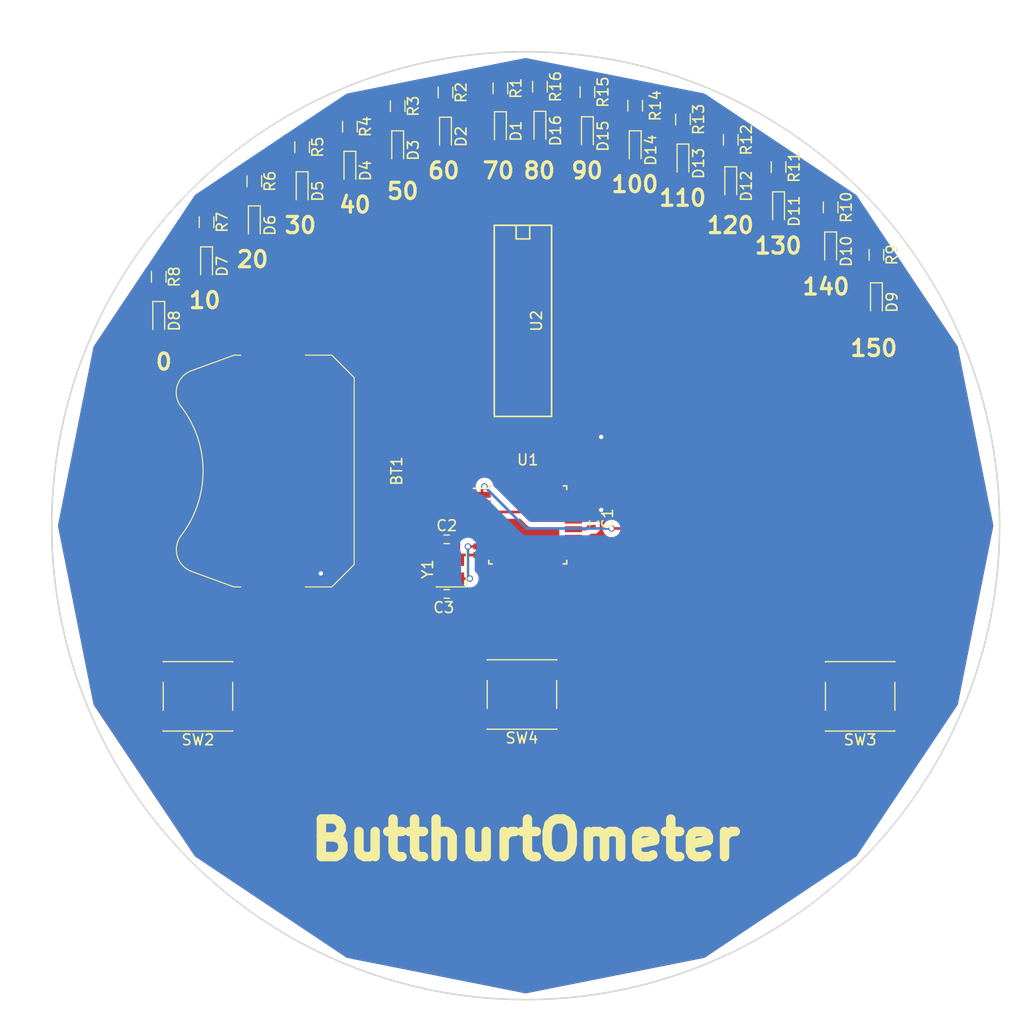
<source format=kicad_pcb>
(kicad_pcb (version 4) (host pcbnew 4.0.7-e2-6376~58~ubuntu16.04.1)

  (general
    (links 82)
    (no_connects 0)
    (area 55.534349 36.484349 143.855651 124.805651)
    (thickness 1.6)
    (drawings 18)
    (tracks 273)
    (zones 0)
    (modules 42)
    (nets 43)
  )

  (page A4)
  (layers
    (0 F.Cu signal)
    (31 B.Cu signal)
    (32 B.Adhes user)
    (33 F.Adhes user)
    (34 B.Paste user)
    (35 F.Paste user)
    (36 B.SilkS user)
    (37 F.SilkS user)
    (38 B.Mask user)
    (39 F.Mask user)
    (40 Dwgs.User user)
    (41 Cmts.User user)
    (42 Eco1.User user)
    (43 Eco2.User user)
    (44 Edge.Cuts user)
    (45 Margin user)
    (46 B.CrtYd user)
    (47 F.CrtYd user)
    (48 B.Fab user)
    (49 F.Fab user)
  )

  (setup
    (last_trace_width 0.25)
    (trace_clearance 0.2)
    (zone_clearance 0.508)
    (zone_45_only no)
    (trace_min 0.2)
    (segment_width 0.2)
    (edge_width 0.15)
    (via_size 0.6)
    (via_drill 0.4)
    (via_min_size 0.4)
    (via_min_drill 0.3)
    (uvia_size 0.3)
    (uvia_drill 0.1)
    (uvias_allowed no)
    (uvia_min_size 0.2)
    (uvia_min_drill 0.1)
    (pcb_text_width 0.3)
    (pcb_text_size 1.5 1.5)
    (mod_edge_width 0.15)
    (mod_text_size 1 1)
    (mod_text_width 0.15)
    (pad_size 1.524 1.524)
    (pad_drill 0.762)
    (pad_to_mask_clearance 0.2)
    (aux_axis_origin 0 0)
    (visible_elements FFFFFF7F)
    (pcbplotparams
      (layerselection 0x00030_80000001)
      (usegerberextensions false)
      (excludeedgelayer true)
      (linewidth 0.100000)
      (plotframeref false)
      (viasonmask false)
      (mode 1)
      (useauxorigin false)
      (hpglpennumber 1)
      (hpglpenspeed 20)
      (hpglpendiameter 15)
      (hpglpenoverlay 2)
      (psnegative false)
      (psa4output false)
      (plotreference true)
      (plotvalue true)
      (plotinvisibletext false)
      (padsonsilk false)
      (subtractmaskfromsilk false)
      (outputformat 1)
      (mirror false)
      (drillshape 1)
      (scaleselection 1)
      (outputdirectory ""))
  )

  (net 0 "")
  (net 1 "Net-(C1-Pad1)")
  (net 2 GND)
  (net 3 /TOSC2)
  (net 4 /TOSC1)
  (net 5 "Net-(D1-Pad1)")
  (net 6 "Net-(D1-Pad2)")
  (net 7 "Net-(D2-Pad1)")
  (net 8 "Net-(D2-Pad2)")
  (net 9 "Net-(D3-Pad1)")
  (net 10 "Net-(D3-Pad2)")
  (net 11 "Net-(D4-Pad1)")
  (net 12 "Net-(D4-Pad2)")
  (net 13 "Net-(D5-Pad1)")
  (net 14 "Net-(D5-Pad2)")
  (net 15 "Net-(D6-Pad1)")
  (net 16 "Net-(D6-Pad2)")
  (net 17 "Net-(D7-Pad1)")
  (net 18 "Net-(D7-Pad2)")
  (net 19 "Net-(D8-Pad1)")
  (net 20 "Net-(D8-Pad2)")
  (net 21 "Net-(D9-Pad1)")
  (net 22 "Net-(D9-Pad2)")
  (net 23 "Net-(D10-Pad1)")
  (net 24 "Net-(D10-Pad2)")
  (net 25 "Net-(D11-Pad1)")
  (net 26 "Net-(D11-Pad2)")
  (net 27 "Net-(D12-Pad1)")
  (net 28 "Net-(D12-Pad2)")
  (net 29 "Net-(D13-Pad1)")
  (net 30 "Net-(D13-Pad2)")
  (net 31 "Net-(D14-Pad1)")
  (net 32 "Net-(D14-Pad2)")
  (net 33 "Net-(D15-Pad1)")
  (net 34 "Net-(D15-Pad2)")
  (net 35 "Net-(D16-Pad1)")
  (net 36 "Net-(D16-Pad2)")
  (net 37 "Net-(SW2-Pad1)")
  (net 38 "Net-(SW3-Pad1)")
  (net 39 "Net-(SW4-Pad1)")
  (net 40 /SDA)
  (net 41 /SCL)
  (net 42 +3V3)

  (net_class Default "This is the default net class."
    (clearance 0.2)
    (trace_width 0.25)
    (via_dia 0.6)
    (via_drill 0.4)
    (uvia_dia 0.3)
    (uvia_drill 0.1)
    (add_net +3V3)
    (add_net /SCL)
    (add_net /SDA)
    (add_net /TOSC1)
    (add_net /TOSC2)
    (add_net GND)
    (add_net "Net-(C1-Pad1)")
    (add_net "Net-(D1-Pad1)")
    (add_net "Net-(D1-Pad2)")
    (add_net "Net-(D10-Pad1)")
    (add_net "Net-(D10-Pad2)")
    (add_net "Net-(D11-Pad1)")
    (add_net "Net-(D11-Pad2)")
    (add_net "Net-(D12-Pad1)")
    (add_net "Net-(D12-Pad2)")
    (add_net "Net-(D13-Pad1)")
    (add_net "Net-(D13-Pad2)")
    (add_net "Net-(D14-Pad1)")
    (add_net "Net-(D14-Pad2)")
    (add_net "Net-(D15-Pad1)")
    (add_net "Net-(D15-Pad2)")
    (add_net "Net-(D16-Pad1)")
    (add_net "Net-(D16-Pad2)")
    (add_net "Net-(D2-Pad1)")
    (add_net "Net-(D2-Pad2)")
    (add_net "Net-(D3-Pad1)")
    (add_net "Net-(D3-Pad2)")
    (add_net "Net-(D4-Pad1)")
    (add_net "Net-(D4-Pad2)")
    (add_net "Net-(D5-Pad1)")
    (add_net "Net-(D5-Pad2)")
    (add_net "Net-(D6-Pad1)")
    (add_net "Net-(D6-Pad2)")
    (add_net "Net-(D7-Pad1)")
    (add_net "Net-(D7-Pad2)")
    (add_net "Net-(D8-Pad1)")
    (add_net "Net-(D8-Pad2)")
    (add_net "Net-(D9-Pad1)")
    (add_net "Net-(D9-Pad2)")
    (add_net "Net-(SW2-Pad1)")
    (add_net "Net-(SW3-Pad1)")
    (add_net "Net-(SW4-Pad1)")
  )

  (module Capacitors_SMD:C_0201 (layer F.Cu) (tedit 58AA83DF) (tstamp 5B25A664)
    (at 106.045 80.44 90)
    (descr "Capacitor SMD 0201, reflow soldering, AVX (see smccp.pdf)")
    (tags "capacitor 0201")
    (path /5B259F88)
    (attr smd)
    (fp_text reference C1 (at 0.43 1.27 90) (layer F.SilkS)
      (effects (font (size 1 1) (thickness 0.15)))
    )
    (fp_text value C (at 0 1.27 90) (layer F.Fab)
      (effects (font (size 1 1) (thickness 0.15)))
    )
    (fp_text user %R (at 0.43 1.27 90) (layer F.Fab)
      (effects (font (size 1 1) (thickness 0.15)))
    )
    (fp_line (start -0.3 0.15) (end -0.3 -0.15) (layer F.Fab) (width 0.1))
    (fp_line (start 0.3 0.15) (end -0.3 0.15) (layer F.Fab) (width 0.1))
    (fp_line (start 0.3 -0.15) (end 0.3 0.15) (layer F.Fab) (width 0.1))
    (fp_line (start -0.3 -0.15) (end 0.3 -0.15) (layer F.Fab) (width 0.1))
    (fp_line (start 0.25 0.4) (end -0.25 0.4) (layer F.SilkS) (width 0.12))
    (fp_line (start -0.25 -0.4) (end 0.25 -0.4) (layer F.SilkS) (width 0.12))
    (fp_line (start -0.58 -0.33) (end 0.58 -0.33) (layer F.CrtYd) (width 0.05))
    (fp_line (start -0.58 -0.33) (end -0.58 0.32) (layer F.CrtYd) (width 0.05))
    (fp_line (start 0.58 0.32) (end 0.58 -0.33) (layer F.CrtYd) (width 0.05))
    (fp_line (start 0.58 0.32) (end -0.58 0.32) (layer F.CrtYd) (width 0.05))
    (pad 1 smd rect (at -0.28 0 90) (size 0.3 0.35) (layers F.Cu F.Paste F.Mask)
      (net 1 "Net-(C1-Pad1)"))
    (pad 2 smd rect (at 0.28 0 90) (size 0.3 0.35) (layers F.Cu F.Paste F.Mask)
      (net 2 GND))
    (model Capacitors_SMD.3dshapes/C_0201.wrl
      (at (xyz 0 0 0))
      (scale (xyz 1 1 1))
      (rotate (xyz 0 0 0))
    )
  )

  (module Capacitors_SMD:C_0201 (layer F.Cu) (tedit 58AA83DF) (tstamp 5B25A66A)
    (at 92.355 81.915)
    (descr "Capacitor SMD 0201, reflow soldering, AVX (see smccp.pdf)")
    (tags "capacitor 0201")
    (path /5B259F86)
    (attr smd)
    (fp_text reference C2 (at 0 -1.27) (layer F.SilkS)
      (effects (font (size 1 1) (thickness 0.15)))
    )
    (fp_text value C (at -1.27 0) (layer F.Fab)
      (effects (font (size 1 1) (thickness 0.15)))
    )
    (fp_text user %R (at 0 -1.27) (layer F.Fab)
      (effects (font (size 1 1) (thickness 0.15)))
    )
    (fp_line (start -0.3 0.15) (end -0.3 -0.15) (layer F.Fab) (width 0.1))
    (fp_line (start 0.3 0.15) (end -0.3 0.15) (layer F.Fab) (width 0.1))
    (fp_line (start 0.3 -0.15) (end 0.3 0.15) (layer F.Fab) (width 0.1))
    (fp_line (start -0.3 -0.15) (end 0.3 -0.15) (layer F.Fab) (width 0.1))
    (fp_line (start 0.25 0.4) (end -0.25 0.4) (layer F.SilkS) (width 0.12))
    (fp_line (start -0.25 -0.4) (end 0.25 -0.4) (layer F.SilkS) (width 0.12))
    (fp_line (start -0.58 -0.33) (end 0.58 -0.33) (layer F.CrtYd) (width 0.05))
    (fp_line (start -0.58 -0.33) (end -0.58 0.32) (layer F.CrtYd) (width 0.05))
    (fp_line (start 0.58 0.32) (end 0.58 -0.33) (layer F.CrtYd) (width 0.05))
    (fp_line (start 0.58 0.32) (end -0.58 0.32) (layer F.CrtYd) (width 0.05))
    (pad 1 smd rect (at -0.28 0) (size 0.3 0.35) (layers F.Cu F.Paste F.Mask)
      (net 2 GND))
    (pad 2 smd rect (at 0.28 0) (size 0.3 0.35) (layers F.Cu F.Paste F.Mask)
      (net 3 /TOSC2))
    (model Capacitors_SMD.3dshapes/C_0201.wrl
      (at (xyz 0 0 0))
      (scale (xyz 1 1 1))
      (rotate (xyz 0 0 0))
    )
  )

  (module Capacitors_SMD:C_0201 (layer F.Cu) (tedit 58AA83DF) (tstamp 5B25A670)
    (at 92.355 86.995)
    (descr "Capacitor SMD 0201, reflow soldering, AVX (see smccp.pdf)")
    (tags "capacitor 0201")
    (path /5B259F85)
    (attr smd)
    (fp_text reference C3 (at -0.28 1.27) (layer F.SilkS)
      (effects (font (size 1 1) (thickness 0.15)))
    )
    (fp_text value C (at -1.55 0) (layer F.Fab)
      (effects (font (size 1 1) (thickness 0.15)))
    )
    (fp_text user %R (at -0.28 1.27) (layer F.Fab)
      (effects (font (size 1 1) (thickness 0.15)))
    )
    (fp_line (start -0.3 0.15) (end -0.3 -0.15) (layer F.Fab) (width 0.1))
    (fp_line (start 0.3 0.15) (end -0.3 0.15) (layer F.Fab) (width 0.1))
    (fp_line (start 0.3 -0.15) (end 0.3 0.15) (layer F.Fab) (width 0.1))
    (fp_line (start -0.3 -0.15) (end 0.3 -0.15) (layer F.Fab) (width 0.1))
    (fp_line (start 0.25 0.4) (end -0.25 0.4) (layer F.SilkS) (width 0.12))
    (fp_line (start -0.25 -0.4) (end 0.25 -0.4) (layer F.SilkS) (width 0.12))
    (fp_line (start -0.58 -0.33) (end 0.58 -0.33) (layer F.CrtYd) (width 0.05))
    (fp_line (start -0.58 -0.33) (end -0.58 0.32) (layer F.CrtYd) (width 0.05))
    (fp_line (start 0.58 0.32) (end 0.58 -0.33) (layer F.CrtYd) (width 0.05))
    (fp_line (start 0.58 0.32) (end -0.58 0.32) (layer F.CrtYd) (width 0.05))
    (pad 1 smd rect (at -0.28 0) (size 0.3 0.35) (layers F.Cu F.Paste F.Mask)
      (net 2 GND))
    (pad 2 smd rect (at 0.28 0) (size 0.3 0.35) (layers F.Cu F.Paste F.Mask)
      (net 4 /TOSC1))
    (model Capacitors_SMD.3dshapes/C_0201.wrl
      (at (xyz 0 0 0))
      (scale (xyz 1 1 1))
      (rotate (xyz 0 0 0))
    )
  )

  (module LEDs:LED_0603_HandSoldering (layer F.Cu) (tedit 595FC9C0) (tstamp 5B25A676)
    (at 97.3462 43.945 270)
    (descr "LED SMD 0603, hand soldering")
    (tags "LED 0603")
    (path /5B259FDD)
    (attr smd)
    (fp_text reference D1 (at 0 -1.45 270) (layer F.SilkS)
      (effects (font (size 1 1) (thickness 0.15)))
    )
    (fp_text value LED (at 0 1.55 270) (layer F.Fab)
      (effects (font (size 1 1) (thickness 0.15)))
    )
    (fp_line (start -1.8 -0.55) (end -1.8 0.55) (layer F.SilkS) (width 0.12))
    (fp_line (start -0.2 -0.2) (end -0.2 0.2) (layer F.Fab) (width 0.1))
    (fp_line (start -0.15 0) (end 0.15 -0.2) (layer F.Fab) (width 0.1))
    (fp_line (start 0.15 0.2) (end -0.15 0) (layer F.Fab) (width 0.1))
    (fp_line (start 0.15 -0.2) (end 0.15 0.2) (layer F.Fab) (width 0.1))
    (fp_line (start 0.8 0.4) (end -0.8 0.4) (layer F.Fab) (width 0.1))
    (fp_line (start 0.8 -0.4) (end 0.8 0.4) (layer F.Fab) (width 0.1))
    (fp_line (start -0.8 -0.4) (end 0.8 -0.4) (layer F.Fab) (width 0.1))
    (fp_line (start -1.8 0.55) (end 0.8 0.55) (layer F.SilkS) (width 0.12))
    (fp_line (start -1.8 -0.55) (end 0.8 -0.55) (layer F.SilkS) (width 0.12))
    (fp_line (start -1.96 -0.7) (end 1.95 -0.7) (layer F.CrtYd) (width 0.05))
    (fp_line (start -1.96 -0.7) (end -1.96 0.7) (layer F.CrtYd) (width 0.05))
    (fp_line (start 1.95 0.7) (end 1.95 -0.7) (layer F.CrtYd) (width 0.05))
    (fp_line (start 1.95 0.7) (end -1.96 0.7) (layer F.CrtYd) (width 0.05))
    (fp_line (start -0.8 -0.4) (end -0.8 0.4) (layer F.Fab) (width 0.1))
    (pad 1 smd rect (at -1.1 0 270) (size 1.2 0.9) (layers F.Cu F.Paste F.Mask)
      (net 5 "Net-(D1-Pad1)"))
    (pad 2 smd rect (at 1.1 0 270) (size 1.2 0.9) (layers F.Cu F.Paste F.Mask)
      (net 6 "Net-(D1-Pad2)"))
    (model ${KISYS3DMOD}/LEDs.3dshapes/LED_0603.wrl
      (at (xyz 0 0 0))
      (scale (xyz 1 1 1))
      (rotate (xyz 0 0 180))
    )
  )

  (module LEDs:LED_0603_HandSoldering (layer F.Cu) (tedit 595FC9C0) (tstamp 5B25A67C)
    (at 92.2371 44.4502 270)
    (descr "LED SMD 0603, hand soldering")
    (tags "LED 0603")
    (path /5B25A76C)
    (attr smd)
    (fp_text reference D2 (at 0 -1.45 270) (layer F.SilkS)
      (effects (font (size 1 1) (thickness 0.15)))
    )
    (fp_text value LED (at 0 1.55 270) (layer F.Fab)
      (effects (font (size 1 1) (thickness 0.15)))
    )
    (fp_line (start -1.8 -0.55) (end -1.8 0.55) (layer F.SilkS) (width 0.12))
    (fp_line (start -0.2 -0.2) (end -0.2 0.2) (layer F.Fab) (width 0.1))
    (fp_line (start -0.15 0) (end 0.15 -0.2) (layer F.Fab) (width 0.1))
    (fp_line (start 0.15 0.2) (end -0.15 0) (layer F.Fab) (width 0.1))
    (fp_line (start 0.15 -0.2) (end 0.15 0.2) (layer F.Fab) (width 0.1))
    (fp_line (start 0.8 0.4) (end -0.8 0.4) (layer F.Fab) (width 0.1))
    (fp_line (start 0.8 -0.4) (end 0.8 0.4) (layer F.Fab) (width 0.1))
    (fp_line (start -0.8 -0.4) (end 0.8 -0.4) (layer F.Fab) (width 0.1))
    (fp_line (start -1.8 0.55) (end 0.8 0.55) (layer F.SilkS) (width 0.12))
    (fp_line (start -1.8 -0.55) (end 0.8 -0.55) (layer F.SilkS) (width 0.12))
    (fp_line (start -1.96 -0.7) (end 1.95 -0.7) (layer F.CrtYd) (width 0.05))
    (fp_line (start -1.96 -0.7) (end -1.96 0.7) (layer F.CrtYd) (width 0.05))
    (fp_line (start 1.95 0.7) (end 1.95 -0.7) (layer F.CrtYd) (width 0.05))
    (fp_line (start 1.95 0.7) (end -1.96 0.7) (layer F.CrtYd) (width 0.05))
    (fp_line (start -0.8 -0.4) (end -0.8 0.4) (layer F.Fab) (width 0.1))
    (pad 1 smd rect (at -1.1 0 270) (size 1.2 0.9) (layers F.Cu F.Paste F.Mask)
      (net 7 "Net-(D2-Pad1)"))
    (pad 2 smd rect (at 1.1 0 270) (size 1.2 0.9) (layers F.Cu F.Paste F.Mask)
      (net 8 "Net-(D2-Pad2)"))
    (model ${KISYS3DMOD}/LEDs.3dshapes/LED_0603.wrl
      (at (xyz 0 0 0))
      (scale (xyz 1 1 1))
      (rotate (xyz 0 0 180))
    )
  )

  (module LEDs:LED_0603_HandSoldering (layer F.Cu) (tedit 595FC9C0) (tstamp 5B25A682)
    (at 87.7921 45.7202 270)
    (descr "LED SMD 0603, hand soldering")
    (tags "LED 0603")
    (path /5B25A88A)
    (attr smd)
    (fp_text reference D3 (at 0 -1.45 270) (layer F.SilkS)
      (effects (font (size 1 1) (thickness 0.15)))
    )
    (fp_text value LED (at 0 1.55 270) (layer F.Fab)
      (effects (font (size 1 1) (thickness 0.15)))
    )
    (fp_line (start -1.8 -0.55) (end -1.8 0.55) (layer F.SilkS) (width 0.12))
    (fp_line (start -0.2 -0.2) (end -0.2 0.2) (layer F.Fab) (width 0.1))
    (fp_line (start -0.15 0) (end 0.15 -0.2) (layer F.Fab) (width 0.1))
    (fp_line (start 0.15 0.2) (end -0.15 0) (layer F.Fab) (width 0.1))
    (fp_line (start 0.15 -0.2) (end 0.15 0.2) (layer F.Fab) (width 0.1))
    (fp_line (start 0.8 0.4) (end -0.8 0.4) (layer F.Fab) (width 0.1))
    (fp_line (start 0.8 -0.4) (end 0.8 0.4) (layer F.Fab) (width 0.1))
    (fp_line (start -0.8 -0.4) (end 0.8 -0.4) (layer F.Fab) (width 0.1))
    (fp_line (start -1.8 0.55) (end 0.8 0.55) (layer F.SilkS) (width 0.12))
    (fp_line (start -1.8 -0.55) (end 0.8 -0.55) (layer F.SilkS) (width 0.12))
    (fp_line (start -1.96 -0.7) (end 1.95 -0.7) (layer F.CrtYd) (width 0.05))
    (fp_line (start -1.96 -0.7) (end -1.96 0.7) (layer F.CrtYd) (width 0.05))
    (fp_line (start 1.95 0.7) (end 1.95 -0.7) (layer F.CrtYd) (width 0.05))
    (fp_line (start 1.95 0.7) (end -1.96 0.7) (layer F.CrtYd) (width 0.05))
    (fp_line (start -0.8 -0.4) (end -0.8 0.4) (layer F.Fab) (width 0.1))
    (pad 1 smd rect (at -1.1 0 270) (size 1.2 0.9) (layers F.Cu F.Paste F.Mask)
      (net 9 "Net-(D3-Pad1)"))
    (pad 2 smd rect (at 1.1 0 270) (size 1.2 0.9) (layers F.Cu F.Paste F.Mask)
      (net 10 "Net-(D3-Pad2)"))
    (model ${KISYS3DMOD}/LEDs.3dshapes/LED_0603.wrl
      (at (xyz 0 0 0))
      (scale (xyz 1 1 1))
      (rotate (xyz 0 0 180))
    )
  )

  (module LEDs:LED_0603_HandSoldering (layer F.Cu) (tedit 595FC9C0) (tstamp 5B25A688)
    (at 83.3471 47.6252 270)
    (descr "LED SMD 0603, hand soldering")
    (tags "LED 0603")
    (path /5B25A897)
    (attr smd)
    (fp_text reference D4 (at 0 -1.45 270) (layer F.SilkS)
      (effects (font (size 1 1) (thickness 0.15)))
    )
    (fp_text value LED (at 0 1.55 270) (layer F.Fab)
      (effects (font (size 1 1) (thickness 0.15)))
    )
    (fp_line (start -1.8 -0.55) (end -1.8 0.55) (layer F.SilkS) (width 0.12))
    (fp_line (start -0.2 -0.2) (end -0.2 0.2) (layer F.Fab) (width 0.1))
    (fp_line (start -0.15 0) (end 0.15 -0.2) (layer F.Fab) (width 0.1))
    (fp_line (start 0.15 0.2) (end -0.15 0) (layer F.Fab) (width 0.1))
    (fp_line (start 0.15 -0.2) (end 0.15 0.2) (layer F.Fab) (width 0.1))
    (fp_line (start 0.8 0.4) (end -0.8 0.4) (layer F.Fab) (width 0.1))
    (fp_line (start 0.8 -0.4) (end 0.8 0.4) (layer F.Fab) (width 0.1))
    (fp_line (start -0.8 -0.4) (end 0.8 -0.4) (layer F.Fab) (width 0.1))
    (fp_line (start -1.8 0.55) (end 0.8 0.55) (layer F.SilkS) (width 0.12))
    (fp_line (start -1.8 -0.55) (end 0.8 -0.55) (layer F.SilkS) (width 0.12))
    (fp_line (start -1.96 -0.7) (end 1.95 -0.7) (layer F.CrtYd) (width 0.05))
    (fp_line (start -1.96 -0.7) (end -1.96 0.7) (layer F.CrtYd) (width 0.05))
    (fp_line (start 1.95 0.7) (end 1.95 -0.7) (layer F.CrtYd) (width 0.05))
    (fp_line (start 1.95 0.7) (end -1.96 0.7) (layer F.CrtYd) (width 0.05))
    (fp_line (start -0.8 -0.4) (end -0.8 0.4) (layer F.Fab) (width 0.1))
    (pad 1 smd rect (at -1.1 0 270) (size 1.2 0.9) (layers F.Cu F.Paste F.Mask)
      (net 11 "Net-(D4-Pad1)"))
    (pad 2 smd rect (at 1.1 0 270) (size 1.2 0.9) (layers F.Cu F.Paste F.Mask)
      (net 12 "Net-(D4-Pad2)"))
    (model ${KISYS3DMOD}/LEDs.3dshapes/LED_0603.wrl
      (at (xyz 0 0 0))
      (scale (xyz 1 1 1))
      (rotate (xyz 0 0 180))
    )
  )

  (module LEDs:LED_0603_HandSoldering (layer F.Cu) (tedit 595FC9C0) (tstamp 5B25A68E)
    (at 78.9021 49.5302 270)
    (descr "LED SMD 0603, hand soldering")
    (tags "LED 0603")
    (path /5B25A9D4)
    (attr smd)
    (fp_text reference D5 (at 0 -1.45 270) (layer F.SilkS)
      (effects (font (size 1 1) (thickness 0.15)))
    )
    (fp_text value LED (at 0 1.55 270) (layer F.Fab)
      (effects (font (size 1 1) (thickness 0.15)))
    )
    (fp_line (start -1.8 -0.55) (end -1.8 0.55) (layer F.SilkS) (width 0.12))
    (fp_line (start -0.2 -0.2) (end -0.2 0.2) (layer F.Fab) (width 0.1))
    (fp_line (start -0.15 0) (end 0.15 -0.2) (layer F.Fab) (width 0.1))
    (fp_line (start 0.15 0.2) (end -0.15 0) (layer F.Fab) (width 0.1))
    (fp_line (start 0.15 -0.2) (end 0.15 0.2) (layer F.Fab) (width 0.1))
    (fp_line (start 0.8 0.4) (end -0.8 0.4) (layer F.Fab) (width 0.1))
    (fp_line (start 0.8 -0.4) (end 0.8 0.4) (layer F.Fab) (width 0.1))
    (fp_line (start -0.8 -0.4) (end 0.8 -0.4) (layer F.Fab) (width 0.1))
    (fp_line (start -1.8 0.55) (end 0.8 0.55) (layer F.SilkS) (width 0.12))
    (fp_line (start -1.8 -0.55) (end 0.8 -0.55) (layer F.SilkS) (width 0.12))
    (fp_line (start -1.96 -0.7) (end 1.95 -0.7) (layer F.CrtYd) (width 0.05))
    (fp_line (start -1.96 -0.7) (end -1.96 0.7) (layer F.CrtYd) (width 0.05))
    (fp_line (start 1.95 0.7) (end 1.95 -0.7) (layer F.CrtYd) (width 0.05))
    (fp_line (start 1.95 0.7) (end -1.96 0.7) (layer F.CrtYd) (width 0.05))
    (fp_line (start -0.8 -0.4) (end -0.8 0.4) (layer F.Fab) (width 0.1))
    (pad 1 smd rect (at -1.1 0 270) (size 1.2 0.9) (layers F.Cu F.Paste F.Mask)
      (net 13 "Net-(D5-Pad1)"))
    (pad 2 smd rect (at 1.1 0 270) (size 1.2 0.9) (layers F.Cu F.Paste F.Mask)
      (net 14 "Net-(D5-Pad2)"))
    (model ${KISYS3DMOD}/LEDs.3dshapes/LED_0603.wrl
      (at (xyz 0 0 0))
      (scale (xyz 1 1 1))
      (rotate (xyz 0 0 180))
    )
  )

  (module LEDs:LED_0603_HandSoldering (layer F.Cu) (tedit 595FC9C0) (tstamp 5B25A694)
    (at 74.4571 52.7052 270)
    (descr "LED SMD 0603, hand soldering")
    (tags "LED 0603")
    (path /5B25A9E1)
    (attr smd)
    (fp_text reference D6 (at 0 -1.45 270) (layer F.SilkS)
      (effects (font (size 1 1) (thickness 0.15)))
    )
    (fp_text value LED (at 0 1.55 270) (layer F.Fab)
      (effects (font (size 1 1) (thickness 0.15)))
    )
    (fp_line (start -1.8 -0.55) (end -1.8 0.55) (layer F.SilkS) (width 0.12))
    (fp_line (start -0.2 -0.2) (end -0.2 0.2) (layer F.Fab) (width 0.1))
    (fp_line (start -0.15 0) (end 0.15 -0.2) (layer F.Fab) (width 0.1))
    (fp_line (start 0.15 0.2) (end -0.15 0) (layer F.Fab) (width 0.1))
    (fp_line (start 0.15 -0.2) (end 0.15 0.2) (layer F.Fab) (width 0.1))
    (fp_line (start 0.8 0.4) (end -0.8 0.4) (layer F.Fab) (width 0.1))
    (fp_line (start 0.8 -0.4) (end 0.8 0.4) (layer F.Fab) (width 0.1))
    (fp_line (start -0.8 -0.4) (end 0.8 -0.4) (layer F.Fab) (width 0.1))
    (fp_line (start -1.8 0.55) (end 0.8 0.55) (layer F.SilkS) (width 0.12))
    (fp_line (start -1.8 -0.55) (end 0.8 -0.55) (layer F.SilkS) (width 0.12))
    (fp_line (start -1.96 -0.7) (end 1.95 -0.7) (layer F.CrtYd) (width 0.05))
    (fp_line (start -1.96 -0.7) (end -1.96 0.7) (layer F.CrtYd) (width 0.05))
    (fp_line (start 1.95 0.7) (end 1.95 -0.7) (layer F.CrtYd) (width 0.05))
    (fp_line (start 1.95 0.7) (end -1.96 0.7) (layer F.CrtYd) (width 0.05))
    (fp_line (start -0.8 -0.4) (end -0.8 0.4) (layer F.Fab) (width 0.1))
    (pad 1 smd rect (at -1.1 0 270) (size 1.2 0.9) (layers F.Cu F.Paste F.Mask)
      (net 15 "Net-(D6-Pad1)"))
    (pad 2 smd rect (at 1.1 0 270) (size 1.2 0.9) (layers F.Cu F.Paste F.Mask)
      (net 16 "Net-(D6-Pad2)"))
    (model ${KISYS3DMOD}/LEDs.3dshapes/LED_0603.wrl
      (at (xyz 0 0 0))
      (scale (xyz 1 1 1))
      (rotate (xyz 0 0 180))
    )
  )

  (module LEDs:LED_0603_HandSoldering (layer F.Cu) (tedit 595FC9C0) (tstamp 5B25A69A)
    (at 70.0121 56.5152 270)
    (descr "LED SMD 0603, hand soldering")
    (tags "LED 0603")
    (path /5B25A9EE)
    (attr smd)
    (fp_text reference D7 (at 0 -1.45 270) (layer F.SilkS)
      (effects (font (size 1 1) (thickness 0.15)))
    )
    (fp_text value LED (at 0 1.55 270) (layer F.Fab)
      (effects (font (size 1 1) (thickness 0.15)))
    )
    (fp_line (start -1.8 -0.55) (end -1.8 0.55) (layer F.SilkS) (width 0.12))
    (fp_line (start -0.2 -0.2) (end -0.2 0.2) (layer F.Fab) (width 0.1))
    (fp_line (start -0.15 0) (end 0.15 -0.2) (layer F.Fab) (width 0.1))
    (fp_line (start 0.15 0.2) (end -0.15 0) (layer F.Fab) (width 0.1))
    (fp_line (start 0.15 -0.2) (end 0.15 0.2) (layer F.Fab) (width 0.1))
    (fp_line (start 0.8 0.4) (end -0.8 0.4) (layer F.Fab) (width 0.1))
    (fp_line (start 0.8 -0.4) (end 0.8 0.4) (layer F.Fab) (width 0.1))
    (fp_line (start -0.8 -0.4) (end 0.8 -0.4) (layer F.Fab) (width 0.1))
    (fp_line (start -1.8 0.55) (end 0.8 0.55) (layer F.SilkS) (width 0.12))
    (fp_line (start -1.8 -0.55) (end 0.8 -0.55) (layer F.SilkS) (width 0.12))
    (fp_line (start -1.96 -0.7) (end 1.95 -0.7) (layer F.CrtYd) (width 0.05))
    (fp_line (start -1.96 -0.7) (end -1.96 0.7) (layer F.CrtYd) (width 0.05))
    (fp_line (start 1.95 0.7) (end 1.95 -0.7) (layer F.CrtYd) (width 0.05))
    (fp_line (start 1.95 0.7) (end -1.96 0.7) (layer F.CrtYd) (width 0.05))
    (fp_line (start -0.8 -0.4) (end -0.8 0.4) (layer F.Fab) (width 0.1))
    (pad 1 smd rect (at -1.1 0 270) (size 1.2 0.9) (layers F.Cu F.Paste F.Mask)
      (net 17 "Net-(D7-Pad1)"))
    (pad 2 smd rect (at 1.1 0 270) (size 1.2 0.9) (layers F.Cu F.Paste F.Mask)
      (net 18 "Net-(D7-Pad2)"))
    (model ${KISYS3DMOD}/LEDs.3dshapes/LED_0603.wrl
      (at (xyz 0 0 0))
      (scale (xyz 1 1 1))
      (rotate (xyz 0 0 180))
    )
  )

  (module LEDs:LED_0603_HandSoldering (layer F.Cu) (tedit 595FC9C0) (tstamp 5B25A6A0)
    (at 65.5671 61.5952 270)
    (descr "LED SMD 0603, hand soldering")
    (tags "LED 0603")
    (path /5B25A9FB)
    (attr smd)
    (fp_text reference D8 (at 0 -1.45 270) (layer F.SilkS)
      (effects (font (size 1 1) (thickness 0.15)))
    )
    (fp_text value LED (at 0 1.55 270) (layer F.Fab)
      (effects (font (size 1 1) (thickness 0.15)))
    )
    (fp_line (start -1.8 -0.55) (end -1.8 0.55) (layer F.SilkS) (width 0.12))
    (fp_line (start -0.2 -0.2) (end -0.2 0.2) (layer F.Fab) (width 0.1))
    (fp_line (start -0.15 0) (end 0.15 -0.2) (layer F.Fab) (width 0.1))
    (fp_line (start 0.15 0.2) (end -0.15 0) (layer F.Fab) (width 0.1))
    (fp_line (start 0.15 -0.2) (end 0.15 0.2) (layer F.Fab) (width 0.1))
    (fp_line (start 0.8 0.4) (end -0.8 0.4) (layer F.Fab) (width 0.1))
    (fp_line (start 0.8 -0.4) (end 0.8 0.4) (layer F.Fab) (width 0.1))
    (fp_line (start -0.8 -0.4) (end 0.8 -0.4) (layer F.Fab) (width 0.1))
    (fp_line (start -1.8 0.55) (end 0.8 0.55) (layer F.SilkS) (width 0.12))
    (fp_line (start -1.8 -0.55) (end 0.8 -0.55) (layer F.SilkS) (width 0.12))
    (fp_line (start -1.96 -0.7) (end 1.95 -0.7) (layer F.CrtYd) (width 0.05))
    (fp_line (start -1.96 -0.7) (end -1.96 0.7) (layer F.CrtYd) (width 0.05))
    (fp_line (start 1.95 0.7) (end 1.95 -0.7) (layer F.CrtYd) (width 0.05))
    (fp_line (start 1.95 0.7) (end -1.96 0.7) (layer F.CrtYd) (width 0.05))
    (fp_line (start -0.8 -0.4) (end -0.8 0.4) (layer F.Fab) (width 0.1))
    (pad 1 smd rect (at -1.1 0 270) (size 1.2 0.9) (layers F.Cu F.Paste F.Mask)
      (net 19 "Net-(D8-Pad1)"))
    (pad 2 smd rect (at 1.1 0 270) (size 1.2 0.9) (layers F.Cu F.Paste F.Mask)
      (net 20 "Net-(D8-Pad2)"))
    (model ${KISYS3DMOD}/LEDs.3dshapes/LED_0603.wrl
      (at (xyz 0 0 0))
      (scale (xyz 1 1 1))
      (rotate (xyz 0 0 180))
    )
  )

  (module LEDs:LED_0603_HandSoldering (layer F.Cu) (tedit 595FC9C0) (tstamp 5B25A6A6)
    (at 132.321 59.86 270)
    (descr "LED SMD 0603, hand soldering")
    (tags "LED 0603")
    (path /5B25ACA0)
    (attr smd)
    (fp_text reference D9 (at 0 -1.45 270) (layer F.SilkS)
      (effects (font (size 1 1) (thickness 0.15)))
    )
    (fp_text value LED (at 0 1.55 270) (layer F.Fab)
      (effects (font (size 1 1) (thickness 0.15)))
    )
    (fp_line (start -1.8 -0.55) (end -1.8 0.55) (layer F.SilkS) (width 0.12))
    (fp_line (start -0.2 -0.2) (end -0.2 0.2) (layer F.Fab) (width 0.1))
    (fp_line (start -0.15 0) (end 0.15 -0.2) (layer F.Fab) (width 0.1))
    (fp_line (start 0.15 0.2) (end -0.15 0) (layer F.Fab) (width 0.1))
    (fp_line (start 0.15 -0.2) (end 0.15 0.2) (layer F.Fab) (width 0.1))
    (fp_line (start 0.8 0.4) (end -0.8 0.4) (layer F.Fab) (width 0.1))
    (fp_line (start 0.8 -0.4) (end 0.8 0.4) (layer F.Fab) (width 0.1))
    (fp_line (start -0.8 -0.4) (end 0.8 -0.4) (layer F.Fab) (width 0.1))
    (fp_line (start -1.8 0.55) (end 0.8 0.55) (layer F.SilkS) (width 0.12))
    (fp_line (start -1.8 -0.55) (end 0.8 -0.55) (layer F.SilkS) (width 0.12))
    (fp_line (start -1.96 -0.7) (end 1.95 -0.7) (layer F.CrtYd) (width 0.05))
    (fp_line (start -1.96 -0.7) (end -1.96 0.7) (layer F.CrtYd) (width 0.05))
    (fp_line (start 1.95 0.7) (end 1.95 -0.7) (layer F.CrtYd) (width 0.05))
    (fp_line (start 1.95 0.7) (end -1.96 0.7) (layer F.CrtYd) (width 0.05))
    (fp_line (start -0.8 -0.4) (end -0.8 0.4) (layer F.Fab) (width 0.1))
    (pad 1 smd rect (at -1.1 0 270) (size 1.2 0.9) (layers F.Cu F.Paste F.Mask)
      (net 21 "Net-(D9-Pad1)"))
    (pad 2 smd rect (at 1.1 0 270) (size 1.2 0.9) (layers F.Cu F.Paste F.Mask)
      (net 22 "Net-(D9-Pad2)"))
    (model ${KISYS3DMOD}/LEDs.3dshapes/LED_0603.wrl
      (at (xyz 0 0 0))
      (scale (xyz 1 1 1))
      (rotate (xyz 0 0 180))
    )
  )

  (module LEDs:LED_0603_HandSoldering (layer F.Cu) (tedit 595FC9C0) (tstamp 5B25A6AC)
    (at 128.064 55.1287 270)
    (descr "LED SMD 0603, hand soldering")
    (tags "LED 0603")
    (path /5B25ACAD)
    (attr smd)
    (fp_text reference D10 (at 0 -1.45 270) (layer F.SilkS)
      (effects (font (size 1 1) (thickness 0.15)))
    )
    (fp_text value LED (at 0 1.55 270) (layer F.Fab)
      (effects (font (size 1 1) (thickness 0.15)))
    )
    (fp_line (start -1.8 -0.55) (end -1.8 0.55) (layer F.SilkS) (width 0.12))
    (fp_line (start -0.2 -0.2) (end -0.2 0.2) (layer F.Fab) (width 0.1))
    (fp_line (start -0.15 0) (end 0.15 -0.2) (layer F.Fab) (width 0.1))
    (fp_line (start 0.15 0.2) (end -0.15 0) (layer F.Fab) (width 0.1))
    (fp_line (start 0.15 -0.2) (end 0.15 0.2) (layer F.Fab) (width 0.1))
    (fp_line (start 0.8 0.4) (end -0.8 0.4) (layer F.Fab) (width 0.1))
    (fp_line (start 0.8 -0.4) (end 0.8 0.4) (layer F.Fab) (width 0.1))
    (fp_line (start -0.8 -0.4) (end 0.8 -0.4) (layer F.Fab) (width 0.1))
    (fp_line (start -1.8 0.55) (end 0.8 0.55) (layer F.SilkS) (width 0.12))
    (fp_line (start -1.8 -0.55) (end 0.8 -0.55) (layer F.SilkS) (width 0.12))
    (fp_line (start -1.96 -0.7) (end 1.95 -0.7) (layer F.CrtYd) (width 0.05))
    (fp_line (start -1.96 -0.7) (end -1.96 0.7) (layer F.CrtYd) (width 0.05))
    (fp_line (start 1.95 0.7) (end 1.95 -0.7) (layer F.CrtYd) (width 0.05))
    (fp_line (start 1.95 0.7) (end -1.96 0.7) (layer F.CrtYd) (width 0.05))
    (fp_line (start -0.8 -0.4) (end -0.8 0.4) (layer F.Fab) (width 0.1))
    (pad 1 smd rect (at -1.1 0 270) (size 1.2 0.9) (layers F.Cu F.Paste F.Mask)
      (net 23 "Net-(D10-Pad1)"))
    (pad 2 smd rect (at 1.1 0 270) (size 1.2 0.9) (layers F.Cu F.Paste F.Mask)
      (net 24 "Net-(D10-Pad2)"))
    (model ${KISYS3DMOD}/LEDs.3dshapes/LED_0603.wrl
      (at (xyz 0 0 0))
      (scale (xyz 1 1 1))
      (rotate (xyz 0 0 180))
    )
  )

  (module LEDs:LED_0603_HandSoldering (layer F.Cu) (tedit 595FC9C0) (tstamp 5B25A6B2)
    (at 123.219 51.3947 270)
    (descr "LED SMD 0603, hand soldering")
    (tags "LED 0603")
    (path /5B25ACBA)
    (attr smd)
    (fp_text reference D11 (at 0 -1.45 270) (layer F.SilkS)
      (effects (font (size 1 1) (thickness 0.15)))
    )
    (fp_text value LED (at 0 1.55 270) (layer F.Fab)
      (effects (font (size 1 1) (thickness 0.15)))
    )
    (fp_line (start -1.8 -0.55) (end -1.8 0.55) (layer F.SilkS) (width 0.12))
    (fp_line (start -0.2 -0.2) (end -0.2 0.2) (layer F.Fab) (width 0.1))
    (fp_line (start -0.15 0) (end 0.15 -0.2) (layer F.Fab) (width 0.1))
    (fp_line (start 0.15 0.2) (end -0.15 0) (layer F.Fab) (width 0.1))
    (fp_line (start 0.15 -0.2) (end 0.15 0.2) (layer F.Fab) (width 0.1))
    (fp_line (start 0.8 0.4) (end -0.8 0.4) (layer F.Fab) (width 0.1))
    (fp_line (start 0.8 -0.4) (end 0.8 0.4) (layer F.Fab) (width 0.1))
    (fp_line (start -0.8 -0.4) (end 0.8 -0.4) (layer F.Fab) (width 0.1))
    (fp_line (start -1.8 0.55) (end 0.8 0.55) (layer F.SilkS) (width 0.12))
    (fp_line (start -1.8 -0.55) (end 0.8 -0.55) (layer F.SilkS) (width 0.12))
    (fp_line (start -1.96 -0.7) (end 1.95 -0.7) (layer F.CrtYd) (width 0.05))
    (fp_line (start -1.96 -0.7) (end -1.96 0.7) (layer F.CrtYd) (width 0.05))
    (fp_line (start 1.95 0.7) (end 1.95 -0.7) (layer F.CrtYd) (width 0.05))
    (fp_line (start 1.95 0.7) (end -1.96 0.7) (layer F.CrtYd) (width 0.05))
    (fp_line (start -0.8 -0.4) (end -0.8 0.4) (layer F.Fab) (width 0.1))
    (pad 1 smd rect (at -1.1 0 270) (size 1.2 0.9) (layers F.Cu F.Paste F.Mask)
      (net 25 "Net-(D11-Pad1)"))
    (pad 2 smd rect (at 1.1 0 270) (size 1.2 0.9) (layers F.Cu F.Paste F.Mask)
      (net 26 "Net-(D11-Pad2)"))
    (model ${KISYS3DMOD}/LEDs.3dshapes/LED_0603.wrl
      (at (xyz 0 0 0))
      (scale (xyz 1 1 1))
      (rotate (xyz 0 0 180))
    )
  )

  (module LEDs:LED_0603_HandSoldering (layer F.Cu) (tedit 595FC9C0) (tstamp 5B25A6B8)
    (at 118.774 49.065 270)
    (descr "LED SMD 0603, hand soldering")
    (tags "LED 0603")
    (path /5B25ACC7)
    (attr smd)
    (fp_text reference D12 (at 0 -1.45 270) (layer F.SilkS)
      (effects (font (size 1 1) (thickness 0.15)))
    )
    (fp_text value LED (at 0 1.55 270) (layer F.Fab)
      (effects (font (size 1 1) (thickness 0.15)))
    )
    (fp_line (start -1.8 -0.55) (end -1.8 0.55) (layer F.SilkS) (width 0.12))
    (fp_line (start -0.2 -0.2) (end -0.2 0.2) (layer F.Fab) (width 0.1))
    (fp_line (start -0.15 0) (end 0.15 -0.2) (layer F.Fab) (width 0.1))
    (fp_line (start 0.15 0.2) (end -0.15 0) (layer F.Fab) (width 0.1))
    (fp_line (start 0.15 -0.2) (end 0.15 0.2) (layer F.Fab) (width 0.1))
    (fp_line (start 0.8 0.4) (end -0.8 0.4) (layer F.Fab) (width 0.1))
    (fp_line (start 0.8 -0.4) (end 0.8 0.4) (layer F.Fab) (width 0.1))
    (fp_line (start -0.8 -0.4) (end 0.8 -0.4) (layer F.Fab) (width 0.1))
    (fp_line (start -1.8 0.55) (end 0.8 0.55) (layer F.SilkS) (width 0.12))
    (fp_line (start -1.8 -0.55) (end 0.8 -0.55) (layer F.SilkS) (width 0.12))
    (fp_line (start -1.96 -0.7) (end 1.95 -0.7) (layer F.CrtYd) (width 0.05))
    (fp_line (start -1.96 -0.7) (end -1.96 0.7) (layer F.CrtYd) (width 0.05))
    (fp_line (start 1.95 0.7) (end 1.95 -0.7) (layer F.CrtYd) (width 0.05))
    (fp_line (start 1.95 0.7) (end -1.96 0.7) (layer F.CrtYd) (width 0.05))
    (fp_line (start -0.8 -0.4) (end -0.8 0.4) (layer F.Fab) (width 0.1))
    (pad 1 smd rect (at -1.1 0 270) (size 1.2 0.9) (layers F.Cu F.Paste F.Mask)
      (net 27 "Net-(D12-Pad1)"))
    (pad 2 smd rect (at 1.1 0 270) (size 1.2 0.9) (layers F.Cu F.Paste F.Mask)
      (net 28 "Net-(D12-Pad2)"))
    (model ${KISYS3DMOD}/LEDs.3dshapes/LED_0603.wrl
      (at (xyz 0 0 0))
      (scale (xyz 1 1 1))
      (rotate (xyz 0 0 180))
    )
  )

  (module LEDs:LED_0603_HandSoldering (layer F.Cu) (tedit 595FC9C0) (tstamp 5B25A6BE)
    (at 114.329 46.9497 270)
    (descr "LED SMD 0603, hand soldering")
    (tags "LED 0603")
    (path /5B25ACD4)
    (attr smd)
    (fp_text reference D13 (at 0 -1.45 270) (layer F.SilkS)
      (effects (font (size 1 1) (thickness 0.15)))
    )
    (fp_text value LED (at 0 1.55 270) (layer F.Fab)
      (effects (font (size 1 1) (thickness 0.15)))
    )
    (fp_line (start -1.8 -0.55) (end -1.8 0.55) (layer F.SilkS) (width 0.12))
    (fp_line (start -0.2 -0.2) (end -0.2 0.2) (layer F.Fab) (width 0.1))
    (fp_line (start -0.15 0) (end 0.15 -0.2) (layer F.Fab) (width 0.1))
    (fp_line (start 0.15 0.2) (end -0.15 0) (layer F.Fab) (width 0.1))
    (fp_line (start 0.15 -0.2) (end 0.15 0.2) (layer F.Fab) (width 0.1))
    (fp_line (start 0.8 0.4) (end -0.8 0.4) (layer F.Fab) (width 0.1))
    (fp_line (start 0.8 -0.4) (end 0.8 0.4) (layer F.Fab) (width 0.1))
    (fp_line (start -0.8 -0.4) (end 0.8 -0.4) (layer F.Fab) (width 0.1))
    (fp_line (start -1.8 0.55) (end 0.8 0.55) (layer F.SilkS) (width 0.12))
    (fp_line (start -1.8 -0.55) (end 0.8 -0.55) (layer F.SilkS) (width 0.12))
    (fp_line (start -1.96 -0.7) (end 1.95 -0.7) (layer F.CrtYd) (width 0.05))
    (fp_line (start -1.96 -0.7) (end -1.96 0.7) (layer F.CrtYd) (width 0.05))
    (fp_line (start 1.95 0.7) (end 1.95 -0.7) (layer F.CrtYd) (width 0.05))
    (fp_line (start 1.95 0.7) (end -1.96 0.7) (layer F.CrtYd) (width 0.05))
    (fp_line (start -0.8 -0.4) (end -0.8 0.4) (layer F.Fab) (width 0.1))
    (pad 1 smd rect (at -1.1 0 270) (size 1.2 0.9) (layers F.Cu F.Paste F.Mask)
      (net 29 "Net-(D13-Pad1)"))
    (pad 2 smd rect (at 1.1 0 270) (size 1.2 0.9) (layers F.Cu F.Paste F.Mask)
      (net 30 "Net-(D13-Pad2)"))
    (model ${KISYS3DMOD}/LEDs.3dshapes/LED_0603.wrl
      (at (xyz 0 0 0))
      (scale (xyz 1 1 1))
      (rotate (xyz 0 0 180))
    )
  )

  (module LEDs:LED_0603_HandSoldering (layer F.Cu) (tedit 595FC9C0) (tstamp 5B25A6C4)
    (at 109.884 45.72 270)
    (descr "LED SMD 0603, hand soldering")
    (tags "LED 0603")
    (path /5B25ACE1)
    (attr smd)
    (fp_text reference D14 (at 0 -1.45 270) (layer F.SilkS)
      (effects (font (size 1 1) (thickness 0.15)))
    )
    (fp_text value LED (at 0 1.55 270) (layer F.Fab)
      (effects (font (size 1 1) (thickness 0.15)))
    )
    (fp_line (start -1.8 -0.55) (end -1.8 0.55) (layer F.SilkS) (width 0.12))
    (fp_line (start -0.2 -0.2) (end -0.2 0.2) (layer F.Fab) (width 0.1))
    (fp_line (start -0.15 0) (end 0.15 -0.2) (layer F.Fab) (width 0.1))
    (fp_line (start 0.15 0.2) (end -0.15 0) (layer F.Fab) (width 0.1))
    (fp_line (start 0.15 -0.2) (end 0.15 0.2) (layer F.Fab) (width 0.1))
    (fp_line (start 0.8 0.4) (end -0.8 0.4) (layer F.Fab) (width 0.1))
    (fp_line (start 0.8 -0.4) (end 0.8 0.4) (layer F.Fab) (width 0.1))
    (fp_line (start -0.8 -0.4) (end 0.8 -0.4) (layer F.Fab) (width 0.1))
    (fp_line (start -1.8 0.55) (end 0.8 0.55) (layer F.SilkS) (width 0.12))
    (fp_line (start -1.8 -0.55) (end 0.8 -0.55) (layer F.SilkS) (width 0.12))
    (fp_line (start -1.96 -0.7) (end 1.95 -0.7) (layer F.CrtYd) (width 0.05))
    (fp_line (start -1.96 -0.7) (end -1.96 0.7) (layer F.CrtYd) (width 0.05))
    (fp_line (start 1.95 0.7) (end 1.95 -0.7) (layer F.CrtYd) (width 0.05))
    (fp_line (start 1.95 0.7) (end -1.96 0.7) (layer F.CrtYd) (width 0.05))
    (fp_line (start -0.8 -0.4) (end -0.8 0.4) (layer F.Fab) (width 0.1))
    (pad 1 smd rect (at -1.1 0 270) (size 1.2 0.9) (layers F.Cu F.Paste F.Mask)
      (net 31 "Net-(D14-Pad1)"))
    (pad 2 smd rect (at 1.1 0 270) (size 1.2 0.9) (layers F.Cu F.Paste F.Mask)
      (net 32 "Net-(D14-Pad2)"))
    (model ${KISYS3DMOD}/LEDs.3dshapes/LED_0603.wrl
      (at (xyz 0 0 0))
      (scale (xyz 1 1 1))
      (rotate (xyz 0 0 180))
    )
  )

  (module LEDs:LED_0603_HandSoldering (layer F.Cu) (tedit 595FC9C0) (tstamp 5B25A6CA)
    (at 105.439 44.4097 270)
    (descr "LED SMD 0603, hand soldering")
    (tags "LED 0603")
    (path /5B25ACEE)
    (attr smd)
    (fp_text reference D15 (at 0 -1.45 270) (layer F.SilkS)
      (effects (font (size 1 1) (thickness 0.15)))
    )
    (fp_text value LED (at 0 1.55 270) (layer F.Fab)
      (effects (font (size 1 1) (thickness 0.15)))
    )
    (fp_line (start -1.8 -0.55) (end -1.8 0.55) (layer F.SilkS) (width 0.12))
    (fp_line (start -0.2 -0.2) (end -0.2 0.2) (layer F.Fab) (width 0.1))
    (fp_line (start -0.15 0) (end 0.15 -0.2) (layer F.Fab) (width 0.1))
    (fp_line (start 0.15 0.2) (end -0.15 0) (layer F.Fab) (width 0.1))
    (fp_line (start 0.15 -0.2) (end 0.15 0.2) (layer F.Fab) (width 0.1))
    (fp_line (start 0.8 0.4) (end -0.8 0.4) (layer F.Fab) (width 0.1))
    (fp_line (start 0.8 -0.4) (end 0.8 0.4) (layer F.Fab) (width 0.1))
    (fp_line (start -0.8 -0.4) (end 0.8 -0.4) (layer F.Fab) (width 0.1))
    (fp_line (start -1.8 0.55) (end 0.8 0.55) (layer F.SilkS) (width 0.12))
    (fp_line (start -1.8 -0.55) (end 0.8 -0.55) (layer F.SilkS) (width 0.12))
    (fp_line (start -1.96 -0.7) (end 1.95 -0.7) (layer F.CrtYd) (width 0.05))
    (fp_line (start -1.96 -0.7) (end -1.96 0.7) (layer F.CrtYd) (width 0.05))
    (fp_line (start 1.95 0.7) (end 1.95 -0.7) (layer F.CrtYd) (width 0.05))
    (fp_line (start 1.95 0.7) (end -1.96 0.7) (layer F.CrtYd) (width 0.05))
    (fp_line (start -0.8 -0.4) (end -0.8 0.4) (layer F.Fab) (width 0.1))
    (pad 1 smd rect (at -1.1 0 270) (size 1.2 0.9) (layers F.Cu F.Paste F.Mask)
      (net 33 "Net-(D15-Pad1)"))
    (pad 2 smd rect (at 1.1 0 270) (size 1.2 0.9) (layers F.Cu F.Paste F.Mask)
      (net 34 "Net-(D15-Pad2)"))
    (model ${KISYS3DMOD}/LEDs.3dshapes/LED_0603.wrl
      (at (xyz 0 0 0))
      (scale (xyz 1 1 1))
      (rotate (xyz 0 0 180))
    )
  )

  (module LEDs:LED_0603_HandSoldering (layer F.Cu) (tedit 595FC9C0) (tstamp 5B25A6D0)
    (at 101.023 43.9045 270)
    (descr "LED SMD 0603, hand soldering")
    (tags "LED 0603")
    (path /5B25ACFB)
    (attr smd)
    (fp_text reference D16 (at 0 -1.45 270) (layer F.SilkS)
      (effects (font (size 1 1) (thickness 0.15)))
    )
    (fp_text value LED (at 0 1.55 270) (layer F.Fab)
      (effects (font (size 1 1) (thickness 0.15)))
    )
    (fp_line (start -1.8 -0.55) (end -1.8 0.55) (layer F.SilkS) (width 0.12))
    (fp_line (start -0.2 -0.2) (end -0.2 0.2) (layer F.Fab) (width 0.1))
    (fp_line (start -0.15 0) (end 0.15 -0.2) (layer F.Fab) (width 0.1))
    (fp_line (start 0.15 0.2) (end -0.15 0) (layer F.Fab) (width 0.1))
    (fp_line (start 0.15 -0.2) (end 0.15 0.2) (layer F.Fab) (width 0.1))
    (fp_line (start 0.8 0.4) (end -0.8 0.4) (layer F.Fab) (width 0.1))
    (fp_line (start 0.8 -0.4) (end 0.8 0.4) (layer F.Fab) (width 0.1))
    (fp_line (start -0.8 -0.4) (end 0.8 -0.4) (layer F.Fab) (width 0.1))
    (fp_line (start -1.8 0.55) (end 0.8 0.55) (layer F.SilkS) (width 0.12))
    (fp_line (start -1.8 -0.55) (end 0.8 -0.55) (layer F.SilkS) (width 0.12))
    (fp_line (start -1.96 -0.7) (end 1.95 -0.7) (layer F.CrtYd) (width 0.05))
    (fp_line (start -1.96 -0.7) (end -1.96 0.7) (layer F.CrtYd) (width 0.05))
    (fp_line (start 1.95 0.7) (end 1.95 -0.7) (layer F.CrtYd) (width 0.05))
    (fp_line (start 1.95 0.7) (end -1.96 0.7) (layer F.CrtYd) (width 0.05))
    (fp_line (start -0.8 -0.4) (end -0.8 0.4) (layer F.Fab) (width 0.1))
    (pad 1 smd rect (at -1.1 0 270) (size 1.2 0.9) (layers F.Cu F.Paste F.Mask)
      (net 35 "Net-(D16-Pad1)"))
    (pad 2 smd rect (at 1.1 0 270) (size 1.2 0.9) (layers F.Cu F.Paste F.Mask)
      (net 36 "Net-(D16-Pad2)"))
    (model ${KISYS3DMOD}/LEDs.3dshapes/LED_0603.wrl
      (at (xyz 0 0 0))
      (scale (xyz 1 1 1))
      (rotate (xyz 0 0 180))
    )
  )

  (module Resistors_SMD:R_0603 (layer F.Cu) (tedit 58E0A804) (tstamp 5B25A6D6)
    (at 97.3462 39.965 270)
    (descr "Resistor SMD 0603, reflow soldering, Vishay (see dcrcw.pdf)")
    (tags "resistor 0603")
    (path /5B25A026)
    (attr smd)
    (fp_text reference R1 (at 0 -1.45 270) (layer F.SilkS)
      (effects (font (size 1 1) (thickness 0.15)))
    )
    (fp_text value R (at 0 1.5 270) (layer F.Fab)
      (effects (font (size 1 1) (thickness 0.15)))
    )
    (fp_text user %R (at 0 0 270) (layer F.Fab)
      (effects (font (size 0.4 0.4) (thickness 0.075)))
    )
    (fp_line (start -0.8 0.4) (end -0.8 -0.4) (layer F.Fab) (width 0.1))
    (fp_line (start 0.8 0.4) (end -0.8 0.4) (layer F.Fab) (width 0.1))
    (fp_line (start 0.8 -0.4) (end 0.8 0.4) (layer F.Fab) (width 0.1))
    (fp_line (start -0.8 -0.4) (end 0.8 -0.4) (layer F.Fab) (width 0.1))
    (fp_line (start 0.5 0.68) (end -0.5 0.68) (layer F.SilkS) (width 0.12))
    (fp_line (start -0.5 -0.68) (end 0.5 -0.68) (layer F.SilkS) (width 0.12))
    (fp_line (start -1.25 -0.7) (end 1.25 -0.7) (layer F.CrtYd) (width 0.05))
    (fp_line (start -1.25 -0.7) (end -1.25 0.7) (layer F.CrtYd) (width 0.05))
    (fp_line (start 1.25 0.7) (end 1.25 -0.7) (layer F.CrtYd) (width 0.05))
    (fp_line (start 1.25 0.7) (end -1.25 0.7) (layer F.CrtYd) (width 0.05))
    (pad 1 smd rect (at -0.75 0 270) (size 0.5 0.9) (layers F.Cu F.Paste F.Mask)
      (net 2 GND))
    (pad 2 smd rect (at 0.75 0 270) (size 0.5 0.9) (layers F.Cu F.Paste F.Mask)
      (net 5 "Net-(D1-Pad1)"))
    (model ${KISYS3DMOD}/Resistors_SMD.3dshapes/R_0603.wrl
      (at (xyz 0 0 0))
      (scale (xyz 1 1 1))
      (rotate (xyz 0 0 0))
    )
  )

  (module Resistors_SMD:R_0603 (layer F.Cu) (tedit 58E0A804) (tstamp 5B25A6DC)
    (at 92.2371 40.3552 270)
    (descr "Resistor SMD 0603, reflow soldering, Vishay (see dcrcw.pdf)")
    (tags "resistor 0603")
    (path /5B25A772)
    (attr smd)
    (fp_text reference R2 (at 0 -1.45 270) (layer F.SilkS)
      (effects (font (size 1 1) (thickness 0.15)))
    )
    (fp_text value R (at 0 1.5 270) (layer F.Fab)
      (effects (font (size 1 1) (thickness 0.15)))
    )
    (fp_text user %R (at 0 0 270) (layer F.Fab)
      (effects (font (size 0.4 0.4) (thickness 0.075)))
    )
    (fp_line (start -0.8 0.4) (end -0.8 -0.4) (layer F.Fab) (width 0.1))
    (fp_line (start 0.8 0.4) (end -0.8 0.4) (layer F.Fab) (width 0.1))
    (fp_line (start 0.8 -0.4) (end 0.8 0.4) (layer F.Fab) (width 0.1))
    (fp_line (start -0.8 -0.4) (end 0.8 -0.4) (layer F.Fab) (width 0.1))
    (fp_line (start 0.5 0.68) (end -0.5 0.68) (layer F.SilkS) (width 0.12))
    (fp_line (start -0.5 -0.68) (end 0.5 -0.68) (layer F.SilkS) (width 0.12))
    (fp_line (start -1.25 -0.7) (end 1.25 -0.7) (layer F.CrtYd) (width 0.05))
    (fp_line (start -1.25 -0.7) (end -1.25 0.7) (layer F.CrtYd) (width 0.05))
    (fp_line (start 1.25 0.7) (end 1.25 -0.7) (layer F.CrtYd) (width 0.05))
    (fp_line (start 1.25 0.7) (end -1.25 0.7) (layer F.CrtYd) (width 0.05))
    (pad 1 smd rect (at -0.75 0 270) (size 0.5 0.9) (layers F.Cu F.Paste F.Mask)
      (net 2 GND))
    (pad 2 smd rect (at 0.75 0 270) (size 0.5 0.9) (layers F.Cu F.Paste F.Mask)
      (net 7 "Net-(D2-Pad1)"))
    (model ${KISYS3DMOD}/Resistors_SMD.3dshapes/R_0603.wrl
      (at (xyz 0 0 0))
      (scale (xyz 1 1 1))
      (rotate (xyz 0 0 0))
    )
  )

  (module Resistors_SMD:R_0603 (layer F.Cu) (tedit 58E0A804) (tstamp 5B25A6E2)
    (at 87.7921 41.6252 270)
    (descr "Resistor SMD 0603, reflow soldering, Vishay (see dcrcw.pdf)")
    (tags "resistor 0603")
    (path /5B25A890)
    (attr smd)
    (fp_text reference R3 (at 0 -1.45 270) (layer F.SilkS)
      (effects (font (size 1 1) (thickness 0.15)))
    )
    (fp_text value R (at 0 1.5 270) (layer F.Fab)
      (effects (font (size 1 1) (thickness 0.15)))
    )
    (fp_text user %R (at 0 0 270) (layer F.Fab)
      (effects (font (size 0.4 0.4) (thickness 0.075)))
    )
    (fp_line (start -0.8 0.4) (end -0.8 -0.4) (layer F.Fab) (width 0.1))
    (fp_line (start 0.8 0.4) (end -0.8 0.4) (layer F.Fab) (width 0.1))
    (fp_line (start 0.8 -0.4) (end 0.8 0.4) (layer F.Fab) (width 0.1))
    (fp_line (start -0.8 -0.4) (end 0.8 -0.4) (layer F.Fab) (width 0.1))
    (fp_line (start 0.5 0.68) (end -0.5 0.68) (layer F.SilkS) (width 0.12))
    (fp_line (start -0.5 -0.68) (end 0.5 -0.68) (layer F.SilkS) (width 0.12))
    (fp_line (start -1.25 -0.7) (end 1.25 -0.7) (layer F.CrtYd) (width 0.05))
    (fp_line (start -1.25 -0.7) (end -1.25 0.7) (layer F.CrtYd) (width 0.05))
    (fp_line (start 1.25 0.7) (end 1.25 -0.7) (layer F.CrtYd) (width 0.05))
    (fp_line (start 1.25 0.7) (end -1.25 0.7) (layer F.CrtYd) (width 0.05))
    (pad 1 smd rect (at -0.75 0 270) (size 0.5 0.9) (layers F.Cu F.Paste F.Mask)
      (net 2 GND))
    (pad 2 smd rect (at 0.75 0 270) (size 0.5 0.9) (layers F.Cu F.Paste F.Mask)
      (net 9 "Net-(D3-Pad1)"))
    (model ${KISYS3DMOD}/Resistors_SMD.3dshapes/R_0603.wrl
      (at (xyz 0 0 0))
      (scale (xyz 1 1 1))
      (rotate (xyz 0 0 0))
    )
  )

  (module Resistors_SMD:R_0603 (layer F.Cu) (tedit 58E0A804) (tstamp 5B25A6E8)
    (at 83.3471 43.5302 270)
    (descr "Resistor SMD 0603, reflow soldering, Vishay (see dcrcw.pdf)")
    (tags "resistor 0603")
    (path /5B25A89D)
    (attr smd)
    (fp_text reference R4 (at 0 -1.45 270) (layer F.SilkS)
      (effects (font (size 1 1) (thickness 0.15)))
    )
    (fp_text value R (at 0 1.5 270) (layer F.Fab)
      (effects (font (size 1 1) (thickness 0.15)))
    )
    (fp_text user %R (at 0 0 270) (layer F.Fab)
      (effects (font (size 0.4 0.4) (thickness 0.075)))
    )
    (fp_line (start -0.8 0.4) (end -0.8 -0.4) (layer F.Fab) (width 0.1))
    (fp_line (start 0.8 0.4) (end -0.8 0.4) (layer F.Fab) (width 0.1))
    (fp_line (start 0.8 -0.4) (end 0.8 0.4) (layer F.Fab) (width 0.1))
    (fp_line (start -0.8 -0.4) (end 0.8 -0.4) (layer F.Fab) (width 0.1))
    (fp_line (start 0.5 0.68) (end -0.5 0.68) (layer F.SilkS) (width 0.12))
    (fp_line (start -0.5 -0.68) (end 0.5 -0.68) (layer F.SilkS) (width 0.12))
    (fp_line (start -1.25 -0.7) (end 1.25 -0.7) (layer F.CrtYd) (width 0.05))
    (fp_line (start -1.25 -0.7) (end -1.25 0.7) (layer F.CrtYd) (width 0.05))
    (fp_line (start 1.25 0.7) (end 1.25 -0.7) (layer F.CrtYd) (width 0.05))
    (fp_line (start 1.25 0.7) (end -1.25 0.7) (layer F.CrtYd) (width 0.05))
    (pad 1 smd rect (at -0.75 0 270) (size 0.5 0.9) (layers F.Cu F.Paste F.Mask)
      (net 2 GND))
    (pad 2 smd rect (at 0.75 0 270) (size 0.5 0.9) (layers F.Cu F.Paste F.Mask)
      (net 11 "Net-(D4-Pad1)"))
    (model ${KISYS3DMOD}/Resistors_SMD.3dshapes/R_0603.wrl
      (at (xyz 0 0 0))
      (scale (xyz 1 1 1))
      (rotate (xyz 0 0 0))
    )
  )

  (module Resistors_SMD:R_0603 (layer F.Cu) (tedit 58E0A804) (tstamp 5B25A6EE)
    (at 78.9021 45.4352 270)
    (descr "Resistor SMD 0603, reflow soldering, Vishay (see dcrcw.pdf)")
    (tags "resistor 0603")
    (path /5B25A9DA)
    (attr smd)
    (fp_text reference R5 (at 0 -1.45 270) (layer F.SilkS)
      (effects (font (size 1 1) (thickness 0.15)))
    )
    (fp_text value R (at 0 1.5 270) (layer F.Fab)
      (effects (font (size 1 1) (thickness 0.15)))
    )
    (fp_text user %R (at 0 0 270) (layer F.Fab)
      (effects (font (size 0.4 0.4) (thickness 0.075)))
    )
    (fp_line (start -0.8 0.4) (end -0.8 -0.4) (layer F.Fab) (width 0.1))
    (fp_line (start 0.8 0.4) (end -0.8 0.4) (layer F.Fab) (width 0.1))
    (fp_line (start 0.8 -0.4) (end 0.8 0.4) (layer F.Fab) (width 0.1))
    (fp_line (start -0.8 -0.4) (end 0.8 -0.4) (layer F.Fab) (width 0.1))
    (fp_line (start 0.5 0.68) (end -0.5 0.68) (layer F.SilkS) (width 0.12))
    (fp_line (start -0.5 -0.68) (end 0.5 -0.68) (layer F.SilkS) (width 0.12))
    (fp_line (start -1.25 -0.7) (end 1.25 -0.7) (layer F.CrtYd) (width 0.05))
    (fp_line (start -1.25 -0.7) (end -1.25 0.7) (layer F.CrtYd) (width 0.05))
    (fp_line (start 1.25 0.7) (end 1.25 -0.7) (layer F.CrtYd) (width 0.05))
    (fp_line (start 1.25 0.7) (end -1.25 0.7) (layer F.CrtYd) (width 0.05))
    (pad 1 smd rect (at -0.75 0 270) (size 0.5 0.9) (layers F.Cu F.Paste F.Mask)
      (net 2 GND))
    (pad 2 smd rect (at 0.75 0 270) (size 0.5 0.9) (layers F.Cu F.Paste F.Mask)
      (net 13 "Net-(D5-Pad1)"))
    (model ${KISYS3DMOD}/Resistors_SMD.3dshapes/R_0603.wrl
      (at (xyz 0 0 0))
      (scale (xyz 1 1 1))
      (rotate (xyz 0 0 0))
    )
  )

  (module Resistors_SMD:R_0603 (layer F.Cu) (tedit 58E0A804) (tstamp 5B25A6F4)
    (at 74.4571 48.6102 270)
    (descr "Resistor SMD 0603, reflow soldering, Vishay (see dcrcw.pdf)")
    (tags "resistor 0603")
    (path /5B25A9E7)
    (attr smd)
    (fp_text reference R6 (at 0 -1.45 270) (layer F.SilkS)
      (effects (font (size 1 1) (thickness 0.15)))
    )
    (fp_text value R (at 0 1.5 270) (layer F.Fab)
      (effects (font (size 1 1) (thickness 0.15)))
    )
    (fp_text user %R (at 0 0 270) (layer F.Fab)
      (effects (font (size 0.4 0.4) (thickness 0.075)))
    )
    (fp_line (start -0.8 0.4) (end -0.8 -0.4) (layer F.Fab) (width 0.1))
    (fp_line (start 0.8 0.4) (end -0.8 0.4) (layer F.Fab) (width 0.1))
    (fp_line (start 0.8 -0.4) (end 0.8 0.4) (layer F.Fab) (width 0.1))
    (fp_line (start -0.8 -0.4) (end 0.8 -0.4) (layer F.Fab) (width 0.1))
    (fp_line (start 0.5 0.68) (end -0.5 0.68) (layer F.SilkS) (width 0.12))
    (fp_line (start -0.5 -0.68) (end 0.5 -0.68) (layer F.SilkS) (width 0.12))
    (fp_line (start -1.25 -0.7) (end 1.25 -0.7) (layer F.CrtYd) (width 0.05))
    (fp_line (start -1.25 -0.7) (end -1.25 0.7) (layer F.CrtYd) (width 0.05))
    (fp_line (start 1.25 0.7) (end 1.25 -0.7) (layer F.CrtYd) (width 0.05))
    (fp_line (start 1.25 0.7) (end -1.25 0.7) (layer F.CrtYd) (width 0.05))
    (pad 1 smd rect (at -0.75 0 270) (size 0.5 0.9) (layers F.Cu F.Paste F.Mask)
      (net 2 GND))
    (pad 2 smd rect (at 0.75 0 270) (size 0.5 0.9) (layers F.Cu F.Paste F.Mask)
      (net 15 "Net-(D6-Pad1)"))
    (model ${KISYS3DMOD}/Resistors_SMD.3dshapes/R_0603.wrl
      (at (xyz 0 0 0))
      (scale (xyz 1 1 1))
      (rotate (xyz 0 0 0))
    )
  )

  (module Resistors_SMD:R_0603 (layer F.Cu) (tedit 58E0A804) (tstamp 5B25A6FA)
    (at 70.0121 52.4202 270)
    (descr "Resistor SMD 0603, reflow soldering, Vishay (see dcrcw.pdf)")
    (tags "resistor 0603")
    (path /5B25A9F4)
    (attr smd)
    (fp_text reference R7 (at 0 -1.45 270) (layer F.SilkS)
      (effects (font (size 1 1) (thickness 0.15)))
    )
    (fp_text value R (at 0 1.5 270) (layer F.Fab)
      (effects (font (size 1 1) (thickness 0.15)))
    )
    (fp_text user %R (at 0 0 270) (layer F.Fab)
      (effects (font (size 0.4 0.4) (thickness 0.075)))
    )
    (fp_line (start -0.8 0.4) (end -0.8 -0.4) (layer F.Fab) (width 0.1))
    (fp_line (start 0.8 0.4) (end -0.8 0.4) (layer F.Fab) (width 0.1))
    (fp_line (start 0.8 -0.4) (end 0.8 0.4) (layer F.Fab) (width 0.1))
    (fp_line (start -0.8 -0.4) (end 0.8 -0.4) (layer F.Fab) (width 0.1))
    (fp_line (start 0.5 0.68) (end -0.5 0.68) (layer F.SilkS) (width 0.12))
    (fp_line (start -0.5 -0.68) (end 0.5 -0.68) (layer F.SilkS) (width 0.12))
    (fp_line (start -1.25 -0.7) (end 1.25 -0.7) (layer F.CrtYd) (width 0.05))
    (fp_line (start -1.25 -0.7) (end -1.25 0.7) (layer F.CrtYd) (width 0.05))
    (fp_line (start 1.25 0.7) (end 1.25 -0.7) (layer F.CrtYd) (width 0.05))
    (fp_line (start 1.25 0.7) (end -1.25 0.7) (layer F.CrtYd) (width 0.05))
    (pad 1 smd rect (at -0.75 0 270) (size 0.5 0.9) (layers F.Cu F.Paste F.Mask)
      (net 2 GND))
    (pad 2 smd rect (at 0.75 0 270) (size 0.5 0.9) (layers F.Cu F.Paste F.Mask)
      (net 17 "Net-(D7-Pad1)"))
    (model ${KISYS3DMOD}/Resistors_SMD.3dshapes/R_0603.wrl
      (at (xyz 0 0 0))
      (scale (xyz 1 1 1))
      (rotate (xyz 0 0 0))
    )
  )

  (module Resistors_SMD:R_0603 (layer F.Cu) (tedit 58E0A804) (tstamp 5B25A700)
    (at 65.5671 57.5002 270)
    (descr "Resistor SMD 0603, reflow soldering, Vishay (see dcrcw.pdf)")
    (tags "resistor 0603")
    (path /5B25AA01)
    (attr smd)
    (fp_text reference R8 (at 0 -1.45 270) (layer F.SilkS)
      (effects (font (size 1 1) (thickness 0.15)))
    )
    (fp_text value R (at 0 1.5 270) (layer F.Fab)
      (effects (font (size 1 1) (thickness 0.15)))
    )
    (fp_text user %R (at 0 0 270) (layer F.Fab)
      (effects (font (size 0.4 0.4) (thickness 0.075)))
    )
    (fp_line (start -0.8 0.4) (end -0.8 -0.4) (layer F.Fab) (width 0.1))
    (fp_line (start 0.8 0.4) (end -0.8 0.4) (layer F.Fab) (width 0.1))
    (fp_line (start 0.8 -0.4) (end 0.8 0.4) (layer F.Fab) (width 0.1))
    (fp_line (start -0.8 -0.4) (end 0.8 -0.4) (layer F.Fab) (width 0.1))
    (fp_line (start 0.5 0.68) (end -0.5 0.68) (layer F.SilkS) (width 0.12))
    (fp_line (start -0.5 -0.68) (end 0.5 -0.68) (layer F.SilkS) (width 0.12))
    (fp_line (start -1.25 -0.7) (end 1.25 -0.7) (layer F.CrtYd) (width 0.05))
    (fp_line (start -1.25 -0.7) (end -1.25 0.7) (layer F.CrtYd) (width 0.05))
    (fp_line (start 1.25 0.7) (end 1.25 -0.7) (layer F.CrtYd) (width 0.05))
    (fp_line (start 1.25 0.7) (end -1.25 0.7) (layer F.CrtYd) (width 0.05))
    (pad 1 smd rect (at -0.75 0 270) (size 0.5 0.9) (layers F.Cu F.Paste F.Mask)
      (net 2 GND))
    (pad 2 smd rect (at 0.75 0 270) (size 0.5 0.9) (layers F.Cu F.Paste F.Mask)
      (net 19 "Net-(D8-Pad1)"))
    (model ${KISYS3DMOD}/Resistors_SMD.3dshapes/R_0603.wrl
      (at (xyz 0 0 0))
      (scale (xyz 1 1 1))
      (rotate (xyz 0 0 0))
    )
  )

  (module Resistors_SMD:R_0603 (layer F.Cu) (tedit 58E0A804) (tstamp 5B25A706)
    (at 132.321 55.4542 270)
    (descr "Resistor SMD 0603, reflow soldering, Vishay (see dcrcw.pdf)")
    (tags "resistor 0603")
    (path /5B25ACA6)
    (attr smd)
    (fp_text reference R9 (at 0 -1.45 270) (layer F.SilkS)
      (effects (font (size 1 1) (thickness 0.15)))
    )
    (fp_text value R (at 0 1.5 270) (layer F.Fab)
      (effects (font (size 1 1) (thickness 0.15)))
    )
    (fp_text user %R (at 0 0 270) (layer F.Fab)
      (effects (font (size 0.4 0.4) (thickness 0.075)))
    )
    (fp_line (start -0.8 0.4) (end -0.8 -0.4) (layer F.Fab) (width 0.1))
    (fp_line (start 0.8 0.4) (end -0.8 0.4) (layer F.Fab) (width 0.1))
    (fp_line (start 0.8 -0.4) (end 0.8 0.4) (layer F.Fab) (width 0.1))
    (fp_line (start -0.8 -0.4) (end 0.8 -0.4) (layer F.Fab) (width 0.1))
    (fp_line (start 0.5 0.68) (end -0.5 0.68) (layer F.SilkS) (width 0.12))
    (fp_line (start -0.5 -0.68) (end 0.5 -0.68) (layer F.SilkS) (width 0.12))
    (fp_line (start -1.25 -0.7) (end 1.25 -0.7) (layer F.CrtYd) (width 0.05))
    (fp_line (start -1.25 -0.7) (end -1.25 0.7) (layer F.CrtYd) (width 0.05))
    (fp_line (start 1.25 0.7) (end 1.25 -0.7) (layer F.CrtYd) (width 0.05))
    (fp_line (start 1.25 0.7) (end -1.25 0.7) (layer F.CrtYd) (width 0.05))
    (pad 1 smd rect (at -0.75 0 270) (size 0.5 0.9) (layers F.Cu F.Paste F.Mask)
      (net 2 GND))
    (pad 2 smd rect (at 0.75 0 270) (size 0.5 0.9) (layers F.Cu F.Paste F.Mask)
      (net 21 "Net-(D9-Pad1)"))
    (model ${KISYS3DMOD}/Resistors_SMD.3dshapes/R_0603.wrl
      (at (xyz 0 0 0))
      (scale (xyz 1 1 1))
      (rotate (xyz 0 0 0))
    )
  )

  (module Resistors_SMD:R_0603 (layer F.Cu) (tedit 58E0A804) (tstamp 5B25A70C)
    (at 128.064 51.0337 270)
    (descr "Resistor SMD 0603, reflow soldering, Vishay (see dcrcw.pdf)")
    (tags "resistor 0603")
    (path /5B25ACB3)
    (attr smd)
    (fp_text reference R10 (at 0 -1.45 270) (layer F.SilkS)
      (effects (font (size 1 1) (thickness 0.15)))
    )
    (fp_text value R (at 0 1.5 270) (layer F.Fab)
      (effects (font (size 1 1) (thickness 0.15)))
    )
    (fp_text user %R (at 0 0 270) (layer F.Fab)
      (effects (font (size 0.4 0.4) (thickness 0.075)))
    )
    (fp_line (start -0.8 0.4) (end -0.8 -0.4) (layer F.Fab) (width 0.1))
    (fp_line (start 0.8 0.4) (end -0.8 0.4) (layer F.Fab) (width 0.1))
    (fp_line (start 0.8 -0.4) (end 0.8 0.4) (layer F.Fab) (width 0.1))
    (fp_line (start -0.8 -0.4) (end 0.8 -0.4) (layer F.Fab) (width 0.1))
    (fp_line (start 0.5 0.68) (end -0.5 0.68) (layer F.SilkS) (width 0.12))
    (fp_line (start -0.5 -0.68) (end 0.5 -0.68) (layer F.SilkS) (width 0.12))
    (fp_line (start -1.25 -0.7) (end 1.25 -0.7) (layer F.CrtYd) (width 0.05))
    (fp_line (start -1.25 -0.7) (end -1.25 0.7) (layer F.CrtYd) (width 0.05))
    (fp_line (start 1.25 0.7) (end 1.25 -0.7) (layer F.CrtYd) (width 0.05))
    (fp_line (start 1.25 0.7) (end -1.25 0.7) (layer F.CrtYd) (width 0.05))
    (pad 1 smd rect (at -0.75 0 270) (size 0.5 0.9) (layers F.Cu F.Paste F.Mask)
      (net 2 GND))
    (pad 2 smd rect (at 0.75 0 270) (size 0.5 0.9) (layers F.Cu F.Paste F.Mask)
      (net 23 "Net-(D10-Pad1)"))
    (model ${KISYS3DMOD}/Resistors_SMD.3dshapes/R_0603.wrl
      (at (xyz 0 0 0))
      (scale (xyz 1 1 1))
      (rotate (xyz 0 0 0))
    )
  )

  (module Resistors_SMD:R_0603 (layer F.Cu) (tedit 58E0A804) (tstamp 5B25A712)
    (at 123.219 47.2997 270)
    (descr "Resistor SMD 0603, reflow soldering, Vishay (see dcrcw.pdf)")
    (tags "resistor 0603")
    (path /5B25ACC0)
    (attr smd)
    (fp_text reference R11 (at 0 -1.45 270) (layer F.SilkS)
      (effects (font (size 1 1) (thickness 0.15)))
    )
    (fp_text value R (at 0 1.5 270) (layer F.Fab)
      (effects (font (size 1 1) (thickness 0.15)))
    )
    (fp_text user %R (at 0 0 270) (layer F.Fab)
      (effects (font (size 0.4 0.4) (thickness 0.075)))
    )
    (fp_line (start -0.8 0.4) (end -0.8 -0.4) (layer F.Fab) (width 0.1))
    (fp_line (start 0.8 0.4) (end -0.8 0.4) (layer F.Fab) (width 0.1))
    (fp_line (start 0.8 -0.4) (end 0.8 0.4) (layer F.Fab) (width 0.1))
    (fp_line (start -0.8 -0.4) (end 0.8 -0.4) (layer F.Fab) (width 0.1))
    (fp_line (start 0.5 0.68) (end -0.5 0.68) (layer F.SilkS) (width 0.12))
    (fp_line (start -0.5 -0.68) (end 0.5 -0.68) (layer F.SilkS) (width 0.12))
    (fp_line (start -1.25 -0.7) (end 1.25 -0.7) (layer F.CrtYd) (width 0.05))
    (fp_line (start -1.25 -0.7) (end -1.25 0.7) (layer F.CrtYd) (width 0.05))
    (fp_line (start 1.25 0.7) (end 1.25 -0.7) (layer F.CrtYd) (width 0.05))
    (fp_line (start 1.25 0.7) (end -1.25 0.7) (layer F.CrtYd) (width 0.05))
    (pad 1 smd rect (at -0.75 0 270) (size 0.5 0.9) (layers F.Cu F.Paste F.Mask)
      (net 2 GND))
    (pad 2 smd rect (at 0.75 0 270) (size 0.5 0.9) (layers F.Cu F.Paste F.Mask)
      (net 25 "Net-(D11-Pad1)"))
    (model ${KISYS3DMOD}/Resistors_SMD.3dshapes/R_0603.wrl
      (at (xyz 0 0 0))
      (scale (xyz 1 1 1))
      (rotate (xyz 0 0 0))
    )
  )

  (module Resistors_SMD:R_0603 (layer F.Cu) (tedit 58E0A804) (tstamp 5B25A718)
    (at 118.774 44.7597 270)
    (descr "Resistor SMD 0603, reflow soldering, Vishay (see dcrcw.pdf)")
    (tags "resistor 0603")
    (path /5B25ACCD)
    (attr smd)
    (fp_text reference R12 (at 0 -1.45 270) (layer F.SilkS)
      (effects (font (size 1 1) (thickness 0.15)))
    )
    (fp_text value R (at 0 1.5 270) (layer F.Fab)
      (effects (font (size 1 1) (thickness 0.15)))
    )
    (fp_text user %R (at 0 0 270) (layer F.Fab)
      (effects (font (size 0.4 0.4) (thickness 0.075)))
    )
    (fp_line (start -0.8 0.4) (end -0.8 -0.4) (layer F.Fab) (width 0.1))
    (fp_line (start 0.8 0.4) (end -0.8 0.4) (layer F.Fab) (width 0.1))
    (fp_line (start 0.8 -0.4) (end 0.8 0.4) (layer F.Fab) (width 0.1))
    (fp_line (start -0.8 -0.4) (end 0.8 -0.4) (layer F.Fab) (width 0.1))
    (fp_line (start 0.5 0.68) (end -0.5 0.68) (layer F.SilkS) (width 0.12))
    (fp_line (start -0.5 -0.68) (end 0.5 -0.68) (layer F.SilkS) (width 0.12))
    (fp_line (start -1.25 -0.7) (end 1.25 -0.7) (layer F.CrtYd) (width 0.05))
    (fp_line (start -1.25 -0.7) (end -1.25 0.7) (layer F.CrtYd) (width 0.05))
    (fp_line (start 1.25 0.7) (end 1.25 -0.7) (layer F.CrtYd) (width 0.05))
    (fp_line (start 1.25 0.7) (end -1.25 0.7) (layer F.CrtYd) (width 0.05))
    (pad 1 smd rect (at -0.75 0 270) (size 0.5 0.9) (layers F.Cu F.Paste F.Mask)
      (net 2 GND))
    (pad 2 smd rect (at 0.75 0 270) (size 0.5 0.9) (layers F.Cu F.Paste F.Mask)
      (net 27 "Net-(D12-Pad1)"))
    (model ${KISYS3DMOD}/Resistors_SMD.3dshapes/R_0603.wrl
      (at (xyz 0 0 0))
      (scale (xyz 1 1 1))
      (rotate (xyz 0 0 0))
    )
  )

  (module Resistors_SMD:R_0603 (layer F.Cu) (tedit 58E0A804) (tstamp 5B25A71E)
    (at 114.329 42.8547 270)
    (descr "Resistor SMD 0603, reflow soldering, Vishay (see dcrcw.pdf)")
    (tags "resistor 0603")
    (path /5B25ACDA)
    (attr smd)
    (fp_text reference R13 (at 0 -1.45 270) (layer F.SilkS)
      (effects (font (size 1 1) (thickness 0.15)))
    )
    (fp_text value R (at 0 1.5 270) (layer F.Fab)
      (effects (font (size 1 1) (thickness 0.15)))
    )
    (fp_text user %R (at 0 0 270) (layer F.Fab)
      (effects (font (size 0.4 0.4) (thickness 0.075)))
    )
    (fp_line (start -0.8 0.4) (end -0.8 -0.4) (layer F.Fab) (width 0.1))
    (fp_line (start 0.8 0.4) (end -0.8 0.4) (layer F.Fab) (width 0.1))
    (fp_line (start 0.8 -0.4) (end 0.8 0.4) (layer F.Fab) (width 0.1))
    (fp_line (start -0.8 -0.4) (end 0.8 -0.4) (layer F.Fab) (width 0.1))
    (fp_line (start 0.5 0.68) (end -0.5 0.68) (layer F.SilkS) (width 0.12))
    (fp_line (start -0.5 -0.68) (end 0.5 -0.68) (layer F.SilkS) (width 0.12))
    (fp_line (start -1.25 -0.7) (end 1.25 -0.7) (layer F.CrtYd) (width 0.05))
    (fp_line (start -1.25 -0.7) (end -1.25 0.7) (layer F.CrtYd) (width 0.05))
    (fp_line (start 1.25 0.7) (end 1.25 -0.7) (layer F.CrtYd) (width 0.05))
    (fp_line (start 1.25 0.7) (end -1.25 0.7) (layer F.CrtYd) (width 0.05))
    (pad 1 smd rect (at -0.75 0 270) (size 0.5 0.9) (layers F.Cu F.Paste F.Mask)
      (net 2 GND))
    (pad 2 smd rect (at 0.75 0 270) (size 0.5 0.9) (layers F.Cu F.Paste F.Mask)
      (net 29 "Net-(D13-Pad1)"))
    (model ${KISYS3DMOD}/Resistors_SMD.3dshapes/R_0603.wrl
      (at (xyz 0 0 0))
      (scale (xyz 1 1 1))
      (rotate (xyz 0 0 0))
    )
  )

  (module Resistors_SMD:R_0603 (layer F.Cu) (tedit 58E0A804) (tstamp 5B25A724)
    (at 109.884 41.5847 270)
    (descr "Resistor SMD 0603, reflow soldering, Vishay (see dcrcw.pdf)")
    (tags "resistor 0603")
    (path /5B25ACE7)
    (attr smd)
    (fp_text reference R14 (at 0 -1.875952 270) (layer F.SilkS)
      (effects (font (size 1 1) (thickness 0.15)))
    )
    (fp_text value R (at 0 1.5 270) (layer F.Fab)
      (effects (font (size 1 1) (thickness 0.15)))
    )
    (fp_text user %R (at 0 0 270) (layer F.Fab)
      (effects (font (size 0.4 0.4) (thickness 0.075)))
    )
    (fp_line (start -0.8 0.4) (end -0.8 -0.4) (layer F.Fab) (width 0.1))
    (fp_line (start 0.8 0.4) (end -0.8 0.4) (layer F.Fab) (width 0.1))
    (fp_line (start 0.8 -0.4) (end 0.8 0.4) (layer F.Fab) (width 0.1))
    (fp_line (start -0.8 -0.4) (end 0.8 -0.4) (layer F.Fab) (width 0.1))
    (fp_line (start 0.5 0.68) (end -0.5 0.68) (layer F.SilkS) (width 0.12))
    (fp_line (start -0.5 -0.68) (end 0.5 -0.68) (layer F.SilkS) (width 0.12))
    (fp_line (start -1.25 -0.7) (end 1.25 -0.7) (layer F.CrtYd) (width 0.05))
    (fp_line (start -1.25 -0.7) (end -1.25 0.7) (layer F.CrtYd) (width 0.05))
    (fp_line (start 1.25 0.7) (end 1.25 -0.7) (layer F.CrtYd) (width 0.05))
    (fp_line (start 1.25 0.7) (end -1.25 0.7) (layer F.CrtYd) (width 0.05))
    (pad 1 smd rect (at -0.75 0 270) (size 0.5 0.9) (layers F.Cu F.Paste F.Mask)
      (net 2 GND))
    (pad 2 smd rect (at 0.75 0 270) (size 0.5 0.9) (layers F.Cu F.Paste F.Mask)
      (net 31 "Net-(D14-Pad1)"))
    (model ${KISYS3DMOD}/Resistors_SMD.3dshapes/R_0603.wrl
      (at (xyz 0 0 0))
      (scale (xyz 1 1 1))
      (rotate (xyz 0 0 0))
    )
  )

  (module Resistors_SMD:R_0603 (layer F.Cu) (tedit 58E0A804) (tstamp 5B25A72A)
    (at 105.439 40.3147 270)
    (descr "Resistor SMD 0603, reflow soldering, Vishay (see dcrcw.pdf)")
    (tags "resistor 0603")
    (path /5B25ACF4)
    (attr smd)
    (fp_text reference R15 (at 0 -1.45 270) (layer F.SilkS)
      (effects (font (size 1 1) (thickness 0.15)))
    )
    (fp_text value R (at 0 1.5 270) (layer F.Fab)
      (effects (font (size 1 1) (thickness 0.15)))
    )
    (fp_text user %R (at 0 0 270) (layer F.Fab)
      (effects (font (size 0.4 0.4) (thickness 0.075)))
    )
    (fp_line (start -0.8 0.4) (end -0.8 -0.4) (layer F.Fab) (width 0.1))
    (fp_line (start 0.8 0.4) (end -0.8 0.4) (layer F.Fab) (width 0.1))
    (fp_line (start 0.8 -0.4) (end 0.8 0.4) (layer F.Fab) (width 0.1))
    (fp_line (start -0.8 -0.4) (end 0.8 -0.4) (layer F.Fab) (width 0.1))
    (fp_line (start 0.5 0.68) (end -0.5 0.68) (layer F.SilkS) (width 0.12))
    (fp_line (start -0.5 -0.68) (end 0.5 -0.68) (layer F.SilkS) (width 0.12))
    (fp_line (start -1.25 -0.7) (end 1.25 -0.7) (layer F.CrtYd) (width 0.05))
    (fp_line (start -1.25 -0.7) (end -1.25 0.7) (layer F.CrtYd) (width 0.05))
    (fp_line (start 1.25 0.7) (end 1.25 -0.7) (layer F.CrtYd) (width 0.05))
    (fp_line (start 1.25 0.7) (end -1.25 0.7) (layer F.CrtYd) (width 0.05))
    (pad 1 smd rect (at -0.75 0 270) (size 0.5 0.9) (layers F.Cu F.Paste F.Mask)
      (net 2 GND))
    (pad 2 smd rect (at 0.75 0 270) (size 0.5 0.9) (layers F.Cu F.Paste F.Mask)
      (net 33 "Net-(D15-Pad1)"))
    (model ${KISYS3DMOD}/Resistors_SMD.3dshapes/R_0603.wrl
      (at (xyz 0 0 0))
      (scale (xyz 1 1 1))
      (rotate (xyz 0 0 0))
    )
  )

  (module Resistors_SMD:R_0603 (layer F.Cu) (tedit 58E0A804) (tstamp 5B25A730)
    (at 101.023 39.8095 270)
    (descr "Resistor SMD 0603, reflow soldering, Vishay (see dcrcw.pdf)")
    (tags "resistor 0603")
    (path /5B25AD01)
    (attr smd)
    (fp_text reference R16 (at 0 -1.45 270) (layer F.SilkS)
      (effects (font (size 1 1) (thickness 0.15)))
    )
    (fp_text value R (at 0 1.5 270) (layer F.Fab)
      (effects (font (size 1 1) (thickness 0.15)))
    )
    (fp_text user %R (at 0 0 270) (layer F.Fab)
      (effects (font (size 0.4 0.4) (thickness 0.075)))
    )
    (fp_line (start -0.8 0.4) (end -0.8 -0.4) (layer F.Fab) (width 0.1))
    (fp_line (start 0.8 0.4) (end -0.8 0.4) (layer F.Fab) (width 0.1))
    (fp_line (start 0.8 -0.4) (end 0.8 0.4) (layer F.Fab) (width 0.1))
    (fp_line (start -0.8 -0.4) (end 0.8 -0.4) (layer F.Fab) (width 0.1))
    (fp_line (start 0.5 0.68) (end -0.5 0.68) (layer F.SilkS) (width 0.12))
    (fp_line (start -0.5 -0.68) (end 0.5 -0.68) (layer F.SilkS) (width 0.12))
    (fp_line (start -1.25 -0.7) (end 1.25 -0.7) (layer F.CrtYd) (width 0.05))
    (fp_line (start -1.25 -0.7) (end -1.25 0.7) (layer F.CrtYd) (width 0.05))
    (fp_line (start 1.25 0.7) (end 1.25 -0.7) (layer F.CrtYd) (width 0.05))
    (fp_line (start 1.25 0.7) (end -1.25 0.7) (layer F.CrtYd) (width 0.05))
    (pad 1 smd rect (at -0.75 0 270) (size 0.5 0.9) (layers F.Cu F.Paste F.Mask)
      (net 2 GND))
    (pad 2 smd rect (at 0.75 0 270) (size 0.5 0.9) (layers F.Cu F.Paste F.Mask)
      (net 35 "Net-(D16-Pad1)"))
    (model ${KISYS3DMOD}/Resistors_SMD.3dshapes/R_0603.wrl
      (at (xyz 0 0 0))
      (scale (xyz 1 1 1))
      (rotate (xyz 0 0 0))
    )
  )

  (module Buttons_Switches_SMD:SW_SPST_PTS645 (layer F.Cu) (tedit 58724A80) (tstamp 5B25A74E)
    (at 130.81 96.52 180)
    (descr "C&K Components SPST SMD PTS645 Series 6mm Tact Switch")
    (tags "SPST Button Switch")
    (path /5B25C96B)
    (attr smd)
    (fp_text reference SW3 (at 0 -4.05 180) (layer F.SilkS)
      (effects (font (size 1 1) (thickness 0.15)))
    )
    (fp_text value SW_Push (at 0 4.15 180) (layer F.Fab)
      (effects (font (size 1 1) (thickness 0.15)))
    )
    (fp_text user %R (at 0 -4.05 180) (layer F.Fab)
      (effects (font (size 1 1) (thickness 0.15)))
    )
    (fp_line (start -3 -3) (end -3 3) (layer F.Fab) (width 0.1))
    (fp_line (start -3 3) (end 3 3) (layer F.Fab) (width 0.1))
    (fp_line (start 3 3) (end 3 -3) (layer F.Fab) (width 0.1))
    (fp_line (start 3 -3) (end -3 -3) (layer F.Fab) (width 0.1))
    (fp_line (start 5.05 3.4) (end 5.05 -3.4) (layer F.CrtYd) (width 0.05))
    (fp_line (start -5.05 -3.4) (end -5.05 3.4) (layer F.CrtYd) (width 0.05))
    (fp_line (start -5.05 3.4) (end 5.05 3.4) (layer F.CrtYd) (width 0.05))
    (fp_line (start -5.05 -3.4) (end 5.05 -3.4) (layer F.CrtYd) (width 0.05))
    (fp_line (start 3.23 -3.23) (end 3.23 -3.2) (layer F.SilkS) (width 0.12))
    (fp_line (start 3.23 3.23) (end 3.23 3.2) (layer F.SilkS) (width 0.12))
    (fp_line (start -3.23 3.23) (end -3.23 3.2) (layer F.SilkS) (width 0.12))
    (fp_line (start -3.23 -3.2) (end -3.23 -3.23) (layer F.SilkS) (width 0.12))
    (fp_line (start 3.23 -1.3) (end 3.23 1.3) (layer F.SilkS) (width 0.12))
    (fp_line (start -3.23 -3.23) (end 3.23 -3.23) (layer F.SilkS) (width 0.12))
    (fp_line (start -3.23 -1.3) (end -3.23 1.3) (layer F.SilkS) (width 0.12))
    (fp_line (start -3.23 3.23) (end 3.23 3.23) (layer F.SilkS) (width 0.12))
    (fp_circle (center 0 0) (end 1.75 -0.05) (layer F.Fab) (width 0.1))
    (pad 2 smd rect (at -3.98 2.25 180) (size 1.55 1.3) (layers F.Cu F.Paste F.Mask)
      (net 2 GND))
    (pad 1 smd rect (at -3.98 -2.25 180) (size 1.55 1.3) (layers F.Cu F.Paste F.Mask)
      (net 38 "Net-(SW3-Pad1)"))
    (pad 1 smd rect (at 3.98 -2.25 180) (size 1.55 1.3) (layers F.Cu F.Paste F.Mask)
      (net 38 "Net-(SW3-Pad1)"))
    (pad 2 smd rect (at 3.98 2.25 180) (size 1.55 1.3) (layers F.Cu F.Paste F.Mask)
      (net 2 GND))
    (model ${KISYS3DMOD}/Buttons_Switches_SMD.3dshapes/SW_SPST_PTS645.wrl
      (at (xyz 0 0 0))
      (scale (xyz 1 1 1))
      (rotate (xyz 0 0 0))
    )
  )

  (module Buttons_Switches_SMD:SW_SPST_PTS645 (layer F.Cu) (tedit 58724A80) (tstamp 5B25A756)
    (at 99.35 96.35 180)
    (descr "C&K Components SPST SMD PTS645 Series 6mm Tact Switch")
    (tags "SPST Button Switch")
    (path /5B25C9E6)
    (attr smd)
    (fp_text reference SW4 (at 0 -4.05 180) (layer F.SilkS)
      (effects (font (size 1 1) (thickness 0.15)))
    )
    (fp_text value SW_Push (at 0 4.15 180) (layer F.Fab)
      (effects (font (size 1 1) (thickness 0.15)))
    )
    (fp_text user %R (at 0 -4.05 180) (layer F.Fab)
      (effects (font (size 1 1) (thickness 0.15)))
    )
    (fp_line (start -3 -3) (end -3 3) (layer F.Fab) (width 0.1))
    (fp_line (start -3 3) (end 3 3) (layer F.Fab) (width 0.1))
    (fp_line (start 3 3) (end 3 -3) (layer F.Fab) (width 0.1))
    (fp_line (start 3 -3) (end -3 -3) (layer F.Fab) (width 0.1))
    (fp_line (start 5.05 3.4) (end 5.05 -3.4) (layer F.CrtYd) (width 0.05))
    (fp_line (start -5.05 -3.4) (end -5.05 3.4) (layer F.CrtYd) (width 0.05))
    (fp_line (start -5.05 3.4) (end 5.05 3.4) (layer F.CrtYd) (width 0.05))
    (fp_line (start -5.05 -3.4) (end 5.05 -3.4) (layer F.CrtYd) (width 0.05))
    (fp_line (start 3.23 -3.23) (end 3.23 -3.2) (layer F.SilkS) (width 0.12))
    (fp_line (start 3.23 3.23) (end 3.23 3.2) (layer F.SilkS) (width 0.12))
    (fp_line (start -3.23 3.23) (end -3.23 3.2) (layer F.SilkS) (width 0.12))
    (fp_line (start -3.23 -3.2) (end -3.23 -3.23) (layer F.SilkS) (width 0.12))
    (fp_line (start 3.23 -1.3) (end 3.23 1.3) (layer F.SilkS) (width 0.12))
    (fp_line (start -3.23 -3.23) (end 3.23 -3.23) (layer F.SilkS) (width 0.12))
    (fp_line (start -3.23 -1.3) (end -3.23 1.3) (layer F.SilkS) (width 0.12))
    (fp_line (start -3.23 3.23) (end 3.23 3.23) (layer F.SilkS) (width 0.12))
    (fp_circle (center 0 0) (end 1.75 -0.05) (layer F.Fab) (width 0.1))
    (pad 2 smd rect (at -3.98 2.25 180) (size 1.55 1.3) (layers F.Cu F.Paste F.Mask)
      (net 2 GND))
    (pad 1 smd rect (at -3.98 -2.25 180) (size 1.55 1.3) (layers F.Cu F.Paste F.Mask)
      (net 39 "Net-(SW4-Pad1)"))
    (pad 1 smd rect (at 3.98 -2.25 180) (size 1.55 1.3) (layers F.Cu F.Paste F.Mask)
      (net 39 "Net-(SW4-Pad1)"))
    (pad 2 smd rect (at 3.98 2.25 180) (size 1.55 1.3) (layers F.Cu F.Paste F.Mask)
      (net 2 GND))
    (model ${KISYS3DMOD}/Buttons_Switches_SMD.3dshapes/SW_SPST_PTS645.wrl
      (at (xyz 0 0 0))
      (scale (xyz 1 1 1))
      (rotate (xyz 0 0 0))
    )
  )

  (module Housings_QFP:TQFP-32_7x7mm_Pitch0.8mm (layer F.Cu) (tedit 58CC9A48) (tstamp 5B25A77A)
    (at 99.89 80.575)
    (descr "32-Lead Plastic Thin Quad Flatpack (PT) - 7x7x1.0 mm Body, 2.00 mm [TQFP] (see Microchip Packaging Specification 00000049BS.pdf)")
    (tags "QFP 0.8")
    (path /5B259F80)
    (attr smd)
    (fp_text reference U1 (at 0 -6.05) (layer F.SilkS)
      (effects (font (size 1 1) (thickness 0.15)))
    )
    (fp_text value ATMEGA328P-AU (at 0 6.05) (layer F.Fab)
      (effects (font (size 1 1) (thickness 0.15)))
    )
    (fp_text user %R (at -1.01 -1.465) (layer F.Fab)
      (effects (font (size 1 1) (thickness 0.15)))
    )
    (fp_line (start -2.5 -3.5) (end 3.5 -3.5) (layer F.Fab) (width 0.15))
    (fp_line (start 3.5 -3.5) (end 3.5 3.5) (layer F.Fab) (width 0.15))
    (fp_line (start 3.5 3.5) (end -3.5 3.5) (layer F.Fab) (width 0.15))
    (fp_line (start -3.5 3.5) (end -3.5 -2.5) (layer F.Fab) (width 0.15))
    (fp_line (start -3.5 -2.5) (end -2.5 -3.5) (layer F.Fab) (width 0.15))
    (fp_line (start -5.3 -5.3) (end -5.3 5.3) (layer F.CrtYd) (width 0.05))
    (fp_line (start 5.3 -5.3) (end 5.3 5.3) (layer F.CrtYd) (width 0.05))
    (fp_line (start -5.3 -5.3) (end 5.3 -5.3) (layer F.CrtYd) (width 0.05))
    (fp_line (start -5.3 5.3) (end 5.3 5.3) (layer F.CrtYd) (width 0.05))
    (fp_line (start -3.625 -3.625) (end -3.625 -3.4) (layer F.SilkS) (width 0.15))
    (fp_line (start 3.625 -3.625) (end 3.625 -3.3) (layer F.SilkS) (width 0.15))
    (fp_line (start 3.625 3.625) (end 3.625 3.3) (layer F.SilkS) (width 0.15))
    (fp_line (start -3.625 3.625) (end -3.625 3.3) (layer F.SilkS) (width 0.15))
    (fp_line (start -3.625 -3.625) (end -3.3 -3.625) (layer F.SilkS) (width 0.15))
    (fp_line (start -3.625 3.625) (end -3.3 3.625) (layer F.SilkS) (width 0.15))
    (fp_line (start 3.625 3.625) (end 3.3 3.625) (layer F.SilkS) (width 0.15))
    (fp_line (start 3.625 -3.625) (end 3.3 -3.625) (layer F.SilkS) (width 0.15))
    (fp_line (start -3.625 -3.4) (end -5.05 -3.4) (layer F.SilkS) (width 0.15))
    (pad 1 smd rect (at -4.25 -2.8) (size 1.6 0.55) (layers F.Cu F.Paste F.Mask)
      (net 38 "Net-(SW3-Pad1)"))
    (pad 2 smd rect (at -4.25 -2) (size 1.6 0.55) (layers F.Cu F.Paste F.Mask))
    (pad 3 smd rect (at -4.25 -1.2) (size 1.6 0.55) (layers F.Cu F.Paste F.Mask)
      (net 2 GND))
    (pad 4 smd rect (at -4.25 -0.4) (size 1.6 0.55) (layers F.Cu F.Paste F.Mask)
      (net 42 +3V3))
    (pad 5 smd rect (at -4.25 0.4) (size 1.6 0.55) (layers F.Cu F.Paste F.Mask)
      (net 2 GND))
    (pad 6 smd rect (at -4.25 1.2) (size 1.6 0.55) (layers F.Cu F.Paste F.Mask)
      (net 42 +3V3))
    (pad 7 smd rect (at -4.25 2) (size 1.6 0.55) (layers F.Cu F.Paste F.Mask)
      (net 4 /TOSC1))
    (pad 8 smd rect (at -4.25 2.8) (size 1.6 0.55) (layers F.Cu F.Paste F.Mask)
      (net 3 /TOSC2))
    (pad 9 smd rect (at -2.8 4.25 90) (size 1.6 0.55) (layers F.Cu F.Paste F.Mask))
    (pad 10 smd rect (at -2 4.25 90) (size 1.6 0.55) (layers F.Cu F.Paste F.Mask))
    (pad 11 smd rect (at -1.2 4.25 90) (size 1.6 0.55) (layers F.Cu F.Paste F.Mask)
      (net 39 "Net-(SW4-Pad1)"))
    (pad 12 smd rect (at -0.4 4.25 90) (size 1.6 0.55) (layers F.Cu F.Paste F.Mask))
    (pad 13 smd rect (at 0.4 4.25 90) (size 1.6 0.55) (layers F.Cu F.Paste F.Mask))
    (pad 14 smd rect (at 1.2 4.25 90) (size 1.6 0.55) (layers F.Cu F.Paste F.Mask))
    (pad 15 smd rect (at 2 4.25 90) (size 1.6 0.55) (layers F.Cu F.Paste F.Mask))
    (pad 16 smd rect (at 2.8 4.25 90) (size 1.6 0.55) (layers F.Cu F.Paste F.Mask))
    (pad 17 smd rect (at 4.25 2.8) (size 1.6 0.55) (layers F.Cu F.Paste F.Mask))
    (pad 18 smd rect (at 4.25 2) (size 1.6 0.55) (layers F.Cu F.Paste F.Mask)
      (net 42 +3V3))
    (pad 19 smd rect (at 4.25 1.2) (size 1.6 0.55) (layers F.Cu F.Paste F.Mask))
    (pad 20 smd rect (at 4.25 0.4) (size 1.6 0.55) (layers F.Cu F.Paste F.Mask)
      (net 1 "Net-(C1-Pad1)"))
    (pad 21 smd rect (at 4.25 -0.4) (size 1.6 0.55) (layers F.Cu F.Paste F.Mask)
      (net 2 GND))
    (pad 22 smd rect (at 4.25 -1.2) (size 1.6 0.55) (layers F.Cu F.Paste F.Mask))
    (pad 23 smd rect (at 4.25 -2) (size 1.6 0.55) (layers F.Cu F.Paste F.Mask))
    (pad 24 smd rect (at 4.25 -2.8) (size 1.6 0.55) (layers F.Cu F.Paste F.Mask))
    (pad 25 smd rect (at 2.8 -4.25 90) (size 1.6 0.55) (layers F.Cu F.Paste F.Mask))
    (pad 26 smd rect (at 2 -4.25 90) (size 1.6 0.55) (layers F.Cu F.Paste F.Mask))
    (pad 27 smd rect (at 1.2 -4.25 90) (size 1.6 0.55) (layers F.Cu F.Paste F.Mask)
      (net 40 /SDA))
    (pad 28 smd rect (at 0.4 -4.25 90) (size 1.6 0.55) (layers F.Cu F.Paste F.Mask)
      (net 41 /SCL))
    (pad 29 smd rect (at -0.4 -4.25 90) (size 1.6 0.55) (layers F.Cu F.Paste F.Mask))
    (pad 30 smd rect (at -1.2 -4.25 90) (size 1.6 0.55) (layers F.Cu F.Paste F.Mask)
      (net 37 "Net-(SW2-Pad1)"))
    (pad 31 smd rect (at -2 -4.25 90) (size 1.6 0.55) (layers F.Cu F.Paste F.Mask))
    (pad 32 smd rect (at -2.8 -4.25 90) (size 1.6 0.55) (layers F.Cu F.Paste F.Mask))
    (model ${KISYS3DMOD}/Housings_QFP.3dshapes/TQFP-32_7x7mm_Pitch0.8mm.wrl
      (at (xyz 0 0 0))
      (scale (xyz 1 1 1))
      (rotate (xyz 0 0 0))
    )
  )

  (module SMD_Packages:SOIC-28 (layer F.Cu) (tedit 0) (tstamp 5B25A79A)
    (at 99.441 61.595 270)
    (descr "Module CMS SOJ 28 pins large")
    (tags "CMS SOJ")
    (path /5B25A40D)
    (attr smd)
    (fp_text reference U2 (at 0 -1.26238 270) (layer F.SilkS)
      (effects (font (size 1 1) (thickness 0.15)))
    )
    (fp_text value MCP23017 (at 0 1.27 270) (layer F.Fab)
      (effects (font (size 1 1) (thickness 0.15)))
    )
    (fp_line (start 8.763 2.667) (end -8.89 2.667) (layer F.SilkS) (width 0.15))
    (fp_line (start -8.89 -2.667) (end 8.89 -2.667) (layer F.SilkS) (width 0.15))
    (fp_line (start 8.89 2.667) (end 8.89 -2.667) (layer F.SilkS) (width 0.15))
    (fp_line (start -8.89 -2.667) (end -8.89 2.667) (layer F.SilkS) (width 0.15))
    (fp_line (start -8.89 -0.635) (end -7.62 -0.635) (layer F.SilkS) (width 0.15))
    (fp_line (start -7.62 -0.635) (end -7.62 0.635) (layer F.SilkS) (width 0.15))
    (fp_line (start -7.62 0.635) (end -8.89 0.635) (layer F.SilkS) (width 0.15))
    (pad 1 smd rect (at -8.255 3.556 270) (size 0.508 1.143) (layers F.Cu F.Paste F.Mask)
      (net 6 "Net-(D1-Pad2)"))
    (pad 2 smd rect (at -6.985 3.556 270) (size 0.508 1.143) (layers F.Cu F.Paste F.Mask)
      (net 8 "Net-(D2-Pad2)"))
    (pad 3 smd rect (at -5.715 3.556 270) (size 0.508 1.143) (layers F.Cu F.Paste F.Mask)
      (net 10 "Net-(D3-Pad2)"))
    (pad 4 smd rect (at -4.445 3.556 270) (size 0.508 1.143) (layers F.Cu F.Paste F.Mask)
      (net 12 "Net-(D4-Pad2)"))
    (pad 5 smd rect (at -3.175 3.556 270) (size 0.508 1.143) (layers F.Cu F.Paste F.Mask)
      (net 14 "Net-(D5-Pad2)"))
    (pad 6 smd rect (at -1.905 3.556 270) (size 0.508 1.143) (layers F.Cu F.Paste F.Mask)
      (net 16 "Net-(D6-Pad2)"))
    (pad 7 smd rect (at -0.635 3.556 270) (size 0.508 1.143) (layers F.Cu F.Paste F.Mask)
      (net 18 "Net-(D7-Pad2)"))
    (pad 8 smd rect (at 0.635 3.556 270) (size 0.508 1.143) (layers F.Cu F.Paste F.Mask)
      (net 20 "Net-(D8-Pad2)"))
    (pad 9 smd rect (at 1.905 3.556 270) (size 0.508 1.143) (layers F.Cu F.Paste F.Mask)
      (net 42 +3V3))
    (pad 10 smd rect (at 3.175 3.556 270) (size 0.508 1.143) (layers F.Cu F.Paste F.Mask)
      (net 2 GND))
    (pad 11 smd rect (at 4.445 3.556 270) (size 0.508 1.143) (layers F.Cu F.Paste F.Mask))
    (pad 12 smd rect (at 5.715 3.556 270) (size 0.508 1.143) (layers F.Cu F.Paste F.Mask)
      (net 41 /SCL))
    (pad 13 smd rect (at 6.985 3.556 270) (size 0.508 1.143) (layers F.Cu F.Paste F.Mask)
      (net 40 /SDA))
    (pad 14 smd rect (at 8.255 3.556 270) (size 0.508 1.143) (layers F.Cu F.Paste F.Mask))
    (pad 15 smd rect (at 8.255 -3.556 270) (size 0.508 1.143) (layers F.Cu F.Paste F.Mask)
      (net 2 GND))
    (pad 16 smd rect (at 6.985 -3.556 270) (size 0.508 1.143) (layers F.Cu F.Paste F.Mask)
      (net 2 GND))
    (pad 17 smd rect (at 5.715 -3.556 270) (size 0.508 1.143) (layers F.Cu F.Paste F.Mask)
      (net 2 GND))
    (pad 18 smd rect (at 4.445 -3.556 270) (size 0.508 1.143) (layers F.Cu F.Paste F.Mask))
    (pad 19 smd rect (at 3.175 -3.556 270) (size 0.508 1.143) (layers F.Cu F.Paste F.Mask))
    (pad 20 smd rect (at 1.905 -3.556 270) (size 0.508 1.143) (layers F.Cu F.Paste F.Mask))
    (pad 21 smd rect (at 0.635 -3.556 270) (size 0.508 1.143) (layers F.Cu F.Paste F.Mask)
      (net 22 "Net-(D9-Pad2)"))
    (pad 22 smd rect (at -0.635 -3.556 270) (size 0.508 1.143) (layers F.Cu F.Paste F.Mask)
      (net 24 "Net-(D10-Pad2)"))
    (pad 23 smd rect (at -1.905 -3.556 270) (size 0.508 1.143) (layers F.Cu F.Paste F.Mask)
      (net 26 "Net-(D11-Pad2)"))
    (pad 24 smd rect (at -3.175 -3.556 270) (size 0.508 1.143) (layers F.Cu F.Paste F.Mask)
      (net 28 "Net-(D12-Pad2)"))
    (pad 25 smd rect (at -4.445 -3.556 270) (size 0.508 1.143) (layers F.Cu F.Paste F.Mask)
      (net 30 "Net-(D13-Pad2)"))
    (pad 26 smd rect (at -5.715 -3.556 270) (size 0.508 1.143) (layers F.Cu F.Paste F.Mask)
      (net 32 "Net-(D14-Pad2)"))
    (pad 27 smd rect (at -6.985 -3.556 270) (size 0.508 1.143) (layers F.Cu F.Paste F.Mask)
      (net 34 "Net-(D15-Pad2)"))
    (pad 28 smd rect (at -8.255 -3.556 270) (size 0.508 1.143) (layers F.Cu F.Paste F.Mask)
      (net 36 "Net-(D16-Pad2)"))
  )

  (module Crystals:Crystal_SMD_2520-4pin_2.5x2.0mm (layer F.Cu) (tedit 58CD2E9C) (tstamp 5B25A7A2)
    (at 92.775 84.695 90)
    (descr "SMD Crystal SERIES SMD2520/4 http://www.newxtal.com/UploadFiles/Images/2012-11-12-09-29-09-776.pdf, 2.5x2.0mm^2 package")
    (tags "SMD SMT crystal")
    (path /5B259F82)
    (attr smd)
    (fp_text reference Y1 (at 0 -2.2 90) (layer F.SilkS)
      (effects (font (size 1 1) (thickness 0.15)))
    )
    (fp_text value 16mhz (at -0.395 -3.875 270) (layer F.Fab)
      (effects (font (size 1 1) (thickness 0.15)))
    )
    (fp_text user %R (at 0 0 90) (layer F.Fab)
      (effects (font (size 0.6 0.6) (thickness 0.09)))
    )
    (fp_line (start -1.15 -1) (end 1.15 -1) (layer F.Fab) (width 0.1))
    (fp_line (start 1.15 -1) (end 1.25 -0.9) (layer F.Fab) (width 0.1))
    (fp_line (start 1.25 -0.9) (end 1.25 0.9) (layer F.Fab) (width 0.1))
    (fp_line (start 1.25 0.9) (end 1.15 1) (layer F.Fab) (width 0.1))
    (fp_line (start 1.15 1) (end -1.15 1) (layer F.Fab) (width 0.1))
    (fp_line (start -1.15 1) (end -1.25 0.9) (layer F.Fab) (width 0.1))
    (fp_line (start -1.25 0.9) (end -1.25 -0.9) (layer F.Fab) (width 0.1))
    (fp_line (start -1.25 -0.9) (end -1.15 -1) (layer F.Fab) (width 0.1))
    (fp_line (start -1.25 0) (end -0.25 1) (layer F.Fab) (width 0.1))
    (fp_line (start -1.65 -1.4) (end -1.65 1.4) (layer F.SilkS) (width 0.12))
    (fp_line (start -1.65 1.4) (end 1.65 1.4) (layer F.SilkS) (width 0.12))
    (fp_line (start -1.7 -1.5) (end -1.7 1.5) (layer F.CrtYd) (width 0.05))
    (fp_line (start -1.7 1.5) (end 1.7 1.5) (layer F.CrtYd) (width 0.05))
    (fp_line (start 1.7 1.5) (end 1.7 -1.5) (layer F.CrtYd) (width 0.05))
    (fp_line (start 1.7 -1.5) (end -1.7 -1.5) (layer F.CrtYd) (width 0.05))
    (pad 1 smd rect (at -0.875 0.7 90) (size 1.15 1) (layers F.Cu F.Paste F.Mask)
      (net 4 /TOSC1))
    (pad 2 smd rect (at 0.875 0.7 90) (size 1.15 1) (layers F.Cu F.Paste F.Mask)
      (net 3 /TOSC2))
    (pad 3 smd rect (at 0.875 -0.7 90) (size 1.15 1) (layers F.Cu F.Paste F.Mask))
    (pad 4 smd rect (at -0.875 -0.7 90) (size 1.15 1) (layers F.Cu F.Paste F.Mask))
    (model ${KISYS3DMOD}/Crystals.3dshapes/Crystal_SMD_2520-4pin_2.5x2.0mm.wrl
      (at (xyz 0 0 0))
      (scale (xyz 1 1 1))
      (rotate (xyz 0 0 0))
    )
  )

  (module Battery_Holders:Keystone_3034_1x20mm-CoinCell (layer F.Cu) (tedit 595D9565) (tstamp 5B25B5D2)
    (at 76.2 75.565 270)
    (descr "Keystone 3034 SMD battery holder for 2020, 2025 and 2032 coincell batteries. http://www.keyelco.com/product-pdf.cfm?p=798")
    (tags "Keystone type 3034 coin cell retainer")
    (path /5B25D053)
    (attr smd)
    (fp_text reference BT1 (at 0 -11.5 270) (layer F.SilkS)
      (effects (font (size 1 1) (thickness 0.15)))
    )
    (fp_text value Battery_Cell (at 0 11.5 270) (layer F.Fab)
      (effects (font (size 1 1) (thickness 0.15)))
    )
    (fp_text user %R (at 0 -2.9 270) (layer F.Fab)
      (effects (font (size 1 1) (thickness 0.15)))
    )
    (fp_circle (center 0 0) (end 0 10.25) (layer Dwgs.User) (width 0.15))
    (fp_arc (start 0 16.36) (end 6 8.55) (angle -75.1) (layer F.SilkS) (width 0.1))
    (fp_arc (start -7.31 6.85) (end -9.34 7.58) (angle -107.5) (layer F.SilkS) (width 0.1))
    (fp_line (start -10.78 3.63) (end -9.34 7.58) (layer F.SilkS) (width 0.1))
    (fp_line (start -8.7 -7.54) (end -10.78 -5.46) (layer F.SilkS) (width 0.1))
    (fp_line (start 8.7 -7.54) (end -8.7 -7.54) (layer F.SilkS) (width 0.1))
    (fp_line (start 8.7 -7.54) (end 10.78 -5.46) (layer F.SilkS) (width 0.1))
    (fp_line (start 10.78 3.63) (end 9.34 7.58) (layer F.SilkS) (width 0.1))
    (fp_arc (start 7.31 6.85) (end 6 8.55) (angle -107.5) (layer F.SilkS) (width 0.1))
    (fp_line (start -10.78 -5.46) (end -10.78 -3) (layer F.SilkS) (width 0.1))
    (fp_line (start -10.78 3) (end -10.78 3.63) (layer F.SilkS) (width 0.1))
    (fp_line (start 10.78 -5.46) (end 10.78 -3) (layer F.SilkS) (width 0.1))
    (fp_line (start 10.78 3) (end 10.78 3.63) (layer F.SilkS) (width 0.1))
    (fp_line (start -9.19 7.53) (end -10.63 3.6) (layer F.Fab) (width 0.1))
    (fp_line (start -10.63 3.6) (end -10.63 -5.4) (layer F.Fab) (width 0.1))
    (fp_line (start -10.63 -5.4) (end -8.64 -7.39) (layer F.Fab) (width 0.1))
    (fp_line (start -8.64 -7.39) (end 8.64 -7.39) (layer F.Fab) (width 0.1))
    (fp_line (start 8.64 -7.39) (end 10.63 -5.4) (layer F.Fab) (width 0.1))
    (fp_line (start 10.63 -5.4) (end 10.63 3.6) (layer F.Fab) (width 0.1))
    (fp_line (start 10.63 3.6) (end 9.19 7.53) (layer F.Fab) (width 0.1))
    (fp_arc (start 7.31 6.85) (end 6.1 8.43) (angle -107.5) (layer F.Fab) (width 0.1))
    (fp_arc (start 0 16.36) (end 6.1 8.43) (angle -75.1) (layer F.Fab) (width 0.1))
    (fp_arc (start -7.31 6.85) (end -9.19 7.53) (angle -107.5) (layer F.Fab) (width 0.1))
    (fp_line (start 11.87 -2.79) (end 10.88 -2.79) (layer F.CrtYd) (width 0.05))
    (fp_line (start 10.88 -2.79) (end 10.88 -5.5) (layer F.CrtYd) (width 0.05))
    (fp_line (start 10.88 -5.5) (end 8.74 -7.64) (layer F.CrtYd) (width 0.05))
    (fp_line (start 8.74 -7.64) (end 7.2 -7.64) (layer F.CrtYd) (width 0.05))
    (fp_arc (start 0 0) (end 7.2 -7.64) (angle -86.6) (layer F.CrtYd) (width 0.05))
    (fp_line (start -7.2 -7.64) (end -8.74 -7.64) (layer F.CrtYd) (width 0.05))
    (fp_line (start -8.74 -7.64) (end -10.88 -5.5) (layer F.CrtYd) (width 0.05))
    (fp_line (start -10.88 -5.5) (end -10.88 -2.79) (layer F.CrtYd) (width 0.05))
    (fp_line (start -10.88 -2.79) (end -11.87 -2.79) (layer F.CrtYd) (width 0.05))
    (fp_line (start -11.87 -2.79) (end -11.87 2.79) (layer F.CrtYd) (width 0.05))
    (fp_line (start -11.87 2.79) (end -10.88 2.79) (layer F.CrtYd) (width 0.05))
    (fp_line (start -10.88 2.79) (end -10.88 3.64) (layer F.CrtYd) (width 0.05))
    (fp_line (start -10.88 3.64) (end -9.44 7.62) (layer F.CrtYd) (width 0.05))
    (fp_arc (start -7.31 6.85) (end -9.43 7.62) (angle -106.9) (layer F.CrtYd) (width 0.05))
    (fp_arc (start 0 0) (end -5.96 8.64) (angle -69.1) (layer F.CrtYd) (width 0.05))
    (fp_arc (start 7.31 6.85) (end 5.96 8.64) (angle -106.9) (layer F.CrtYd) (width 0.05))
    (fp_line (start 9.43 7.63) (end 10.88 3.64) (layer F.CrtYd) (width 0.05))
    (fp_line (start 10.88 3.64) (end 10.88 2.79) (layer F.CrtYd) (width 0.05))
    (fp_line (start 10.88 2.79) (end 11.87 2.79) (layer F.CrtYd) (width 0.05))
    (fp_line (start 11.87 2.79) (end 11.87 -2.79) (layer F.CrtYd) (width 0.05))
    (pad 2 smd rect (at 0 0 270) (size 3.96 3.96) (layers F.Cu F.Paste F.Mask)
      (net 2 GND))
    (pad 1 smd rect (at 10.985 0 270) (size 1.27 5.08) (layers F.Cu F.Paste F.Mask)
      (net 42 +3V3))
    (pad 1 smd rect (at -10.985 0 270) (size 1.27 5.08) (layers F.Cu F.Paste F.Mask)
      (net 42 +3V3))
    (model ${KISYS3DMOD}/Battery_Holders.3dshapes/Keystone_3034_1x20mm-CoinCell.wrl
      (at (xyz 0 0 0))
      (scale (xyz 1 1 1))
      (rotate (xyz 0 0 0))
    )
  )

  (module Buttons_Switches_SMD:SW_SPST_PTS645 (layer F.Cu) (tedit 58724A80) (tstamp 5B25B5DA)
    (at 69.215 96.52 180)
    (descr "C&K Components SPST SMD PTS645 Series 6mm Tact Switch")
    (tags "SPST Button Switch")
    (path /5B25C8D8)
    (attr smd)
    (fp_text reference SW2 (at 0 -4.05 180) (layer F.SilkS)
      (effects (font (size 1 1) (thickness 0.15)))
    )
    (fp_text value SW_Push (at 0 4.15 180) (layer F.Fab)
      (effects (font (size 1 1) (thickness 0.15)))
    )
    (fp_text user %R (at 0 -4.05 180) (layer F.Fab)
      (effects (font (size 1 1) (thickness 0.15)))
    )
    (fp_line (start -3 -3) (end -3 3) (layer F.Fab) (width 0.1))
    (fp_line (start -3 3) (end 3 3) (layer F.Fab) (width 0.1))
    (fp_line (start 3 3) (end 3 -3) (layer F.Fab) (width 0.1))
    (fp_line (start 3 -3) (end -3 -3) (layer F.Fab) (width 0.1))
    (fp_line (start 5.05 3.4) (end 5.05 -3.4) (layer F.CrtYd) (width 0.05))
    (fp_line (start -5.05 -3.4) (end -5.05 3.4) (layer F.CrtYd) (width 0.05))
    (fp_line (start -5.05 3.4) (end 5.05 3.4) (layer F.CrtYd) (width 0.05))
    (fp_line (start -5.05 -3.4) (end 5.05 -3.4) (layer F.CrtYd) (width 0.05))
    (fp_line (start 3.23 -3.23) (end 3.23 -3.2) (layer F.SilkS) (width 0.12))
    (fp_line (start 3.23 3.23) (end 3.23 3.2) (layer F.SilkS) (width 0.12))
    (fp_line (start -3.23 3.23) (end -3.23 3.2) (layer F.SilkS) (width 0.12))
    (fp_line (start -3.23 -3.2) (end -3.23 -3.23) (layer F.SilkS) (width 0.12))
    (fp_line (start 3.23 -1.3) (end 3.23 1.3) (layer F.SilkS) (width 0.12))
    (fp_line (start -3.23 -3.23) (end 3.23 -3.23) (layer F.SilkS) (width 0.12))
    (fp_line (start -3.23 -1.3) (end -3.23 1.3) (layer F.SilkS) (width 0.12))
    (fp_line (start -3.23 3.23) (end 3.23 3.23) (layer F.SilkS) (width 0.12))
    (fp_circle (center 0 0) (end 1.75 -0.05) (layer F.Fab) (width 0.1))
    (pad 2 smd rect (at -3.98 2.25 180) (size 1.55 1.3) (layers F.Cu F.Paste F.Mask)
      (net 2 GND))
    (pad 1 smd rect (at -3.98 -2.25 180) (size 1.55 1.3) (layers F.Cu F.Paste F.Mask)
      (net 37 "Net-(SW2-Pad1)"))
    (pad 1 smd rect (at 3.98 -2.25 180) (size 1.55 1.3) (layers F.Cu F.Paste F.Mask)
      (net 37 "Net-(SW2-Pad1)"))
    (pad 2 smd rect (at 3.98 2.25 180) (size 1.55 1.3) (layers F.Cu F.Paste F.Mask)
      (net 2 GND))
    (model ${KISYS3DMOD}/Buttons_Switches_SMD.3dshapes/SW_SPST_PTS645.wrl
      (at (xyz 0 0 0))
      (scale (xyz 1 1 1))
      (rotate (xyz 0 0 0))
    )
  )

  (gr_text ButthurtOmeter (at 99.695 109.855) (layer F.SilkS)
    (effects (font (size 3.5 3.5) (thickness 0.875)))
  )
  (gr_text 150 (at 132.08 64.135) (layer F.SilkS) (tstamp 5B25B641)
    (effects (font (size 1.5 1.5) (thickness 0.3)))
  )
  (gr_text 140 (at 127.635 58.42) (layer F.SilkS) (tstamp 5B25B640)
    (effects (font (size 1.5 1.5) (thickness 0.3)))
  )
  (gr_text 130 (at 123.19 54.61) (layer F.SilkS) (tstamp 5B25B63F)
    (effects (font (size 1.5 1.5) (thickness 0.3)))
  )
  (gr_text 120 (at 118.745 52.705) (layer F.SilkS) (tstamp 5B25B63E)
    (effects (font (size 1.5 1.5) (thickness 0.3)))
  )
  (gr_text 110 (at 114.3 50.165) (layer F.SilkS) (tstamp 5B25B63D)
    (effects (font (size 1.5 1.5) (thickness 0.3)))
  )
  (gr_text 100 (at 109.855 48.895) (layer F.SilkS) (tstamp 5B25B63C)
    (effects (font (size 1.5 1.5) (thickness 0.3)))
  )
  (gr_text 90 (at 105.41 47.625) (layer F.SilkS) (tstamp 5B25B63B)
    (effects (font (size 1.5 1.5) (thickness 0.3)))
  )
  (gr_text 80 (at 100.965 47.625) (layer F.SilkS) (tstamp 5B25B63A)
    (effects (font (size 1.5 1.5) (thickness 0.3)))
  )
  (gr_text 70 (at 97.155 47.625) (layer F.SilkS) (tstamp 5B25B639)
    (effects (font (size 1.5 1.5) (thickness 0.3)))
  )
  (gr_text 60 (at 92.075 47.625) (layer F.SilkS) (tstamp 5B25B638)
    (effects (font (size 1.5 1.5) (thickness 0.3)))
  )
  (gr_text 50 (at 88.265 49.53) (layer F.SilkS) (tstamp 5B25B637)
    (effects (font (size 1.5 1.5) (thickness 0.3)))
  )
  (gr_text 40 (at 83.82 50.8) (layer F.SilkS) (tstamp 5B25B636)
    (effects (font (size 1.5 1.5) (thickness 0.3)))
  )
  (gr_text 30 (at 78.74 52.705) (layer F.SilkS) (tstamp 5B25B635)
    (effects (font (size 1.5 1.5) (thickness 0.3)))
  )
  (gr_text 20 (at 74.295 55.88) (layer F.SilkS) (tstamp 5B25B634)
    (effects (font (size 1.5 1.5) (thickness 0.3)))
  )
  (gr_text 10 (at 69.85 59.69) (layer F.SilkS) (tstamp 5B25B633)
    (effects (font (size 1.5 1.5) (thickness 0.3)))
  )
  (gr_text 0 (at 66.04 65.405) (layer F.SilkS)
    (effects (font (size 1.5 1.5) (thickness 0.3)))
  )
  (gr_circle (center 99.695 80.645) (end 132.715 109.855) (layer Edge.Cuts) (width 0.15))

  (segment (start 105.29 80.975) (end 104.14 80.975) (width 0.25) (layer F.Cu) (net 1))
  (segment (start 105.545 80.72) (end 105.29 80.975) (width 0.25) (layer F.Cu) (net 1))
  (segment (start 106.045 80.72) (end 105.545 80.72) (width 0.25) (layer F.Cu) (net 1))
  (segment (start 114.329 42.1047) (end 114.329 41.817) (width 0.25) (layer F.Cu) (net 2))
  (segment (start 101.798 39.0595) (end 101.023 39.0595) (width 0.25) (layer F.Cu) (net 2))
  (segment (start 102.304 39.5647) (end 101.798 39.0595) (width 0.25) (layer F.Cu) (net 2))
  (segment (start 105.439 39.5647) (end 102.304 39.5647) (width 0.25) (layer F.Cu) (net 2))
  (segment (start 128.064 50.859) (end 128.064 50.5713) (width 0.25) (layer F.Cu) (net 2))
  (segment (start 129.051 50.859) (end 128.064 50.859) (width 0.25) (layer F.Cu) (net 2))
  (segment (start 132.321 54.1289) (end 129.051 50.859) (width 0.25) (layer F.Cu) (net 2))
  (segment (start 132.321 54.7042) (end 132.321 54.1289) (width 0.25) (layer F.Cu) (net 2))
  (segment (start 78.9021 44.6852) (end 78.9021 44.3975) (width 0.25) (layer F.Cu) (net 2))
  (segment (start 74.4571 47.2849) (end 74.4571 47.8602) (width 0.25) (layer F.Cu) (net 2))
  (segment (start 77.3445 44.3975) (end 74.4571 47.2849) (width 0.25) (layer F.Cu) (net 2))
  (segment (start 78.9021 44.3975) (end 77.3445 44.3975) (width 0.25) (layer F.Cu) (net 2))
  (segment (start 80.5194 42.7802) (end 83.3471 42.7802) (width 0.25) (layer F.Cu) (net 2))
  (segment (start 78.9021 44.3975) (end 80.5194 42.7802) (width 0.25) (layer F.Cu) (net 2))
  (segment (start 98.1215 39.215) (end 97.3462 39.215) (width 0.25) (layer F.Cu) (net 2))
  (segment (start 98.277 39.0595) (end 98.1215 39.215) (width 0.25) (layer F.Cu) (net 2))
  (segment (start 101.023 39.0595) (end 98.277 39.0595) (width 0.25) (layer F.Cu) (net 2))
  (segment (start 93.4026 39.215) (end 97.3462 39.215) (width 0.25) (layer F.Cu) (net 2))
  (segment (start 93.0124 39.6052) (end 93.4026 39.215) (width 0.25) (layer F.Cu) (net 2))
  (segment (start 92.2371 39.6052) (end 93.0124 39.6052) (width 0.25) (layer F.Cu) (net 2))
  (segment (start 87.7921 40.2999) (end 87.7921 40.5875) (width 0.25) (layer F.Cu) (net 2))
  (segment (start 92.1177 40.2999) (end 87.7921 40.2999) (width 0.25) (layer F.Cu) (net 2))
  (segment (start 92.2371 40.1805) (end 92.1177 40.2999) (width 0.25) (layer F.Cu) (net 2))
  (segment (start 92.2371 39.6052) (end 92.2371 40.1805) (width 0.25) (layer F.Cu) (net 2))
  (segment (start 101.742 93.6123) (end 95.37 93.6123) (width 0.25) (layer F.Cu) (net 2))
  (segment (start 102.23 94.1) (end 101.742 93.6123) (width 0.25) (layer F.Cu) (net 2))
  (segment (start 103.33 94.1) (end 102.23 94.1) (width 0.25) (layer F.Cu) (net 2))
  (segment (start 116.522 44.0097) (end 114.329 41.817) (width 0.25) (layer F.Cu) (net 2))
  (segment (start 118.774 44.0097) (end 116.522 44.0097) (width 0.25) (layer F.Cu) (net 2))
  (segment (start 73.195 94.27) (end 73.195 93.7823) (width 0.25) (layer F.Cu) (net 2))
  (segment (start 66.823 93.7823) (end 73.195 93.7823) (width 0.25) (layer F.Cu) (net 2))
  (segment (start 66.3353 94.27) (end 66.823 93.7823) (width 0.25) (layer F.Cu) (net 2))
  (segment (start 65.235 94.27) (end 66.3353 94.27) (width 0.25) (layer F.Cu) (net 2))
  (segment (start 84.9645 40.5875) (end 87.7921 40.5875) (width 0.25) (layer F.Cu) (net 2))
  (segment (start 83.3471 42.2049) (end 84.9645 40.5875) (width 0.25) (layer F.Cu) (net 2))
  (segment (start 83.3471 42.7802) (end 83.3471 42.2049) (width 0.25) (layer F.Cu) (net 2))
  (segment (start 73.6818 47.8602) (end 74.4571 47.8602) (width 0.25) (layer F.Cu) (net 2))
  (segment (start 70.4471 51.0949) (end 73.6818 47.8602) (width 0.25) (layer F.Cu) (net 2))
  (segment (start 70.0121 51.0949) (end 70.4471 51.0949) (width 0.25) (layer F.Cu) (net 2))
  (segment (start 70.0121 51.6702) (end 70.0121 51.0949) (width 0.25) (layer F.Cu) (net 2))
  (segment (start 65.5671 56.1749) (end 65.5671 56.7502) (width 0.25) (layer F.Cu) (net 2))
  (segment (start 69.4965 52.2455) (end 65.5671 56.1749) (width 0.25) (layer F.Cu) (net 2))
  (segment (start 70.0121 52.2455) (end 69.4965 52.2455) (width 0.25) (layer F.Cu) (net 2))
  (segment (start 70.0121 51.6702) (end 70.0121 52.2455) (width 0.25) (layer F.Cu) (net 2))
  (segment (start 124.042 46.5497) (end 123.219 46.5497) (width 0.25) (layer F.Cu) (net 2))
  (segment (start 128.064 50.5713) (end 124.042 46.5497) (width 0.25) (layer F.Cu) (net 2))
  (segment (start 123.219 45.9744) (end 123.219 46.5497) (width 0.25) (layer F.Cu) (net 2))
  (segment (start 121.83 44.585) (end 123.219 45.9744) (width 0.25) (layer F.Cu) (net 2))
  (segment (start 118.774 44.585) (end 121.83 44.585) (width 0.25) (layer F.Cu) (net 2))
  (segment (start 118.774 44.0097) (end 118.774 44.585) (width 0.25) (layer F.Cu) (net 2))
  (segment (start 99.4732 79.375) (end 95.64 79.375) (width 0.25) (layer F.Cu) (net 2))
  (segment (start 100.273 80.175) (end 99.4732 79.375) (width 0.25) (layer F.Cu) (net 2))
  (segment (start 104.14 80.175) (end 100.273 80.175) (width 0.25) (layer F.Cu) (net 2))
  (segment (start 95.64 80.975) (end 94.5147 80.975) (width 0.25) (layer F.Cu) (net 2))
  (segment (start 92.075 81.4147) (end 92.075 81.915) (width 0.25) (layer F.Cu) (net 2))
  (segment (start 92.5147 80.975) (end 92.075 81.4147) (width 0.25) (layer F.Cu) (net 2))
  (segment (start 94.5147 80.975) (end 92.5147 80.975) (width 0.25) (layer F.Cu) (net 2))
  (segment (start 94.5147 79.375) (end 95.64 79.375) (width 0.25) (layer F.Cu) (net 2))
  (segment (start 94.5147 80.975) (end 94.5147 79.375) (width 0.25) (layer F.Cu) (net 2))
  (segment (start 126.83 94.27) (end 126.83 93.7823) (width 0.25) (layer F.Cu) (net 2))
  (segment (start 133.202 93.7823) (end 126.83 93.7823) (width 0.25) (layer F.Cu) (net 2))
  (segment (start 133.69 94.27) (end 133.202 93.7823) (width 0.25) (layer F.Cu) (net 2))
  (segment (start 134.79 94.27) (end 133.69 94.27) (width 0.25) (layer F.Cu) (net 2))
  (segment (start 113.347 40.8347) (end 109.884 40.8347) (width 0.25) (layer F.Cu) (net 2))
  (segment (start 114.329 41.817) (end 113.347 40.8347) (width 0.25) (layer F.Cu) (net 2))
  (segment (start 109.884 40.2594) (end 109.884 40.8347) (width 0.25) (layer F.Cu) (net 2))
  (segment (start 105.558 40.2594) (end 109.884 40.2594) (width 0.25) (layer F.Cu) (net 2))
  (segment (start 105.439 40.14) (end 105.558 40.2594) (width 0.25) (layer F.Cu) (net 2))
  (segment (start 105.439 39.5647) (end 105.439 40.14) (width 0.25) (layer F.Cu) (net 2))
  (segment (start 105.28 80.16) (end 105.795 80.16) (width 0.25) (layer F.Cu) (net 2))
  (segment (start 105.265 80.175) (end 105.28 80.16) (width 0.25) (layer F.Cu) (net 2))
  (segment (start 104.14 80.175) (end 105.265 80.175) (width 0.25) (layer F.Cu) (net 2))
  (segment (start 91.5997 81.915) (end 92.075 81.915) (width 0.25) (layer F.Cu) (net 2))
  (segment (start 91.2381 82.2766) (end 91.5997 81.915) (width 0.25) (layer F.Cu) (net 2))
  (segment (start 91.2381 86.6334) (end 91.2381 82.2766) (width 0.25) (layer F.Cu) (net 2))
  (segment (start 91.5997 86.995) (end 91.2381 86.6334) (width 0.25) (layer F.Cu) (net 2))
  (segment (start 91.8374 86.995) (end 91.5997 86.995) (width 0.25) (layer F.Cu) (net 2))
  (segment (start 102.1 68.58) (end 102.129 68.58) (width 0.25) (layer F.Cu) (net 2))
  (segment (start 102.1 67.31) (end 102.1 68.58) (width 0.25) (layer F.Cu) (net 2))
  (segment (start 102.1 67.31) (end 102.997 67.31) (width 0.25) (layer F.Cu) (net 2))
  (segment (start 122.555 74.0097) (end 122.555 75.4726) (width 0.25) (layer F.Cu) (net 2))
  (segment (start 133.096 63.4683) (end 122.555 74.0097) (width 0.25) (layer F.Cu) (net 2))
  (segment (start 133.096 55.7673) (end 133.096 63.4683) (width 0.25) (layer F.Cu) (net 2))
  (segment (start 132.609 55.2795) (end 133.096 55.7673) (width 0.25) (layer F.Cu) (net 2))
  (segment (start 132.321 55.2795) (end 132.609 55.2795) (width 0.25) (layer F.Cu) (net 2))
  (segment (start 132.321 54.7042) (end 132.321 55.2795) (width 0.25) (layer F.Cu) (net 2))
  (segment (start 126.83 80.2353) (end 126.83 93.7823) (width 0.25) (layer F.Cu) (net 2))
  (segment (start 122.555 75.9603) (end 126.83 80.2353) (width 0.25) (layer F.Cu) (net 2))
  (segment (start 122.555 75.4726) (end 122.555 75.9603) (width 0.25) (layer F.Cu) (net 2))
  (segment (start 77.3852 89.5921) (end 73.195 93.7823) (width 0.25) (layer F.Cu) (net 2))
  (segment (start 91.8374 89.5921) (end 77.3852 89.5921) (width 0.25) (layer F.Cu) (net 2))
  (segment (start 105.795 77.4342) (end 108.244 74.985) (width 0.25) (layer F.Cu) (net 2))
  (segment (start 105.795 80.16) (end 105.795 77.4342) (width 0.25) (layer F.Cu) (net 2))
  (segment (start 116.183 75.4726) (end 122.555 75.4726) (width 0.25) (layer F.Cu) (net 2))
  (segment (start 115.695 74.985) (end 116.183 75.4726) (width 0.25) (layer F.Cu) (net 2))
  (segment (start 108.244 74.985) (end 115.695 74.985) (width 0.25) (layer F.Cu) (net 2))
  (segment (start 102.997 68.58) (end 102.129 68.58) (width 0.25) (layer F.Cu) (net 2))
  (segment (start 102.549 69.85) (end 102.997 69.85) (width 0.25) (layer F.Cu) (net 2))
  (segment (start 102.129 69.4305) (end 102.549 69.85) (width 0.25) (layer F.Cu) (net 2))
  (segment (start 102.129 68.58) (end 102.129 69.4305) (width 0.25) (layer F.Cu) (net 2))
  (segment (start 103.894 70.6347) (end 108.244 74.985) (width 0.25) (layer F.Cu) (net 2))
  (segment (start 103.894 69.85) (end 103.894 70.6347) (width 0.25) (layer F.Cu) (net 2))
  (segment (start 102.997 69.85) (end 103.894 69.85) (width 0.25) (layer F.Cu) (net 2))
  (segment (start 106.045 80.16) (end 105.795 80.16) (width 0.25) (layer F.Cu) (net 2))
  (segment (start 91.8374 86.995) (end 91.8374 89.5921) (width 0.25) (layer F.Cu) (net 2))
  (segment (start 92.075 86.995) (end 91.8374 86.995) (width 0.25) (layer F.Cu) (net 2))
  (segment (start 95.37 93.1247) (end 95.37 93.6123) (width 0.25) (layer F.Cu) (net 2))
  (segment (start 91.8374 89.5921) (end 95.37 93.1247) (width 0.25) (layer F.Cu) (net 2))
  (segment (start 95.37 93.6123) (end 95.37 94.1) (width 0.25) (layer F.Cu) (net 2))
  (segment (start 128.064 50.2837) (end 128.064 50.5713) (width 0.25) (layer F.Cu) (net 2))
  (segment (start 87.7921 40.8752) (end 87.7921 40.5875) (width 0.25) (layer F.Cu) (net 2))
  (segment (start 99.3218 67.31) (end 102.1 67.31) (width 0.25) (layer F.Cu) (net 2))
  (segment (start 96.7818 64.77) (end 99.3218 67.31) (width 0.25) (layer F.Cu) (net 2))
  (segment (start 95.885 64.77) (end 96.7818 64.77) (width 0.25) (layer F.Cu) (net 2))
  (segment (start 89.3003 64.77) (end 78.5053 75.565) (width 0.25) (layer F.Cu) (net 2))
  (segment (start 95.885 64.77) (end 89.3003 64.77) (width 0.25) (layer F.Cu) (net 2))
  (segment (start 76.2 75.565) (end 78.5053 75.565) (width 0.25) (layer F.Cu) (net 2))
  (segment (start 93.475 83.375) (end 95.64 83.375) (width 0.25) (layer F.Cu) (net 3))
  (segment (start 93.475 83.82) (end 93.475 83.375) (width 0.25) (layer F.Cu) (net 3))
  (segment (start 93.1103 81.915) (end 92.635 81.915) (width 0.25) (layer F.Cu) (net 3))
  (segment (start 93.475 82.2797) (end 93.1103 81.915) (width 0.25) (layer F.Cu) (net 3))
  (segment (start 93.475 83.375) (end 93.475 82.2797) (width 0.25) (layer F.Cu) (net 3))
  (via (at 94.3224 82.5854) (size 0.6) (layers F.Cu B.Cu) (net 4))
  (via (at 94.503 85.57) (size 0.6) (layers F.Cu B.Cu) (net 4))
  (segment (start 93.475 86.4703) (end 93.475 85.57) (width 0.25) (layer F.Cu) (net 4))
  (segment (start 93.1103 86.835) (end 93.475 86.4703) (width 0.25) (layer F.Cu) (net 4))
  (segment (start 93.1103 86.995) (end 93.1103 86.835) (width 0.25) (layer F.Cu) (net 4))
  (segment (start 92.635 86.995) (end 93.1103 86.995) (width 0.25) (layer F.Cu) (net 4))
  (segment (start 94.5043 82.5854) (end 94.3224 82.5854) (width 0.25) (layer F.Cu) (net 4))
  (segment (start 94.5147 82.575) (end 94.5043 82.5854) (width 0.25) (layer F.Cu) (net 4))
  (segment (start 95.64 82.575) (end 94.5147 82.575) (width 0.25) (layer F.Cu) (net 4))
  (segment (start 94.3224 85.3894) (end 94.503 85.57) (width 0.25) (layer B.Cu) (net 4))
  (segment (start 94.3224 82.5854) (end 94.3224 85.3894) (width 0.25) (layer B.Cu) (net 4))
  (segment (start 93.475 85.57) (end 94.503 85.57) (width 0.25) (layer F.Cu) (net 4))
  (segment (start 97.3462 40.715) (end 97.3462 42.845) (width 0.25) (layer F.Cu) (net 5))
  (segment (start 96.7818 53.34) (end 95.885 53.34) (width 0.25) (layer F.Cu) (net 6))
  (segment (start 96.7818 46.5347) (end 96.7818 53.34) (width 0.25) (layer F.Cu) (net 6))
  (segment (start 97.3462 45.9703) (end 96.7818 46.5347) (width 0.25) (layer F.Cu) (net 6))
  (segment (start 97.3462 45.045) (end 97.3462 45.9703) (width 0.25) (layer F.Cu) (net 6))
  (segment (start 92.2371 41.1052) (end 92.2371 43.3502) (width 0.25) (layer F.Cu) (net 7))
  (segment (start 93.0124 45.5502) (end 92.2371 45.5502) (width 0.25) (layer F.Cu) (net 8))
  (segment (start 94.9882 47.526) (end 93.0124 45.5502) (width 0.25) (layer F.Cu) (net 8))
  (segment (start 94.9882 54.61) (end 94.9882 47.526) (width 0.25) (layer F.Cu) (net 8))
  (segment (start 95.885 54.61) (end 94.9882 54.61) (width 0.25) (layer F.Cu) (net 8))
  (segment (start 87.7921 42.3752) (end 87.7921 44.6202) (width 0.25) (layer F.Cu) (net 9))
  (segment (start 87.7921 48.6839) (end 87.7921 46.8202) (width 0.25) (layer F.Cu) (net 10))
  (segment (start 94.9882 55.88) (end 87.7921 48.6839) (width 0.25) (layer F.Cu) (net 10))
  (segment (start 95.885 55.88) (end 94.9882 55.88) (width 0.25) (layer F.Cu) (net 10))
  (segment (start 83.3471 44.2802) (end 83.3471 46.5252) (width 0.25) (layer F.Cu) (net 11))
  (segment (start 92.5472 57.15) (end 95.885 57.15) (width 0.25) (layer F.Cu) (net 12))
  (segment (start 84.1224 48.7252) (end 92.5472 57.15) (width 0.25) (layer F.Cu) (net 12))
  (segment (start 83.3471 48.7252) (end 84.1224 48.7252) (width 0.25) (layer F.Cu) (net 12))
  (segment (start 78.9021 46.1852) (end 78.9021 48.4302) (width 0.25) (layer F.Cu) (net 13))
  (segment (start 87.4672 58.42) (end 95.885 58.42) (width 0.25) (layer F.Cu) (net 14))
  (segment (start 79.6774 50.6302) (end 87.4672 58.42) (width 0.25) (layer F.Cu) (net 14))
  (segment (start 78.9021 50.6302) (end 79.6774 50.6302) (width 0.25) (layer F.Cu) (net 14))
  (segment (start 74.4571 49.3602) (end 74.4571 51.6052) (width 0.25) (layer F.Cu) (net 15))
  (segment (start 81.1172 59.69) (end 95.885 59.69) (width 0.25) (layer F.Cu) (net 16))
  (segment (start 75.2324 53.8052) (end 81.1172 59.69) (width 0.25) (layer F.Cu) (net 16))
  (segment (start 74.4571 53.8052) (end 75.2324 53.8052) (width 0.25) (layer F.Cu) (net 16))
  (segment (start 70.0121 53.1702) (end 70.0121 55.4152) (width 0.25) (layer F.Cu) (net 17))
  (segment (start 74.1322 60.96) (end 95.885 60.96) (width 0.25) (layer F.Cu) (net 18))
  (segment (start 70.7874 57.6152) (end 74.1322 60.96) (width 0.25) (layer F.Cu) (net 18))
  (segment (start 70.0121 57.6152) (end 70.7874 57.6152) (width 0.25) (layer F.Cu) (net 18))
  (segment (start 65.5671 58.2502) (end 65.5671 60.4952) (width 0.25) (layer F.Cu) (net 19))
  (segment (start 66.8076 62.23) (end 95.885 62.23) (width 0.25) (layer F.Cu) (net 20))
  (segment (start 66.3424 62.6952) (end 66.8076 62.23) (width 0.25) (layer F.Cu) (net 20))
  (segment (start 65.5671 62.6952) (end 66.3424 62.6952) (width 0.25) (layer F.Cu) (net 20))
  (segment (start 132.321 56.2042) (end 132.321 58.76) (width 0.25) (layer F.Cu) (net 21))
  (segment (start 130.276 62.23) (end 102.997 62.23) (width 0.25) (layer F.Cu) (net 22))
  (segment (start 131.546 60.96) (end 130.276 62.23) (width 0.25) (layer F.Cu) (net 22))
  (segment (start 132.321 60.96) (end 131.546 60.96) (width 0.25) (layer F.Cu) (net 22))
  (segment (start 128.064 51.7837) (end 128.064 54.0287) (width 0.25) (layer F.Cu) (net 23))
  (segment (start 122.557 60.96) (end 102.997 60.96) (width 0.25) (layer F.Cu) (net 24))
  (segment (start 127.289 56.2287) (end 122.557 60.96) (width 0.25) (layer F.Cu) (net 24))
  (segment (start 128.064 56.2287) (end 127.289 56.2287) (width 0.25) (layer F.Cu) (net 24))
  (segment (start 123.219 48.0497) (end 123.219 50.2947) (width 0.25) (layer F.Cu) (net 25))
  (segment (start 115.248 59.69) (end 102.997 59.69) (width 0.25) (layer F.Cu) (net 26))
  (segment (start 122.444 52.4947) (end 115.248 59.69) (width 0.25) (layer F.Cu) (net 26))
  (segment (start 123.219 52.4947) (end 122.444 52.4947) (width 0.25) (layer F.Cu) (net 26))
  (segment (start 118.774 45.5097) (end 118.774 47.965) (width 0.25) (layer F.Cu) (net 27))
  (segment (start 109.744 58.42) (end 102.997 58.42) (width 0.25) (layer F.Cu) (net 28))
  (segment (start 117.999 50.165) (end 109.744 58.42) (width 0.25) (layer F.Cu) (net 28))
  (segment (start 118.774 50.165) (end 117.999 50.165) (width 0.25) (layer F.Cu) (net 28))
  (segment (start 114.329 43.6047) (end 114.329 45.8497) (width 0.25) (layer F.Cu) (net 29))
  (segment (start 104.453 57.15) (end 102.997 57.15) (width 0.25) (layer F.Cu) (net 30))
  (segment (start 113.554 48.0497) (end 104.453 57.15) (width 0.25) (layer F.Cu) (net 30))
  (segment (start 114.329 48.0497) (end 113.554 48.0497) (width 0.25) (layer F.Cu) (net 30))
  (segment (start 109.884 42.3347) (end 109.884 44.62) (width 0.25) (layer F.Cu) (net 31))
  (segment (start 109.884 49.8898) (end 109.884 46.82) (width 0.25) (layer F.Cu) (net 32))
  (segment (start 103.894 55.88) (end 109.884 49.8898) (width 0.25) (layer F.Cu) (net 32))
  (segment (start 102.997 55.88) (end 103.894 55.88) (width 0.25) (layer F.Cu) (net 32))
  (segment (start 105.439 41.0647) (end 105.439 43.3097) (width 0.25) (layer F.Cu) (net 33))
  (segment (start 103.894 54.61) (end 102.997 54.61) (width 0.25) (layer F.Cu) (net 34))
  (segment (start 103.894 46.2796) (end 103.894 54.61) (width 0.25) (layer F.Cu) (net 34))
  (segment (start 104.664 45.5097) (end 103.894 46.2796) (width 0.25) (layer F.Cu) (net 34))
  (segment (start 105.439 45.5097) (end 104.664 45.5097) (width 0.25) (layer F.Cu) (net 34))
  (segment (start 101.023 40.5595) (end 101.023 42.8045) (width 0.25) (layer F.Cu) (net 35))
  (segment (start 102.1 53.34) (end 102.997 53.34) (width 0.25) (layer F.Cu) (net 36))
  (segment (start 102.1 45.3064) (end 102.1 53.34) (width 0.25) (layer F.Cu) (net 36))
  (segment (start 101.798 45.0045) (end 102.1 45.3064) (width 0.25) (layer F.Cu) (net 36))
  (segment (start 101.023 45.0045) (end 101.798 45.0045) (width 0.25) (layer F.Cu) (net 36))
  (segment (start 65.235 97.7947) (end 65.235 98.2823) (width 0.25) (layer F.Cu) (net 37))
  (segment (start 64.1346 96.6943) (end 65.235 97.7947) (width 0.25) (layer F.Cu) (net 37))
  (segment (start 64.1346 93.4632) (end 64.1346 96.6943) (width 0.25) (layer F.Cu) (net 37))
  (segment (start 82.3981 75.1997) (end 64.1346 93.4632) (width 0.25) (layer F.Cu) (net 37))
  (segment (start 98.69 75.1997) (end 82.3981 75.1997) (width 0.25) (layer F.Cu) (net 37))
  (segment (start 98.69 76.325) (end 98.69 75.1997) (width 0.25) (layer F.Cu) (net 37))
  (segment (start 71.607 98.2823) (end 65.235 98.2823) (width 0.25) (layer F.Cu) (net 37))
  (segment (start 72.0947 98.77) (end 71.607 98.2823) (width 0.25) (layer F.Cu) (net 37))
  (segment (start 73.195 98.77) (end 72.0947 98.77) (width 0.25) (layer F.Cu) (net 37))
  (segment (start 65.235 98.77) (end 65.235 98.2823) (width 0.25) (layer F.Cu) (net 37))
  (via (at 95.861 76.9957) (size 0.6) (layers F.Cu B.Cu) (net 38))
  (via (at 107.689 80.9088) (size 0.6) (layers F.Cu B.Cu) (net 38))
  (segment (start 126.83 98.77) (end 126.83 98.2823) (width 0.25) (layer F.Cu) (net 38))
  (segment (start 133.202 98.2823) (end 126.83 98.2823) (width 0.25) (layer F.Cu) (net 38))
  (segment (start 133.69 98.77) (end 133.202 98.2823) (width 0.25) (layer F.Cu) (net 38))
  (segment (start 134.79 98.77) (end 133.69 98.77) (width 0.25) (layer F.Cu) (net 38))
  (segment (start 109.456 80.9088) (end 126.83 98.2823) (width 0.25) (layer F.Cu) (net 38))
  (segment (start 107.689 80.9088) (end 109.456 80.9088) (width 0.25) (layer F.Cu) (net 38))
  (segment (start 99.7741 80.9088) (end 107.689 80.9088) (width 0.25) (layer B.Cu) (net 38))
  (segment (start 95.861 76.9957) (end 99.7741 80.9088) (width 0.25) (layer B.Cu) (net 38))
  (segment (start 95.64 77.2167) (end 95.861 76.9957) (width 0.25) (layer F.Cu) (net 38))
  (segment (start 95.64 77.775) (end 95.64 77.2167) (width 0.25) (layer F.Cu) (net 38))
  (segment (start 103.33 97.6247) (end 103.33 98.1123) (width 0.25) (layer F.Cu) (net 39))
  (segment (start 104.43 96.5243) (end 103.33 97.6247) (width 0.25) (layer F.Cu) (net 39))
  (segment (start 104.43 91.6907) (end 104.43 96.5243) (width 0.25) (layer F.Cu) (net 39))
  (segment (start 98.69 85.9503) (end 104.43 91.6907) (width 0.25) (layer F.Cu) (net 39))
  (segment (start 98.69 84.825) (end 98.69 85.9503) (width 0.25) (layer F.Cu) (net 39))
  (segment (start 96.958 98.1123) (end 103.33 98.1123) (width 0.25) (layer F.Cu) (net 39))
  (segment (start 96.4703 98.6) (end 96.958 98.1123) (width 0.25) (layer F.Cu) (net 39))
  (segment (start 95.37 98.6) (end 96.4703 98.6) (width 0.25) (layer F.Cu) (net 39))
  (segment (start 103.33 98.6) (end 103.33 98.1123) (width 0.25) (layer F.Cu) (net 39))
  (segment (start 101.09 72.8882) (end 101.09 76.325) (width 0.25) (layer F.Cu) (net 40))
  (segment (start 96.7818 68.58) (end 101.09 72.8882) (width 0.25) (layer F.Cu) (net 40))
  (segment (start 95.885 68.58) (end 96.7818 68.58) (width 0.25) (layer F.Cu) (net 40))
  (segment (start 94.9882 67.31) (end 95.885 67.31) (width 0.25) (layer F.Cu) (net 41))
  (segment (start 94.9882 70.2903) (end 94.9882 67.31) (width 0.25) (layer F.Cu) (net 41))
  (segment (start 95.9398 71.2419) (end 94.9882 70.2903) (width 0.25) (layer F.Cu) (net 41))
  (segment (start 96.3322 71.2419) (end 95.9398 71.2419) (width 0.25) (layer F.Cu) (net 41))
  (segment (start 100.29 75.1997) (end 96.3322 71.2419) (width 0.25) (layer F.Cu) (net 41))
  (segment (start 100.29 76.325) (end 100.29 75.1997) (width 0.25) (layer F.Cu) (net 41))
  (via (at 106.719 72.39) (size 0.6) (layers F.Cu B.Cu) (net 42))
  (via (at 106.719 79.1778) (size 0.6) (layers F.Cu B.Cu) (net 42))
  (via (at 80.645 85.09) (size 0.6) (layers F.Cu B.Cu) (net 42))
  (segment (start 96.7653 80.175) (end 96.7653 81.775) (width 0.25) (layer F.Cu) (net 42))
  (segment (start 95.64 80.175) (end 96.7653 80.175) (width 0.25) (layer F.Cu) (net 42))
  (segment (start 95.64 81.775) (end 96.7653 81.775) (width 0.25) (layer F.Cu) (net 42))
  (segment (start 97.5653 82.575) (end 104.14 82.575) (width 0.25) (layer F.Cu) (net 42))
  (segment (start 96.7653 81.775) (end 97.5653 82.575) (width 0.25) (layer F.Cu) (net 42))
  (segment (start 106.719 72.5748) (end 106.724 72.5748) (width 0.25) (layer F.Cu) (net 42))
  (segment (start 106.718 79.1778) (end 106.719 79.1778) (width 0.25) (layer F.Cu) (net 42))
  (segment (start 106.718 81.1218) (end 106.718 79.1778) (width 0.25) (layer F.Cu) (net 42))
  (segment (start 105.265 82.575) (end 106.718 81.1218) (width 0.25) (layer F.Cu) (net 42))
  (segment (start 104.14 82.575) (end 105.265 82.575) (width 0.25) (layer F.Cu) (net 42))
  (segment (start 106.719 69.7252) (end 106.719 72.5748) (width 0.25) (layer F.Cu) (net 42))
  (segment (start 103.613 66.6194) (end 106.719 69.7252) (width 0.25) (layer F.Cu) (net 42))
  (segment (start 99.9012 66.6194) (end 103.613 66.6194) (width 0.25) (layer F.Cu) (net 42))
  (segment (start 96.7818 63.5) (end 99.9012 66.6194) (width 0.25) (layer F.Cu) (net 42))
  (segment (start 95.885 63.5) (end 96.7818 63.5) (width 0.25) (layer F.Cu) (net 42))
  (segment (start 80.1453 63.5) (end 79.0653 64.58) (width 0.25) (layer F.Cu) (net 42))
  (segment (start 95.885 63.5) (end 80.1453 63.5) (width 0.25) (layer F.Cu) (net 42))
  (segment (start 76.2 64.58) (end 79.0653 64.58) (width 0.25) (layer F.Cu) (net 42))
  (segment (start 106.719 72.5748) (end 106.719 75.8763) (width 0.25) (layer B.Cu) (net 42))
  (segment (start 106.719 75.8763) (end 106.719 79.1778) (width 0.25) (layer B.Cu) (net 42))
  (segment (start 89.735 75.8763) (end 80.5486 85.0627) (width 0.25) (layer B.Cu) (net 42))
  (segment (start 106.719 75.8763) (end 89.735 75.8763) (width 0.25) (layer B.Cu) (net 42))
  (segment (start 79.0653 86.546) (end 79.0653 86.55) (width 0.25) (layer F.Cu) (net 42))
  (segment (start 80.5486 85.0627) (end 79.0653 86.546) (width 0.25) (layer F.Cu) (net 42))
  (segment (start 76.2 86.55) (end 79.0653 86.55) (width 0.25) (layer F.Cu) (net 42))

  (zone (net 42) (net_name +3V3) (layer F.Cu) (tstamp 0) (hatch edge 0.508)
    (connect_pads (clearance 0.508))
    (min_thickness 0.254)
    (fill yes (arc_segments 16) (thermal_gap 0.508) (thermal_bridge_width 0.508))
    (polygon
      (pts
        (xy 50.8 31.75) (xy 146.05 31.75) (xy 146.05 127) (xy 50.8 127)
      )
    )
    (filled_polygon
      (pts
        (xy 100.121559 39.84541) (xy 99.976569 40.05761) (xy 99.92556 40.3095) (xy 99.92556 40.8095) (xy 99.969838 41.044817)
        (xy 100.10891 41.260941) (xy 100.263 41.366226) (xy 100.263 41.649395) (xy 100.121559 41.74041) (xy 99.976569 41.95261)
        (xy 99.92556 42.2045) (xy 99.92556 43.4045) (xy 99.969838 43.639817) (xy 100.10891 43.855941) (xy 100.178711 43.903634)
        (xy 100.121559 43.94041) (xy 99.976569 44.15261) (xy 99.92556 44.4045) (xy 99.92556 45.6045) (xy 99.969838 45.839817)
        (xy 100.10891 46.055941) (xy 100.32111 46.200931) (xy 100.573 46.25194) (xy 101.34 46.25194) (xy 101.34 53.34)
        (xy 101.397852 53.630839) (xy 101.562599 53.877401) (xy 101.809161 54.042148) (xy 101.863958 54.053048) (xy 101.829069 54.10411)
        (xy 101.77806 54.356) (xy 101.77806 54.864) (xy 101.822338 55.099317) (xy 101.916666 55.245907) (xy 101.829069 55.37411)
        (xy 101.77806 55.626) (xy 101.77806 56.134) (xy 101.822338 56.369317) (xy 101.916666 56.515907) (xy 101.829069 56.64411)
        (xy 101.77806 56.896) (xy 101.77806 57.404) (xy 101.822338 57.639317) (xy 101.916666 57.785907) (xy 101.829069 57.91411)
        (xy 101.77806 58.166) (xy 101.77806 58.674) (xy 101.822338 58.909317) (xy 101.916666 59.055907) (xy 101.829069 59.18411)
        (xy 101.77806 59.436) (xy 101.77806 59.944) (xy 101.822338 60.179317) (xy 101.916666 60.325907) (xy 101.829069 60.45411)
        (xy 101.77806 60.706) (xy 101.77806 61.214) (xy 101.822338 61.449317) (xy 101.916666 61.595907) (xy 101.829069 61.72411)
        (xy 101.77806 61.976) (xy 101.77806 62.484) (xy 101.822338 62.719317) (xy 101.916666 62.865907) (xy 101.829069 62.99411)
        (xy 101.77806 63.246) (xy 101.77806 63.754) (xy 101.822338 63.989317) (xy 101.916666 64.135907) (xy 101.829069 64.26411)
        (xy 101.77806 64.516) (xy 101.77806 65.024) (xy 101.822338 65.259317) (xy 101.916666 65.405907) (xy 101.829069 65.53411)
        (xy 101.77806 65.786) (xy 101.77806 66.294) (xy 101.822338 66.529317) (xy 101.835647 66.55) (xy 99.636602 66.55)
        (xy 97.319201 64.232599) (xy 97.072639 64.067852) (xy 97.018295 64.057042) (xy 97.0915 63.880309) (xy 97.0915 63.78575)
        (xy 96.93275 63.627) (xy 96.012 63.627) (xy 96.012 63.647) (xy 95.758 63.647) (xy 95.758 63.627)
        (xy 94.83725 63.627) (xy 94.6785 63.78575) (xy 94.6785 63.880309) (xy 94.73222 64.01) (xy 89.3003 64.01)
        (xy 89.057714 64.058254) (xy 89.00946 64.067852) (xy 88.762899 64.232599) (xy 78.82744 74.168058) (xy 78.82744 73.585)
        (xy 78.783162 73.349683) (xy 78.64409 73.133559) (xy 78.43189 72.988569) (xy 78.18 72.93756) (xy 74.22 72.93756)
        (xy 73.984683 72.981838) (xy 73.768559 73.12091) (xy 73.623569 73.33311) (xy 73.57256 73.585) (xy 73.57256 77.545)
        (xy 73.616838 77.780317) (xy 73.75591 77.996441) (xy 73.96811 78.141431) (xy 74.22 78.19244) (xy 78.18 78.19244)
        (xy 78.365454 78.157544) (xy 63.597199 92.925799) (xy 63.432452 93.172361) (xy 63.3746 93.4632) (xy 63.3746 96.6943)
        (xy 63.432452 96.985139) (xy 63.597199 97.231701) (xy 64.016377 97.650879) (xy 64.008559 97.65591) (xy 63.863569 97.86811)
        (xy 63.81256 98.12) (xy 63.81256 99.42) (xy 63.856838 99.655317) (xy 63.99591 99.871441) (xy 64.20811 100.016431)
        (xy 64.46 100.06744) (xy 66.01 100.06744) (xy 66.245317 100.023162) (xy 66.461441 99.88409) (xy 66.606431 99.67189)
        (xy 66.65744 99.42) (xy 66.65744 99.0423) (xy 71.292198 99.0423) (xy 71.557299 99.307401) (xy 71.779282 99.455725)
        (xy 71.816838 99.655317) (xy 71.95591 99.871441) (xy 72.16811 100.016431) (xy 72.42 100.06744) (xy 73.97 100.06744)
        (xy 74.205317 100.023162) (xy 74.421441 99.88409) (xy 74.566431 99.67189) (xy 74.61744 99.42) (xy 74.61744 98.12)
        (xy 74.573162 97.884683) (xy 74.43409 97.668559) (xy 74.22189 97.523569) (xy 73.97 97.47256) (xy 72.42 97.47256)
        (xy 72.184683 97.516838) (xy 71.990291 97.641926) (xy 71.897839 97.580152) (xy 71.607 97.5223) (xy 66.255623 97.5223)
        (xy 66.01 97.47256) (xy 65.916233 97.47256) (xy 65.772401 97.257299) (xy 64.8946 96.379498) (xy 64.8946 95.56744)
        (xy 66.01 95.56744) (xy 66.245317 95.523162) (xy 66.461441 95.38409) (xy 66.606431 95.17189) (xy 66.650125 94.956121)
        (xy 66.872701 94.807401) (xy 67.137802 94.5423) (xy 71.77256 94.5423) (xy 71.77256 94.92) (xy 71.816838 95.155317)
        (xy 71.95591 95.371441) (xy 72.16811 95.516431) (xy 72.42 95.56744) (xy 73.97 95.56744) (xy 74.205317 95.523162)
        (xy 74.421441 95.38409) (xy 74.566431 95.17189) (xy 74.61744 94.92) (xy 74.61744 93.62) (xy 74.588089 93.464013)
        (xy 77.700002 90.3521) (xy 91.522598 90.3521) (xy 94.151377 92.980879) (xy 94.143559 92.98591) (xy 93.998569 93.19811)
        (xy 93.94756 93.45) (xy 93.94756 94.75) (xy 93.991838 94.985317) (xy 94.13091 95.201441) (xy 94.34311 95.346431)
        (xy 94.595 95.39744) (xy 96.145 95.39744) (xy 96.380317 95.353162) (xy 96.596441 95.21409) (xy 96.741431 95.00189)
        (xy 96.79244 94.75) (xy 96.79244 94.3723) (xy 101.427335 94.3723) (xy 101.692764 94.637566) (xy 101.816175 94.719971)
        (xy 101.914239 94.785496) (xy 101.951838 94.985317) (xy 102.09091 95.201441) (xy 102.30311 95.346431) (xy 102.555 95.39744)
        (xy 103.67 95.39744) (xy 103.67 96.209578) (xy 102.792501 97.087397) (xy 102.709305 97.211957) (xy 102.648767 97.30256)
        (xy 102.555 97.30256) (xy 102.319683 97.346838) (xy 102.311195 97.3523) (xy 96.958 97.3523) (xy 96.667161 97.410152)
        (xy 96.572385 97.473479) (xy 96.39689 97.353569) (xy 96.145 97.30256) (xy 94.595 97.30256) (xy 94.359683 97.346838)
        (xy 94.143559 97.48591) (xy 93.998569 97.69811) (xy 93.94756 97.95) (xy 93.94756 99.25) (xy 93.991838 99.485317)
        (xy 94.13091 99.701441) (xy 94.34311 99.846431) (xy 94.595 99.89744) (xy 96.145 99.89744) (xy 96.380317 99.853162)
        (xy 96.596441 99.71409) (xy 96.741431 99.50189) (xy 96.785125 99.286121) (xy 97.007701 99.137401) (xy 97.272802 98.8723)
        (xy 101.90756 98.8723) (xy 101.90756 99.25) (xy 101.951838 99.485317) (xy 102.09091 99.701441) (xy 102.30311 99.846431)
        (xy 102.555 99.89744) (xy 104.105 99.89744) (xy 104.340317 99.853162) (xy 104.556441 99.71409) (xy 104.701431 99.50189)
        (xy 104.75244 99.25) (xy 104.75244 97.95) (xy 104.708162 97.714683) (xy 104.56909 97.498559) (xy 104.546281 97.482974)
        (xy 104.967499 97.061603) (xy 105.050695 96.937043) (xy 105.132148 96.815139) (xy 105.132161 96.815071) (xy 105.132201 96.815012)
        (xy 105.161251 96.668829) (xy 105.19 96.5243) (xy 105.19 91.6907) (xy 105.160684 91.543321) (xy 105.132158 91.399885)
        (xy 105.132151 91.399874) (xy 105.132148 91.399861) (xy 105.05158 91.279283) (xy 104.96742 91.153318) (xy 100.086882 86.27244)
        (xy 100.565 86.27244) (xy 100.694589 86.248056) (xy 100.815 86.27244) (xy 101.365 86.27244) (xy 101.494589 86.248056)
        (xy 101.615 86.27244) (xy 102.165 86.27244) (xy 102.294589 86.248056) (xy 102.415 86.27244) (xy 102.965 86.27244)
        (xy 103.200317 86.228162) (xy 103.416441 86.08909) (xy 103.561431 85.87689) (xy 103.61244 85.625) (xy 103.61244 84.29744)
        (xy 104.94 84.29744) (xy 105.175317 84.253162) (xy 105.391441 84.11409) (xy 105.536431 83.90189) (xy 105.58744 83.65)
        (xy 105.58744 83.1) (xy 105.56755 82.994295) (xy 105.575 82.97631) (xy 105.575 82.86075) (xy 105.478599 82.764349)
        (xy 105.40409 82.648559) (xy 105.296603 82.575116) (xy 105.391441 82.51409) (xy 105.480495 82.383755) (xy 105.575 82.28925)
        (xy 105.575 82.17369) (xy 105.566532 82.153247) (xy 105.58744 82.05) (xy 105.58744 81.672737) (xy 105.827401 81.512401)
        (xy 105.830384 81.509418) (xy 105.87 81.51744) (xy 106.22 81.51744) (xy 106.455317 81.473162) (xy 106.671441 81.33409)
        (xy 106.784615 81.168454) (xy 106.895883 81.437743) (xy 107.158673 81.700992) (xy 107.502201 81.843638) (xy 107.874167 81.843962)
        (xy 108.217943 81.701917) (xy 108.251118 81.6688) (xy 109.141204 81.6688) (xy 125.438767 97.965894) (xy 125.40756 98.12)
        (xy 125.40756 99.42) (xy 125.451838 99.655317) (xy 125.59091 99.871441) (xy 125.80311 100.016431) (xy 126.055 100.06744)
        (xy 127.605 100.06744) (xy 127.840317 100.023162) (xy 128.056441 99.88409) (xy 128.201431 99.67189) (xy 128.25244 99.42)
        (xy 128.25244 99.0423) (xy 132.887335 99.0423) (xy 133.152764 99.307566) (xy 133.276175 99.389971) (xy 133.374239 99.455496)
        (xy 133.411838 99.655317) (xy 133.55091 99.871441) (xy 133.76311 100.016431) (xy 134.015 100.06744) (xy 135.565 100.06744)
        (xy 135.800317 100.023162) (xy 136.016441 99.88409) (xy 136.161431 99.67189) (xy 136.21244 99.42) (xy 136.21244 98.12)
        (xy 136.168162 97.884683) (xy 136.02909 97.668559) (xy 135.81689 97.523569) (xy 135.565 97.47256) (xy 134.015 97.47256)
        (xy 133.779683 97.516838) (xy 133.585291 97.641926) (xy 133.492839 97.580152) (xy 133.492721 97.580129) (xy 133.492623 97.580063)
        (xy 133.347998 97.551341) (xy 133.202 97.5223) (xy 127.850623 97.5223) (xy 127.605 97.47256) (xy 127.095055 97.47256)
        (xy 109.993393 80.371391) (xy 109.870739 80.289439) (xy 109.746839 80.206652) (xy 109.746833 80.206651) (xy 109.746829 80.206648)
        (xy 109.607546 80.178945) (xy 109.456 80.1488) (xy 108.251463 80.1488) (xy 108.219327 80.116608) (xy 107.875799 79.973962)
        (xy 107.503833 79.973638) (xy 107.160057 80.115683) (xy 106.896808 80.378473) (xy 106.851798 80.486869) (xy 106.842081 80.435228)
        (xy 106.86744 80.31) (xy 106.86744 80.01) (xy 106.823162 79.774683) (xy 106.68409 79.558559) (xy 106.555 79.470356)
        (xy 106.555 77.748984) (xy 108.558821 75.745) (xy 115.38038 75.745) (xy 115.645819 76.010221) (xy 115.769332 76.092676)
        (xy 115.892161 76.174748) (xy 115.892316 76.174779) (xy 115.892448 76.174867) (xy 116.036746 76.203508) (xy 116.183 76.2326)
        (xy 121.849164 76.2326) (xy 121.852852 76.251139) (xy 122.017599 76.497701) (xy 126.07 80.550102) (xy 126.07 92.97256)
        (xy 126.055 92.97256) (xy 125.819683 93.016838) (xy 125.603559 93.15591) (xy 125.458569 93.36811) (xy 125.40756 93.62)
        (xy 125.40756 94.92) (xy 125.451838 95.155317) (xy 125.59091 95.371441) (xy 125.80311 95.516431) (xy 126.055 95.56744)
        (xy 127.605 95.56744) (xy 127.840317 95.523162) (xy 128.056441 95.38409) (xy 128.201431 95.17189) (xy 128.25244 94.92)
        (xy 128.25244 94.5423) (xy 132.887335 94.5423) (xy 133.152764 94.807566) (xy 133.276175 94.889971) (xy 133.374239 94.955496)
        (xy 133.411838 95.155317) (xy 133.55091 95.371441) (xy 133.76311 95.516431) (xy 134.015 95.56744) (xy 135.565 95.56744)
        (xy 135.800317 95.523162) (xy 136.016441 95.38409) (xy 136.161431 95.17189) (xy 136.21244 94.92) (xy 136.21244 93.62)
        (xy 136.168162 93.384683) (xy 136.02909 93.168559) (xy 135.81689 93.023569) (xy 135.565 92.97256) (xy 134.015 92.97256)
        (xy 133.779683 93.016838) (xy 133.585291 93.141926) (xy 133.492839 93.080152) (xy 133.492721 93.080129) (xy 133.492623 93.080063)
        (xy 133.347998 93.051341) (xy 133.202 93.0223) (xy 127.850623 93.0223) (xy 127.605 92.97256) (xy 127.59 92.97256)
        (xy 127.59 80.2353) (xy 127.532148 79.944461) (xy 127.367401 79.697899) (xy 123.315 75.645498) (xy 123.315 74.324494)
        (xy 133.633411 64.005691) (xy 133.725035 63.86856) (xy 133.798148 63.759139) (xy 133.79815 63.759131) (xy 133.798153 63.759126)
        (xy 133.825014 63.624074) (xy 133.856 63.4683) (xy 133.856 55.7673) (xy 133.827112 55.622071) (xy 133.798386 55.477037)
        (xy 133.79821 55.476773) (xy 133.798148 55.476461) (xy 133.715964 55.353463) (xy 133.633842 55.23034) (xy 133.408274 55.004401)
        (xy 133.41844 54.9542) (xy 133.41844 54.54176) (xy 139.768875 64.045857) (xy 143.07065 80.645) (xy 139.768875 97.244143)
        (xy 130.366216 111.316216) (xy 116.294143 120.718875) (xy 99.695 124.02065) (xy 83.095857 120.718875) (xy 69.023784 111.316216)
        (xy 59.621125 97.244143) (xy 56.31935 80.645) (xy 59.458038 64.86575) (xy 73.025 64.86575) (xy 73.025 65.341309)
        (xy 73.121673 65.574698) (xy 73.300301 65.753327) (xy 73.53369 65.85) (xy 75.91425 65.85) (xy 76.073 65.69125)
        (xy 76.073 64.707) (xy 76.327 64.707) (xy 76.327 65.69125) (xy 76.48575 65.85) (xy 78.86631 65.85)
        (xy 79.099699 65.753327) (xy 79.278327 65.574698) (xy 79.375 65.341309) (xy 79.375 64.86575) (xy 79.21625 64.707)
        (xy 76.327 64.707) (xy 76.073 64.707) (xy 73.18375 64.707) (xy 73.025 64.86575) (xy 59.458038 64.86575)
        (xy 59.621125 64.045857) (xy 64.46966 56.789512) (xy 64.46966 57.0002) (xy 64.513938 57.235517) (xy 64.65301 57.451641)
        (xy 64.722811 57.499334) (xy 64.665659 57.53611) (xy 64.520669 57.74831) (xy 64.46966 58.0002) (xy 64.46966 58.5002)
        (xy 64.513938 58.735517) (xy 64.65301 58.951641) (xy 64.8071 59.056926) (xy 64.8071 59.340095) (xy 64.665659 59.43111)
        (xy 64.520669 59.64331) (xy 64.46966 59.8952) (xy 64.46966 61.0952) (xy 64.513938 61.330517) (xy 64.65301 61.546641)
        (xy 64.722811 61.594334) (xy 64.665659 61.63111) (xy 64.520669 61.84331) (xy 64.46966 62.0952) (xy 64.46966 63.2952)
        (xy 64.513938 63.530517) (xy 64.65301 63.746641) (xy 64.86521 63.891631) (xy 65.1171 63.94264) (xy 66.0171 63.94264)
        (xy 66.252417 63.898362) (xy 66.376229 63.818691) (xy 73.025 63.818691) (xy 73.025 64.29425) (xy 73.18375 64.453)
        (xy 76.073 64.453) (xy 76.073 63.46875) (xy 76.327 63.46875) (xy 76.327 64.453) (xy 79.21625 64.453)
        (xy 79.375 64.29425) (xy 79.375 63.818691) (xy 79.278327 63.585302) (xy 79.099699 63.406673) (xy 78.86631 63.31)
        (xy 76.48575 63.31) (xy 76.327 63.46875) (xy 76.073 63.46875) (xy 75.91425 63.31) (xy 73.53369 63.31)
        (xy 73.300301 63.406673) (xy 73.121673 63.585302) (xy 73.025 63.818691) (xy 66.376229 63.818691) (xy 66.468541 63.75929)
        (xy 66.613531 63.54709) (xy 66.645516 63.389145) (xy 66.879801 63.232601) (xy 67.122402 62.99) (xy 94.73222 62.99)
        (xy 94.6785 63.119691) (xy 94.6785 63.21425) (xy 94.83725 63.373) (xy 95.758 63.373) (xy 95.758 63.353)
        (xy 96.012 63.353) (xy 96.012 63.373) (xy 96.93275 63.373) (xy 97.0915 63.21425) (xy 97.0915 63.119691)
        (xy 96.994827 62.886302) (xy 96.968291 62.859765) (xy 97.052931 62.73589) (xy 97.10394 62.484) (xy 97.10394 61.976)
        (xy 97.059662 61.740683) (xy 96.965334 61.594093) (xy 97.052931 61.46589) (xy 97.10394 61.214) (xy 97.10394 60.706)
        (xy 97.059662 60.470683) (xy 96.965334 60.324093) (xy 97.052931 60.19589) (xy 97.10394 59.944) (xy 97.10394 59.436)
        (xy 97.059662 59.200683) (xy 96.965334 59.054093) (xy 97.052931 58.92589) (xy 97.10394 58.674) (xy 97.10394 58.166)
        (xy 97.059662 57.930683) (xy 96.965334 57.784093) (xy 97.052931 57.65589) (xy 97.10394 57.404) (xy 97.10394 56.896)
        (xy 97.059662 56.660683) (xy 96.965334 56.514093) (xy 97.052931 56.38589) (xy 97.10394 56.134) (xy 97.10394 55.626)
        (xy 97.059662 55.390683) (xy 96.965334 55.244093) (xy 97.052931 55.11589) (xy 97.10394 54.864) (xy 97.10394 54.356)
        (xy 97.059662 54.120683) (xy 97.016333 54.053348) (xy 97.072639 54.042148) (xy 97.319201 53.877401) (xy 97.483948 53.630839)
        (xy 97.5418 53.34) (xy 97.5418 46.849502) (xy 97.883601 46.507701) (xy 98.048348 46.261139) (xy 98.053779 46.233837)
        (xy 98.247641 46.10909) (xy 98.392631 45.89689) (xy 98.44364 45.645) (xy 98.44364 44.445) (xy 98.399362 44.209683)
        (xy 98.26029 43.993559) (xy 98.190489 43.945866) (xy 98.247641 43.90909) (xy 98.392631 43.69689) (xy 98.44364 43.445)
        (xy 98.44364 42.245) (xy 98.399362 42.009683) (xy 98.26029 41.793559) (xy 98.1062 41.688274) (xy 98.1062 41.520105)
        (xy 98.247641 41.42909) (xy 98.392631 41.21689) (xy 98.44364 40.965) (xy 98.44364 40.465) (xy 98.399362 40.229683)
        (xy 98.26029 40.013559) (xy 98.190489 39.965866) (xy 98.200812 39.959224) (xy 98.412339 39.917148) (xy 98.55848 39.8195)
        (xy 100.161824 39.8195)
      )
    )
    (filled_polygon
      (pts
        (xy 96.16756 76.110591) (xy 96.047799 76.060862) (xy 95.675833 76.060538) (xy 95.332057 76.202583) (xy 95.068808 76.465373)
        (xy 94.926162 76.808901) (xy 94.926124 76.85256) (xy 94.84 76.85256) (xy 94.604683 76.896838) (xy 94.388559 77.03591)
        (xy 94.243569 77.24811) (xy 94.19256 77.5) (xy 94.19256 78.05) (xy 94.216944 78.179589) (xy 94.19256 78.3)
        (xy 94.19256 78.693767) (xy 93.977299 78.837599) (xy 93.812552 79.084161) (xy 93.7547 79.375) (xy 93.7547 80.215)
        (xy 92.5147 80.215) (xy 92.223861 80.272852) (xy 91.977299 80.437599) (xy 91.537599 80.877299) (xy 91.372852 81.123861)
        (xy 91.357057 81.203265) (xy 91.308861 81.212852) (xy 91.062299 81.377599) (xy 90.700699 81.739199) (xy 90.535952 81.985761)
        (xy 90.4781 82.2766) (xy 90.4781 86.6334) (xy 90.535952 86.924239) (xy 90.700699 87.170801) (xy 91.062299 87.532401)
        (xy 91.0774 87.542491) (xy 91.0774 88.8321) (xy 77.3852 88.8321) (xy 77.094361 88.889952) (xy 76.847799 89.054699)
        (xy 72.929938 92.97256) (xy 72.42 92.97256) (xy 72.184683 93.016838) (xy 72.176195 93.0223) (xy 66.823 93.0223)
        (xy 66.532161 93.080152) (xy 66.437385 93.143479) (xy 66.26189 93.023569) (xy 66.01 92.97256) (xy 65.700042 92.97256)
        (xy 71.836852 86.83575) (xy 73.025 86.83575) (xy 73.025 87.311309) (xy 73.121673 87.544698) (xy 73.300301 87.723327)
        (xy 73.53369 87.82) (xy 75.91425 87.82) (xy 76.073 87.66125) (xy 76.073 86.677) (xy 76.327 86.677)
        (xy 76.327 87.66125) (xy 76.48575 87.82) (xy 78.86631 87.82) (xy 79.099699 87.723327) (xy 79.278327 87.544698)
        (xy 79.375 87.311309) (xy 79.375 86.83575) (xy 79.21625 86.677) (xy 76.327 86.677) (xy 76.073 86.677)
        (xy 73.18375 86.677) (xy 73.025 86.83575) (xy 71.836852 86.83575) (xy 72.883911 85.788691) (xy 73.025 85.788691)
        (xy 73.025 86.26425) (xy 73.18375 86.423) (xy 76.073 86.423) (xy 76.073 85.43875) (xy 76.327 85.43875)
        (xy 76.327 86.423) (xy 79.21625 86.423) (xy 79.375 86.26425) (xy 79.375 85.788691) (xy 79.278327 85.555302)
        (xy 79.099699 85.376673) (xy 78.86631 85.28) (xy 76.48575 85.28) (xy 76.327 85.43875) (xy 76.073 85.43875)
        (xy 75.91425 85.28) (xy 73.53369 85.28) (xy 73.300301 85.376673) (xy 73.121673 85.555302) (xy 73.025 85.788691)
        (xy 72.883911 85.788691) (xy 82.712902 75.9597) (xy 96.16756 75.9597)
      )
    )
    (filled_polygon
      (pts
        (xy 99.735531 80.712334) (xy 99.735573 80.712362) (xy 99.735599 80.712401) (xy 99.858132 80.794275) (xy 99.982073 80.877111)
        (xy 99.982119 80.87712) (xy 99.982161 80.877148) (xy 100.133706 80.907292) (xy 100.272905 80.934999) (xy 100.27295 80.93499)
        (xy 100.273 80.935) (xy 102.69256 80.935) (xy 102.69256 81.25) (xy 102.716944 81.379589) (xy 102.69256 81.5)
        (xy 102.69256 82.05) (xy 102.71245 82.155705) (xy 102.705 82.17369) (xy 102.705 82.28925) (xy 102.801401 82.385651)
        (xy 102.87591 82.501441) (xy 102.983397 82.574884) (xy 102.888559 82.63591) (xy 102.799505 82.766245) (xy 102.705 82.86075)
        (xy 102.705 82.97631) (xy 102.713468 82.996753) (xy 102.69256 83.1) (xy 102.69256 83.37756) (xy 102.415 83.37756)
        (xy 102.285411 83.401944) (xy 102.165 83.37756) (xy 101.615 83.37756) (xy 101.485411 83.401944) (xy 101.365 83.37756)
        (xy 100.815 83.37756) (xy 100.685411 83.401944) (xy 100.565 83.37756) (xy 100.015 83.37756) (xy 99.885411 83.401944)
        (xy 99.765 83.37756) (xy 99.215 83.37756) (xy 99.085411 83.401944) (xy 98.965 83.37756) (xy 98.415 83.37756)
        (xy 98.285411 83.401944) (xy 98.165 83.37756) (xy 97.615 83.37756) (xy 97.485411 83.401944) (xy 97.365 83.37756)
        (xy 97.08744 83.37756) (xy 97.08744 83.1) (xy 97.063056 82.970411) (xy 97.08744 82.85) (xy 97.08744 82.3)
        (xy 97.06755 82.194295) (xy 97.075 82.17631) (xy 97.075 82.06075) (xy 96.978599 81.964349) (xy 96.90409 81.848559)
        (xy 96.796603 81.775116) (xy 96.891441 81.71409) (xy 96.980495 81.583755) (xy 97.075 81.48925) (xy 97.075 81.37369)
        (xy 97.066532 81.353247) (xy 97.08744 81.25) (xy 97.08744 80.7) (xy 97.06755 80.594295) (xy 97.075 80.57631)
        (xy 97.075 80.46075) (xy 96.978599 80.364349) (xy 96.90409 80.248559) (xy 96.796603 80.175116) (xy 96.858946 80.135)
        (xy 99.158342 80.135)
      )
    )
    (filled_polygon
      (pts
        (xy 131.61911 62.156431) (xy 131.871 62.20744) (xy 132.336 62.20744) (xy 132.336 63.153506) (xy 122.017589 73.472309)
        (xy 121.942295 73.585) (xy 121.852852 73.718861) (xy 121.85285 73.718869) (xy 121.852847 73.718874) (xy 121.825986 73.853926)
        (xy 121.795 74.0097) (xy 121.795 74.7126) (xy 116.49762 74.7126) (xy 116.232181 74.447379) (xy 116.109231 74.3653)
        (xy 115.985839 74.282852) (xy 115.985683 74.282821) (xy 115.985551 74.282733) (xy 115.840529 74.253948) (xy 115.695 74.225)
        (xy 108.558818 74.225) (xy 104.654 70.319912) (xy 104.654 69.85) (xy 104.596148 69.559161) (xy 104.431401 69.312599)
        (xy 104.184839 69.147852) (xy 104.130042 69.136952) (xy 104.164931 69.08589) (xy 104.21594 68.834) (xy 104.21594 68.326)
        (xy 104.171662 68.090683) (xy 104.077334 67.944093) (xy 104.164931 67.81589) (xy 104.21594 67.564) (xy 104.21594 67.056)
        (xy 104.171662 66.820683) (xy 104.077334 66.674093) (xy 104.164931 66.54589) (xy 104.21594 66.294) (xy 104.21594 65.786)
        (xy 104.171662 65.550683) (xy 104.077334 65.404093) (xy 104.164931 65.27589) (xy 104.21594 65.024) (xy 104.21594 64.516)
        (xy 104.171662 64.280683) (xy 104.077334 64.134093) (xy 104.164931 64.00589) (xy 104.21594 63.754) (xy 104.21594 63.246)
        (xy 104.171662 63.010683) (xy 104.158353 62.99) (xy 130.276 62.99) (xy 130.566839 62.932148) (xy 130.813401 62.767401)
        (xy 131.503419 62.077383)
      )
    )
  )
  (zone (net 42) (net_name +3V3) (layer B.Cu) (tstamp 0) (hatch edge 0.508)
    (connect_pads (clearance 0.508))
    (min_thickness 0.254)
    (fill yes (arc_segments 16) (thermal_gap 0.508) (thermal_bridge_width 0.508))
    (polygon
      (pts
        (xy 50.8 31.75) (xy 146.05 31.75) (xy 146.05 127) (xy 50.8 127)
      )
    )
    (filled_polygon
      (pts
        (xy 116.294143 40.571125) (xy 130.366216 49.973784) (xy 139.768875 64.045857) (xy 143.07065 80.645) (xy 139.768875 97.244143)
        (xy 130.366216 111.316216) (xy 116.294143 120.718875) (xy 99.695 124.02065) (xy 83.095857 120.718875) (xy 69.023784 111.316216)
        (xy 59.621125 97.244143) (xy 56.742152 82.770567) (xy 93.387238 82.770567) (xy 93.529283 83.114343) (xy 93.5624 83.147518)
        (xy 93.5624 85.3894) (xy 93.568132 85.418214) (xy 93.567838 85.755167) (xy 93.709883 86.098943) (xy 93.972673 86.362192)
        (xy 94.316201 86.504838) (xy 94.688167 86.505162) (xy 95.031943 86.363117) (xy 95.295192 86.100327) (xy 95.437838 85.756799)
        (xy 95.438162 85.384833) (xy 95.296117 85.041057) (xy 95.0824 84.826967) (xy 95.0824 83.147863) (xy 95.114592 83.115727)
        (xy 95.257238 82.772199) (xy 95.257562 82.400233) (xy 95.115517 82.056457) (xy 94.852727 81.793208) (xy 94.509199 81.650562)
        (xy 94.137233 81.650238) (xy 93.793457 81.792283) (xy 93.530208 82.055073) (xy 93.387562 82.398601) (xy 93.387238 82.770567)
        (xy 56.742152 82.770567) (xy 56.31935 80.645) (xy 57.008408 77.180867) (xy 94.925838 77.180867) (xy 95.067883 77.524643)
        (xy 95.330673 77.787892) (xy 95.674201 77.930538) (xy 95.721077 77.930579) (xy 99.236699 81.446201) (xy 99.483261 81.610948)
        (xy 99.7741 81.6688) (xy 107.126537 81.6688) (xy 107.158673 81.700992) (xy 107.502201 81.843638) (xy 107.874167 81.843962)
        (xy 108.217943 81.701917) (xy 108.481192 81.439127) (xy 108.623838 81.095599) (xy 108.624162 80.723633) (xy 108.482117 80.379857)
        (xy 108.219327 80.116608) (xy 107.875799 79.973962) (xy 107.503833 79.973638) (xy 107.160057 80.115683) (xy 107.126882 80.1488)
        (xy 100.088902 80.1488) (xy 96.796122 76.85602) (xy 96.796162 76.810533) (xy 96.654117 76.466757) (xy 96.391327 76.203508)
        (xy 96.047799 76.060862) (xy 95.675833 76.060538) (xy 95.332057 76.202583) (xy 95.068808 76.465373) (xy 94.926162 76.808901)
        (xy 94.925838 77.180867) (xy 57.008408 77.180867) (xy 59.621125 64.045857) (xy 69.023784 49.973784) (xy 83.095857 40.571125)
        (xy 99.695 37.26935)
      )
    )
  )
)

</source>
